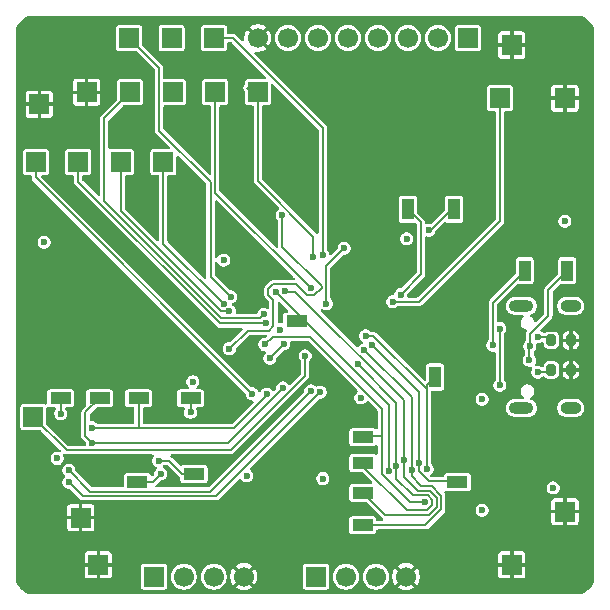
<source format=gbr>
%TF.GenerationSoftware,KiCad,Pcbnew,9.0.5*%
%TF.CreationDate,2026-01-02T01:02:28-05:00*%
%TF.ProjectId,fin-prototype,66696e2d-7072-46f7-946f-747970652e6b,rev?*%
%TF.SameCoordinates,Original*%
%TF.FileFunction,Copper,L4,Bot*%
%TF.FilePolarity,Positive*%
%FSLAX46Y46*%
G04 Gerber Fmt 4.6, Leading zero omitted, Abs format (unit mm)*
G04 Created by KiCad (PCBNEW 9.0.5) date 2026-01-02 01:02:28*
%MOMM*%
%LPD*%
G01*
G04 APERTURE LIST*
G04 Aperture macros list*
%AMRoundRect*
0 Rectangle with rounded corners*
0 $1 Rounding radius*
0 $2 $3 $4 $5 $6 $7 $8 $9 X,Y pos of 4 corners*
0 Add a 4 corners polygon primitive as box body*
4,1,4,$2,$3,$4,$5,$6,$7,$8,$9,$2,$3,0*
0 Add four circle primitives for the rounded corners*
1,1,$1+$1,$2,$3*
1,1,$1+$1,$4,$5*
1,1,$1+$1,$6,$7*
1,1,$1+$1,$8,$9*
0 Add four rect primitives between the rounded corners*
20,1,$1+$1,$2,$3,$4,$5,0*
20,1,$1+$1,$4,$5,$6,$7,0*
20,1,$1+$1,$6,$7,$8,$9,0*
20,1,$1+$1,$8,$9,$2,$3,0*%
G04 Aperture macros list end*
%TA.AperFunction,ComponentPad*%
%ADD10R,1.700000X1.700000*%
%TD*%
%TA.AperFunction,ComponentPad*%
%ADD11C,1.700000*%
%TD*%
%TA.AperFunction,ComponentPad*%
%ADD12C,4.400000*%
%TD*%
%TA.AperFunction,HeatsinkPad*%
%ADD13O,2.100000X1.000000*%
%TD*%
%TA.AperFunction,HeatsinkPad*%
%ADD14O,1.800000X1.000000*%
%TD*%
%TA.AperFunction,SMDPad,CuDef*%
%ADD15R,1.800000X1.000000*%
%TD*%
%TA.AperFunction,SMDPad,CuDef*%
%ADD16R,1.000000X1.800000*%
%TD*%
%TA.AperFunction,SMDPad,CuDef*%
%ADD17RoundRect,0.200000X-0.200000X-0.275000X0.200000X-0.275000X0.200000X0.275000X-0.200000X0.275000X0*%
%TD*%
%TA.AperFunction,ViaPad*%
%ADD18C,0.600000*%
%TD*%
%TA.AperFunction,Conductor*%
%ADD19C,0.200000*%
%TD*%
G04 APERTURE END LIST*
D10*
%TO.P,J7,1,Pin_1*%
%TO.N,PA8*%
X136000000Y-56500000D03*
%TD*%
%TO.P,J2,1,Pin_1*%
%TO.N,+3.3V*%
X106690000Y-97000000D03*
D11*
%TO.P,J2,2,Pin_2*%
%TO.N,GAUGE1_IN_P*%
X109230000Y-97000000D03*
%TO.P,J2,3,Pin_3*%
X111770000Y-97000000D03*
%TO.P,J2,4,Pin_4*%
%TO.N,GND*%
X114310000Y-97000000D03*
%TD*%
D10*
%TO.P,J15,1,Pin_1*%
%TO.N,PC14*%
X107500000Y-61900000D03*
%TD*%
D12*
%TO.P,H4,1,1*%
%TO.N,GND*%
X97500000Y-96000000D03*
%TD*%
D10*
%TO.P,J8,1,Pin_1*%
%TO.N,PA15*%
X111800000Y-51400000D03*
%TD*%
%TO.P,TP5,1,1*%
%TO.N,GND*%
X101000000Y-56000000D03*
%TD*%
%TO.P,TP3,1,1*%
%TO.N,GND*%
X100500000Y-92000000D03*
%TD*%
%TO.P,J6,1,Pin_1*%
%TO.N,PA5*%
X96700000Y-61900000D03*
%TD*%
%TO.P,TP4,1,1*%
%TO.N,GND*%
X137000000Y-96000000D03*
%TD*%
D13*
%TO.P,J1,S1,SHIELD*%
%TO.N,unconnected-(J1-SHIELD-PadS1)_2*%
X137820000Y-82725000D03*
D14*
%TO.N,unconnected-(J1-SHIELD-PadS1)_3*%
X142000000Y-82725000D03*
D13*
%TO.N,unconnected-(J1-SHIELD-PadS1)*%
X137820000Y-74085000D03*
D14*
%TO.N,unconnected-(J1-SHIELD-PadS1)_1*%
X142000000Y-74085000D03*
%TD*%
D10*
%TO.P,J17,1,Pin_1*%
%TO.N,PH0*%
X104700000Y-56000000D03*
%TD*%
%TO.P,J9,1,Pin_1*%
%TO.N,PB2*%
X96500000Y-83500000D03*
%TD*%
D12*
%TO.P,H3,1,1*%
%TO.N,GND*%
X141500000Y-96000000D03*
%TD*%
D10*
%TO.P,J11,1,Pin_1*%
%TO.N,PB4*%
X111900000Y-56000000D03*
%TD*%
%TO.P,TP7,1,1*%
%TO.N,GND*%
X141500000Y-91500000D03*
%TD*%
%TO.P,TP8,1,1*%
%TO.N,GND*%
X102000000Y-96000000D03*
%TD*%
%TO.P,J18,1,Pin_1*%
%TO.N,PH1*%
X100300000Y-61900000D03*
%TD*%
%TO.P,J12,1,Pin_1*%
%TO.N,PB6*%
X108200000Y-51400000D03*
%TD*%
D12*
%TO.P,H1,1,1*%
%TO.N,GND*%
X97500000Y-52000000D03*
%TD*%
D10*
%TO.P,J10,1,Pin_1*%
%TO.N,PB3*%
X115500000Y-56000000D03*
%TD*%
%TO.P,TP6,1,1*%
%TO.N,GND*%
X141500000Y-56500000D03*
%TD*%
%TO.P,J4,1,Pin_1*%
%TO.N,SPI1_MISO*%
X133280000Y-51400000D03*
D11*
%TO.P,J4,2,Pin_2*%
%TO.N,SPI1_MOSI*%
X130740000Y-51400000D03*
%TO.P,J4,3,Pin_3*%
%TO.N,SWDIO*%
X128200000Y-51400000D03*
%TO.P,J4,4,Pin_4*%
%TO.N,SWCLK*%
X125660000Y-51400000D03*
%TO.P,J4,5,Pin_5*%
%TO.N,~{SPI1_CS}*%
X123120000Y-51400000D03*
%TO.P,J4,6,Pin_6*%
%TO.N,SPI1_SCK*%
X120580000Y-51400000D03*
%TO.P,J4,7,Pin_7*%
%TO.N,+3.3V*%
X118040000Y-51400000D03*
%TO.P,J4,8,Pin_8*%
%TO.N,GND*%
X115500000Y-51400000D03*
%TD*%
D10*
%TO.P,J3,1,Pin_1*%
%TO.N,+3.3V*%
X120420000Y-97000000D03*
D11*
%TO.P,J3,2,Pin_2*%
%TO.N,GAUGE2_IN_P*%
X122960000Y-97000000D03*
%TO.P,J3,3,Pin_3*%
X125500000Y-97000000D03*
%TO.P,J3,4,Pin_4*%
%TO.N,GND*%
X128040000Y-97000000D03*
%TD*%
D10*
%TO.P,J16,1,Pin_1*%
%TO.N,PC15*%
X103900000Y-61900000D03*
%TD*%
%TO.P,J14,1,Pin_1*%
%TO.N,PC13*%
X104600000Y-51400000D03*
%TD*%
D12*
%TO.P,H2,1,1*%
%TO.N,GND*%
X141500000Y-52000000D03*
%TD*%
D10*
%TO.P,TP1,1,1*%
%TO.N,GND*%
X137000000Y-52000000D03*
%TD*%
%TO.P,TP2,1,1*%
%TO.N,GND*%
X97000000Y-57000000D03*
%TD*%
%TO.P,J13,1,Pin_1*%
%TO.N,PB7*%
X108300000Y-56000000D03*
%TD*%
D15*
%TO.P,TP21,1,1*%
%TO.N,~{FLASH_CS}*%
X98800000Y-81900000D03*
%TD*%
%TO.P,TP15,1,1*%
%TO.N,~{ADC_DRDY}*%
X124400000Y-89900000D03*
%TD*%
D16*
%TO.P,TP22,1,1*%
%TO.N,USART1_RX*%
X132100000Y-65900000D03*
%TD*%
D15*
%TO.P,TP18,1,1*%
%TO.N,QSPI_IO1*%
X105400000Y-81900000D03*
%TD*%
%TO.P,TP12,1,1*%
%TO.N,~{ADC_CS}*%
X124400000Y-87395000D03*
%TD*%
D16*
%TO.P,TP23,1,1*%
%TO.N,USART1_TX*%
X128200000Y-65900000D03*
%TD*%
D15*
%TO.P,TP20,1,1*%
%TO.N,QSPI_IO3*%
X109800000Y-81900000D03*
%TD*%
%TO.P,TP16,1,1*%
%TO.N,QSPI_SCK*%
X110100000Y-88300000D03*
%TD*%
D16*
%TO.P,TP24,1,1*%
%TO.N,USB_D+*%
X141700000Y-71100000D03*
%TD*%
D17*
%TO.P,R16,1*%
%TO.N,Net-(J1-CC2)*%
X140350000Y-77000000D03*
%TO.P,R16,2*%
%TO.N,GND*%
X142000000Y-77000000D03*
%TD*%
D15*
%TO.P,TP17,1,1*%
%TO.N,QSPI_IO0*%
X105300000Y-89005000D03*
%TD*%
%TO.P,TP19,1,1*%
%TO.N,QSPI_IO2*%
X102100000Y-81900000D03*
%TD*%
%TO.P,TP10,1,1*%
%TO.N,SPI2_MISO*%
X132400000Y-89000000D03*
%TD*%
%TO.P,TP14,1,1*%
%TO.N,ADC_~{SYNC}{slash}~{RST}*%
X118800000Y-75400000D03*
%TD*%
D16*
%TO.P,TP25,1,1*%
%TO.N,USB_D-*%
X138100000Y-71100000D03*
%TD*%
D17*
%TO.P,R15,1*%
%TO.N,Net-(J1-CC1)*%
X140350000Y-79510000D03*
%TO.P,R15,2*%
%TO.N,GND*%
X142000000Y-79510000D03*
%TD*%
D16*
%TO.P,TP11,1,1*%
%TO.N,SPI2_MOSI*%
X130500000Y-80100000D03*
%TD*%
D15*
%TO.P,TP9,1,1*%
%TO.N,SPI2_SCK*%
X124370000Y-92655000D03*
%TD*%
%TO.P,TP13,1,1*%
%TO.N,TIM2_CH1*%
X124400000Y-85200000D03*
%TD*%
D18*
%TO.N,GND*%
X112600000Y-67400000D03*
X110200000Y-68000000D03*
X119600000Y-61800000D03*
X123400000Y-71900000D03*
X132000000Y-67300002D03*
X108600000Y-77200000D03*
X136000000Y-82000000D03*
X117420778Y-74500000D03*
X105700000Y-80500000D03*
X120600000Y-78300000D03*
X131800000Y-81600000D03*
X134300000Y-72600000D03*
X136000000Y-74600000D03*
X134400000Y-70900000D03*
%TO.N,+3.3V*%
X98500000Y-87000000D03*
X134500000Y-82000000D03*
X121000000Y-88700000D03*
X141500000Y-66900000D03*
X140500000Y-89500000D03*
X114564314Y-88464314D03*
X117400000Y-76099000D03*
X124225735Y-81874265D03*
X112600764Y-70199236D03*
X97400000Y-68700000D03*
X134500000Y-91400000D03*
X110000000Y-80500000D03*
X128100000Y-68400000D03*
%TO.N,Net-(D5-A)*%
X136000000Y-80800000D03*
X136000000Y-76000000D03*
%TO.N,Net-(J1-CC2)*%
X139200000Y-76700000D03*
%TO.N,USB_D-*%
X135400000Y-77400000D03*
%TO.N,USB_D+*%
X138520444Y-77500000D03*
X138500000Y-78700000D03*
%TO.N,Net-(J1-CC1)*%
X139200000Y-79700000D03*
%TO.N,~{SPI1_CS}*%
X122800000Y-69200000D03*
X121300000Y-73900000D03*
X116524419Y-78524767D03*
X117700000Y-77300000D03*
%TO.N,SPI1_SCK*%
X117571715Y-66428285D03*
X113100000Y-77700000D03*
%TO.N,AVBAY_SYNC*%
X120791962Y-81388137D03*
X99500000Y-89000000D03*
%TO.N,SIGNAL*%
X120000000Y-81275000D03*
X99500000Y-88000000D03*
%TO.N,PA5*%
X115036765Y-81536765D03*
%TO.N,PA8*%
X126924265Y-73724265D03*
%TO.N,PA15*%
X121000000Y-69800000D03*
%TO.N,PB2*%
X119500000Y-78300000D03*
%TO.N,PB3*%
X120208038Y-69913137D03*
%TO.N,PB4*%
X120000000Y-72600000D03*
%TO.N,PC13*%
X113212500Y-73312500D03*
%TO.N,PC14*%
X112600000Y-73900000D03*
%TO.N,PC15*%
X113099758Y-74524697D03*
%TO.N,PH0*%
X116000000Y-74800000D03*
%TO.N,PH1*%
X116219778Y-75569222D03*
%TO.N,SPI2_SCK*%
X128525000Y-87975000D03*
X124525000Y-77825000D03*
%TO.N,SPI2_MISO*%
X125173545Y-77356606D03*
X129175000Y-87425000D03*
%TO.N,SPI2_MOSI*%
X129825000Y-87900000D03*
X124624641Y-76624000D03*
%TO.N,~{ADC_CS}*%
X123986765Y-79038235D03*
X127236742Y-87641925D03*
%TO.N,TIM2_CH1*%
X116100000Y-77350000D03*
X129625000Y-90725000D03*
%TO.N,ADC_~{SYNC}{slash}~{RST}*%
X117000000Y-72900000D03*
X126577566Y-88095236D03*
%TO.N,~{ADC_DRDY}*%
X117810244Y-72861714D03*
X127882413Y-87169577D03*
%TO.N,QSPI_IO0*%
X107300000Y-88300000D03*
%TO.N,QSPI_IO1*%
X101500000Y-84400000D03*
X116249632Y-81549632D03*
%TO.N,QSPI_IO2*%
X117623897Y-81023897D03*
X101500000Y-85700000D03*
%TO.N,QSPI_IO3*%
X109800000Y-83100000D03*
%TO.N,~{FLASH_CS}*%
X98800000Y-83200000D03*
%TO.N,USART1_RX*%
X129999496Y-67659766D03*
%TO.N,USART1_TX*%
X127600000Y-73124265D03*
%TO.N,QSPI_SCK*%
X107100000Y-87200000D03*
%TD*%
D19*
%TO.N,Net-(D5-A)*%
X136000000Y-80800000D02*
X136000000Y-76000000D01*
%TO.N,Net-(J1-CC2)*%
X139200000Y-76700000D02*
X140050000Y-76700000D01*
X140050000Y-76700000D02*
X140350000Y-77000000D01*
%TO.N,USB_D-*%
X135400000Y-77400000D02*
X135400000Y-73800000D01*
X135400000Y-73800000D02*
X138100000Y-71100000D01*
%TO.N,USB_D+*%
X140100000Y-72700000D02*
X141700000Y-71100000D01*
X138520444Y-76479556D02*
X140100000Y-74900000D01*
X138500000Y-77520444D02*
X138520444Y-77500000D01*
X138500000Y-78700000D02*
X138500000Y-77520444D01*
X140100000Y-74900000D02*
X140100000Y-72700000D01*
X138520444Y-77500000D02*
X138520444Y-76479556D01*
%TO.N,Net-(J1-CC1)*%
X140160000Y-79700000D02*
X140350000Y-79510000D01*
X139200000Y-79700000D02*
X140160000Y-79700000D01*
%TO.N,~{SPI1_CS}*%
X117700000Y-77349186D02*
X116524419Y-78524767D01*
X122800000Y-69200000D02*
X121300000Y-70700000D01*
X117700000Y-77300000D02*
X117700000Y-77349186D01*
X121300000Y-70700000D02*
X121300000Y-73900000D01*
%TO.N,SPI1_SCK*%
X116468721Y-76170222D02*
X116820778Y-75818165D01*
X113100000Y-77700000D02*
X114629778Y-76170222D01*
X116820778Y-75818165D02*
X116820778Y-73570721D01*
X120248943Y-73201000D02*
X119701000Y-73201000D01*
X116789343Y-72260714D02*
X116399000Y-72651057D01*
X120899000Y-72550943D02*
X120248943Y-73201000D01*
X117571715Y-69071715D02*
X120899000Y-72399000D01*
X117571715Y-66428285D02*
X117571715Y-69071715D01*
X114629778Y-76170222D02*
X116468721Y-76170222D01*
X116399000Y-72651057D02*
X116399000Y-73148943D01*
X119701000Y-73201000D02*
X118760714Y-72260714D01*
X118760714Y-72260714D02*
X116789343Y-72260714D01*
X116399000Y-73148943D02*
X116820778Y-73570721D01*
X120899000Y-72399000D02*
X120899000Y-72550943D01*
%TO.N,AVBAY_SYNC*%
X120791962Y-81388137D02*
X111973099Y-90207000D01*
X100707000Y-90207000D02*
X99500000Y-89000000D01*
X111973099Y-90207000D02*
X100707000Y-90207000D01*
%TO.N,SIGNAL*%
X120000000Y-81275000D02*
X111469000Y-89806000D01*
X111469000Y-89806000D02*
X101306000Y-89806000D01*
X101306000Y-89806000D02*
X99500000Y-88000000D01*
%TO.N,PA5*%
X96700000Y-63200000D02*
X96700000Y-61900000D01*
X115036765Y-81536765D02*
X96700000Y-63200000D01*
%TO.N,PA8*%
X136000000Y-66900000D02*
X136000000Y-56500000D01*
X129175735Y-73724265D02*
X136000000Y-66900000D01*
X126924265Y-73724265D02*
X129175735Y-73724265D01*
%TO.N,PA15*%
X121000000Y-59000000D02*
X121000000Y-69800000D01*
X113400000Y-51400000D02*
X121000000Y-59000000D01*
X111800000Y-51400000D02*
X113400000Y-51400000D01*
%TO.N,PB2*%
X99301000Y-86301000D02*
X113196737Y-86301000D01*
X96500000Y-83500000D02*
X99301000Y-86301000D01*
X119500000Y-79997737D02*
X119500000Y-78300000D01*
X113196737Y-86301000D02*
X119500000Y-79997737D01*
%TO.N,PB3*%
X115500000Y-56000000D02*
X115500000Y-63500000D01*
X120208038Y-68208038D02*
X120208038Y-69913137D01*
X115500000Y-63500000D02*
X120208038Y-68208038D01*
X115717919Y-56700000D02*
X114617919Y-55600000D01*
%TO.N,PB4*%
X111900000Y-64500000D02*
X120000000Y-72600000D01*
X111900000Y-56000000D02*
X111900000Y-64500000D01*
%TO.N,PC13*%
X111499000Y-63597000D02*
X111499000Y-71599000D01*
X111499000Y-71599000D02*
X113212500Y-73312500D01*
X107149000Y-59247000D02*
X111499000Y-63597000D01*
X104600000Y-51400000D02*
X107149000Y-53949000D01*
X107149000Y-53949000D02*
X107149000Y-59247000D01*
%TO.N,PC14*%
X112600000Y-73900000D02*
X107500000Y-68800000D01*
X107500000Y-68800000D02*
X107500000Y-61900000D01*
%TO.N,PC15*%
X112374754Y-74524697D02*
X103900000Y-66049943D01*
X103900000Y-66049943D02*
X103900000Y-61900000D01*
X113099758Y-74524697D02*
X112374754Y-74524697D01*
%TO.N,PH0*%
X112408654Y-75125697D02*
X102500000Y-65217043D01*
X115674303Y-75125697D02*
X112408654Y-75125697D01*
X102500000Y-65217043D02*
X102500000Y-58200000D01*
X102500000Y-58200000D02*
X104700000Y-56000000D01*
X116000000Y-74800000D02*
X115674303Y-75125697D01*
%TO.N,PH1*%
X112285079Y-75569222D02*
X100300000Y-63584143D01*
X116219778Y-75569222D02*
X112285079Y-75569222D01*
X100300000Y-63584143D02*
X100300000Y-61900000D01*
%TO.N,SPI2_SCK*%
X129322000Y-89322000D02*
X130206143Y-89322000D01*
X129679143Y-92655000D02*
X124370000Y-92655000D01*
X128525000Y-87975000D02*
X128525000Y-88525000D01*
X131028000Y-90143857D02*
X131028000Y-91306143D01*
X128525000Y-88525000D02*
X129322000Y-89322000D01*
X130206143Y-89322000D02*
X131028000Y-90143857D01*
X131028000Y-91306143D02*
X129679143Y-92655000D01*
X128525000Y-87975000D02*
X128525000Y-81825000D01*
X128525000Y-81825000D02*
X124525000Y-77825000D01*
%TO.N,SPI2_MISO*%
X129175000Y-87425000D02*
X129175000Y-81358061D01*
X132321000Y-88921000D02*
X132400000Y-89000000D01*
X129996057Y-88921000D02*
X132321000Y-88921000D01*
X129175000Y-87425000D02*
X129175000Y-88099943D01*
X129175000Y-88099943D02*
X129996057Y-88921000D01*
X129175000Y-81358061D02*
X125173545Y-77356606D01*
%TO.N,SPI2_MOSI*%
X125290882Y-76624000D02*
X124624641Y-76624000D01*
X129825000Y-87900000D02*
X129825000Y-81158118D01*
X129825000Y-80775000D02*
X130500000Y-80100000D01*
X129825000Y-81158118D02*
X125290882Y-76624000D01*
X129825000Y-81158118D02*
X129825000Y-80775000D01*
%TO.N,~{ADC_CS}*%
X130226000Y-90476057D02*
X130226000Y-90973943D01*
X129873943Y-90124000D02*
X130226000Y-90476057D01*
X127236742Y-87641925D02*
X127236742Y-82288212D01*
X127236742Y-88736742D02*
X128624000Y-90124000D01*
X127236742Y-87641925D02*
X127236742Y-88736742D01*
X124400000Y-87700000D02*
X124400000Y-87395000D01*
X129799943Y-91400000D02*
X128100000Y-91400000D01*
X128624000Y-90124000D02*
X129873943Y-90124000D01*
X127236742Y-82288212D02*
X123986765Y-79038235D01*
X130226000Y-90973943D02*
X129799943Y-91400000D01*
X128100000Y-91400000D02*
X124400000Y-87700000D01*
%TO.N,TIM2_CH1*%
X124700000Y-85100000D02*
X125900000Y-85100000D01*
X125976566Y-88344179D02*
X125976566Y-87846293D01*
X116751000Y-76699000D02*
X116100000Y-77350000D01*
X125900000Y-85100000D02*
X126000000Y-85200000D01*
X125976566Y-87846293D02*
X126000000Y-87822859D01*
X126000000Y-87822859D02*
X126000000Y-85200000D01*
X128357387Y-90725000D02*
X125976566Y-88344179D01*
X129625000Y-90725000D02*
X128357387Y-90725000D01*
X126000000Y-85200000D02*
X126000000Y-82800000D01*
X119899000Y-76699000D02*
X116751000Y-76699000D01*
X126000000Y-82800000D02*
X119899000Y-76699000D01*
%TO.N,ADC_~{SYNC}{slash}~{RST}*%
X126577566Y-82477566D02*
X117000000Y-72900000D01*
X126577566Y-88095236D02*
X126577566Y-82477566D01*
%TO.N,~{ADC_DRDY}*%
X129966043Y-91801000D02*
X126301000Y-91801000D01*
X117796958Y-72875000D02*
X117810244Y-72861714D01*
X127882413Y-87169577D02*
X127882413Y-82083940D01*
X118673473Y-72875000D02*
X117796958Y-72875000D01*
X126301000Y-91801000D02*
X124400000Y-89900000D01*
X127882413Y-88582413D02*
X129023000Y-89723000D01*
X127882413Y-87169577D02*
X127882413Y-88582413D01*
X130627000Y-90309957D02*
X130627000Y-91140043D01*
X130627000Y-91140043D02*
X129966043Y-91801000D01*
X127882413Y-82083940D02*
X118673473Y-72875000D01*
X129023000Y-89723000D02*
X130040043Y-89723000D01*
X130040043Y-89723000D02*
X130627000Y-90309957D01*
%TO.N,QSPI_IO0*%
X107300000Y-88300000D02*
X106600000Y-89000000D01*
X106600000Y-89000000D02*
X105800000Y-89000000D01*
%TO.N,QSPI_IO1*%
X105500000Y-84400000D02*
X113500000Y-84400000D01*
X116300000Y-81600000D02*
X116249632Y-81549632D01*
X105400000Y-84300000D02*
X105400000Y-81900000D01*
X113500000Y-84400000D02*
X116300000Y-81600000D01*
X105500000Y-84400000D02*
X105400000Y-84300000D01*
X101500000Y-84400000D02*
X105500000Y-84400000D01*
%TO.N,QSPI_IO2*%
X100899000Y-85099000D02*
X100899000Y-83101000D01*
X100899000Y-83101000D02*
X102100000Y-81900000D01*
X101500000Y-85700000D02*
X100899000Y-85099000D01*
X112947794Y-85700000D02*
X117623897Y-81023897D01*
X101500000Y-85700000D02*
X112947794Y-85700000D01*
%TO.N,QSPI_IO3*%
X109800000Y-83100000D02*
X109800000Y-81900000D01*
%TO.N,~{FLASH_CS}*%
X98800000Y-83200000D02*
X98800000Y-82100000D01*
%TO.N,USART1_RX*%
X129999496Y-67659766D02*
X130140234Y-67659766D01*
X130140234Y-67659766D02*
X132100000Y-65700000D01*
%TO.N,USART1_TX*%
X129300000Y-67000000D02*
X128200000Y-65900000D01*
X127600000Y-73124265D02*
X129300000Y-71424265D01*
X129300000Y-71424265D02*
X129300000Y-67000000D01*
%TO.N,QSPI_SCK*%
X109100000Y-88300000D02*
X110100000Y-88300000D01*
X108000000Y-87200000D02*
X109100000Y-88300000D01*
X107100000Y-87200000D02*
X108000000Y-87200000D01*
%TD*%
%TA.AperFunction,Conductor*%
%TO.N,GND*%
G36*
X117376481Y-73772609D02*
G01*
X117382959Y-73778641D01*
X118042137Y-74437819D01*
X118075622Y-74499142D01*
X118070638Y-74568834D01*
X118028766Y-74624767D01*
X117963302Y-74649184D01*
X117954456Y-74649500D01*
X117875323Y-74649500D01*
X117802264Y-74664032D01*
X117802260Y-74664033D01*
X117719399Y-74719399D01*
X117664033Y-74802260D01*
X117664032Y-74802264D01*
X117649500Y-74875321D01*
X117649500Y-75434334D01*
X117629815Y-75501373D01*
X117577011Y-75547128D01*
X117522502Y-75558298D01*
X117507705Y-75557940D01*
X117472475Y-75548500D01*
X117327525Y-75548500D01*
X117310127Y-75553161D01*
X117292280Y-75552730D01*
X117275316Y-75547300D01*
X117257513Y-75546875D01*
X117242734Y-75536871D01*
X117225736Y-75531430D01*
X117214401Y-75517691D01*
X117199653Y-75507708D01*
X117192628Y-75491301D01*
X117181271Y-75477535D01*
X117179163Y-75459850D01*
X117172154Y-75443478D01*
X117171278Y-75428766D01*
X117171278Y-73866322D01*
X117190963Y-73799283D01*
X117243767Y-73753528D01*
X117312925Y-73743584D01*
X117376481Y-73772609D01*
G37*
%TD.AperFunction*%
%TA.AperFunction,Conductor*%
G36*
X112054703Y-65150831D02*
G01*
X112061181Y-65156863D01*
X118602851Y-71698533D01*
X118636336Y-71759856D01*
X118631352Y-71829548D01*
X118589480Y-71885481D01*
X118524016Y-71909898D01*
X118515170Y-71910214D01*
X116743199Y-71910214D01*
X116654055Y-71934100D01*
X116654054Y-71934100D01*
X116654052Y-71934101D01*
X116654049Y-71934102D01*
X116574137Y-71980240D01*
X116574128Y-71980247D01*
X116118531Y-72435843D01*
X116118529Y-72435845D01*
X116098668Y-72470246D01*
X116090275Y-72484786D01*
X116090274Y-72484787D01*
X116090272Y-72484790D01*
X116072386Y-72515766D01*
X116048500Y-72604913D01*
X116048500Y-73195088D01*
X116069431Y-73273205D01*
X116072385Y-73284229D01*
X116072387Y-73284234D01*
X116118527Y-73364151D01*
X116118531Y-73364156D01*
X116433959Y-73679584D01*
X116467444Y-73740907D01*
X116470278Y-73767265D01*
X116470278Y-74221078D01*
X116450593Y-74288117D01*
X116397789Y-74333872D01*
X116328631Y-74343816D01*
X116284278Y-74328465D01*
X116212488Y-74287017D01*
X116212489Y-74287017D01*
X116201006Y-74283940D01*
X116072475Y-74249500D01*
X115927525Y-74249500D01*
X115798993Y-74283940D01*
X115787511Y-74287017D01*
X115661988Y-74359488D01*
X115661982Y-74359493D01*
X115559493Y-74461982D01*
X115559488Y-74461988D01*
X115487017Y-74587511D01*
X115461353Y-74683291D01*
X115424987Y-74742951D01*
X115362140Y-74773480D01*
X115341578Y-74775197D01*
X113764156Y-74775197D01*
X113697117Y-74755512D01*
X113651362Y-74702708D01*
X113641418Y-74633550D01*
X113644381Y-74619104D01*
X113645968Y-74613181D01*
X113650258Y-74597172D01*
X113650258Y-74452222D01*
X113612742Y-74312212D01*
X113569905Y-74238017D01*
X113540269Y-74186685D01*
X113540264Y-74186679D01*
X113437775Y-74084190D01*
X113437769Y-74084185D01*
X113386924Y-74054830D01*
X113338708Y-74004263D01*
X113325486Y-73935655D01*
X113351454Y-73870791D01*
X113408368Y-73830263D01*
X113416806Y-73827675D01*
X113424985Y-73825484D01*
X113424988Y-73825482D01*
X113424989Y-73825482D01*
X113525823Y-73767265D01*
X113550515Y-73753009D01*
X113653009Y-73650515D01*
X113725484Y-73524985D01*
X113763000Y-73384975D01*
X113763000Y-73240025D01*
X113725484Y-73100015D01*
X113698784Y-73053770D01*
X113653011Y-72974488D01*
X113653006Y-72974482D01*
X113550517Y-72871993D01*
X113550511Y-72871988D01*
X113424988Y-72799517D01*
X113424989Y-72799517D01*
X113413506Y-72796440D01*
X113284975Y-72762000D01*
X113284972Y-72762000D01*
X113209044Y-72762000D01*
X113142005Y-72742315D01*
X113121363Y-72725681D01*
X111885819Y-71490137D01*
X111852334Y-71428814D01*
X111849500Y-71402456D01*
X111849500Y-70459852D01*
X111869185Y-70392813D01*
X111921989Y-70347058D01*
X111991147Y-70337114D01*
X112054703Y-70366139D01*
X112082854Y-70405180D01*
X112083716Y-70404683D01*
X112160252Y-70537247D01*
X112160254Y-70537249D01*
X112160255Y-70537251D01*
X112262749Y-70639745D01*
X112262750Y-70639746D01*
X112262752Y-70639747D01*
X112388275Y-70712218D01*
X112388276Y-70712218D01*
X112388279Y-70712220D01*
X112528289Y-70749736D01*
X112528292Y-70749736D01*
X112673236Y-70749736D01*
X112673239Y-70749736D01*
X112813249Y-70712220D01*
X112938779Y-70639745D01*
X113041273Y-70537251D01*
X113113748Y-70411721D01*
X113151264Y-70271711D01*
X113151264Y-70126761D01*
X113113748Y-69986751D01*
X113113090Y-69985612D01*
X113041275Y-69861224D01*
X113041270Y-69861218D01*
X112938781Y-69758729D01*
X112938775Y-69758724D01*
X112813252Y-69686253D01*
X112813253Y-69686253D01*
X112801770Y-69683176D01*
X112673239Y-69648736D01*
X112528289Y-69648736D01*
X112399757Y-69683176D01*
X112388275Y-69686253D01*
X112262752Y-69758724D01*
X112262746Y-69758729D01*
X112160257Y-69861218D01*
X112160252Y-69861224D01*
X112083716Y-69993789D01*
X112082437Y-69993050D01*
X112044221Y-70040474D01*
X111977927Y-70062540D01*
X111910228Y-70045261D01*
X111862617Y-69994125D01*
X111849500Y-69938619D01*
X111849500Y-65244544D01*
X111869185Y-65177505D01*
X111921989Y-65131750D01*
X111991147Y-65121806D01*
X112054703Y-65150831D01*
G37*
%TD.AperFunction*%
%TA.AperFunction,Conductor*%
G36*
X108805703Y-61399831D02*
G01*
X108812181Y-61405863D01*
X111112181Y-63705863D01*
X111145666Y-63767186D01*
X111148500Y-63793544D01*
X111148500Y-71653271D01*
X111144980Y-71653271D01*
X111136691Y-71706356D01*
X111090301Y-71758603D01*
X111023028Y-71777475D01*
X110956232Y-71756981D01*
X110936847Y-71741165D01*
X107886819Y-68691137D01*
X107853334Y-68629814D01*
X107850500Y-68603456D01*
X107850500Y-63124500D01*
X107870185Y-63057461D01*
X107922989Y-63011706D01*
X107974500Y-63000500D01*
X108374676Y-63000500D01*
X108374677Y-63000499D01*
X108447740Y-62985966D01*
X108530601Y-62930601D01*
X108585966Y-62847740D01*
X108600500Y-62774674D01*
X108600500Y-61493544D01*
X108620185Y-61426505D01*
X108672989Y-61380750D01*
X108742147Y-61370806D01*
X108805703Y-61399831D01*
G37*
%TD.AperFunction*%
%TA.AperFunction,Conductor*%
G36*
X116805703Y-55301831D02*
G01*
X116812181Y-55307863D01*
X120613181Y-59108863D01*
X120646666Y-59170186D01*
X120649500Y-59196544D01*
X120649500Y-67854456D01*
X120629815Y-67921495D01*
X120577011Y-67967250D01*
X120507853Y-67977194D01*
X120444297Y-67948169D01*
X120437819Y-67942137D01*
X115886819Y-63391137D01*
X115853334Y-63329814D01*
X115850500Y-63303456D01*
X115850500Y-57224500D01*
X115870185Y-57157461D01*
X115922989Y-57111706D01*
X115974500Y-57100500D01*
X116374676Y-57100500D01*
X116374677Y-57100499D01*
X116447740Y-57085966D01*
X116530601Y-57030601D01*
X116585966Y-56947740D01*
X116600500Y-56874674D01*
X116600500Y-55395544D01*
X116620185Y-55328505D01*
X116672989Y-55282750D01*
X116742147Y-55272806D01*
X116805703Y-55301831D01*
G37*
%TD.AperFunction*%
%TA.AperFunction,Conductor*%
G36*
X142504418Y-49500816D02*
G01*
X142704561Y-49515130D01*
X142722063Y-49517647D01*
X142913797Y-49559355D01*
X142930755Y-49564334D01*
X143114609Y-49632909D01*
X143130701Y-49640259D01*
X143302904Y-49734288D01*
X143317784Y-49743849D01*
X143474867Y-49861441D01*
X143488237Y-49873027D01*
X143626972Y-50011762D01*
X143638558Y-50025132D01*
X143756146Y-50182210D01*
X143765711Y-50197095D01*
X143859740Y-50369298D01*
X143867090Y-50385390D01*
X143935662Y-50569236D01*
X143940646Y-50586212D01*
X143982351Y-50777931D01*
X143984869Y-50795442D01*
X143994785Y-50934075D01*
X143997894Y-50977552D01*
X143999184Y-50995580D01*
X143999500Y-51004427D01*
X143999500Y-96995572D01*
X143999184Y-97004419D01*
X143984869Y-97204557D01*
X143982351Y-97222068D01*
X143940646Y-97413787D01*
X143935662Y-97430763D01*
X143867090Y-97614609D01*
X143859740Y-97630701D01*
X143765711Y-97802904D01*
X143756146Y-97817789D01*
X143638558Y-97974867D01*
X143626972Y-97988237D01*
X143488237Y-98126972D01*
X143474867Y-98138558D01*
X143317789Y-98256146D01*
X143302904Y-98265711D01*
X143130701Y-98359740D01*
X143114609Y-98367090D01*
X142930763Y-98435662D01*
X142913787Y-98440646D01*
X142722068Y-98482351D01*
X142704557Y-98484869D01*
X142523779Y-98497799D01*
X142504417Y-98499184D01*
X142495572Y-98499500D01*
X96504428Y-98499500D01*
X96495582Y-98499184D01*
X96473622Y-98497613D01*
X96295442Y-98484869D01*
X96277931Y-98482351D01*
X96086212Y-98440646D01*
X96069236Y-98435662D01*
X95885390Y-98367090D01*
X95869298Y-98359740D01*
X95697095Y-98265711D01*
X95682210Y-98256146D01*
X95525132Y-98138558D01*
X95511762Y-98126972D01*
X95373027Y-97988237D01*
X95361441Y-97974867D01*
X95336262Y-97941232D01*
X95243849Y-97817784D01*
X95234288Y-97802904D01*
X95140259Y-97630701D01*
X95132909Y-97614609D01*
X95118802Y-97576788D01*
X95064334Y-97430755D01*
X95059355Y-97413797D01*
X95017647Y-97222063D01*
X95015130Y-97204556D01*
X95006694Y-97086611D01*
X95000816Y-97004418D01*
X95000500Y-96995572D01*
X95000500Y-95105205D01*
X100850000Y-95105205D01*
X100850000Y-95850000D01*
X101522555Y-95850000D01*
X101500000Y-95934174D01*
X101500000Y-96065826D01*
X101522555Y-96150000D01*
X100850001Y-96150000D01*
X100850001Y-96894785D01*
X100850002Y-96894808D01*
X100852908Y-96919869D01*
X100852909Y-96919873D01*
X100898211Y-97022474D01*
X100898214Y-97022479D01*
X100977520Y-97101785D01*
X100977525Y-97101788D01*
X101080123Y-97147089D01*
X101105206Y-97149999D01*
X101849999Y-97149999D01*
X101850000Y-97149998D01*
X101850000Y-96477445D01*
X101934174Y-96500000D01*
X102065826Y-96500000D01*
X102150000Y-96477445D01*
X102150000Y-97149999D01*
X102894786Y-97149999D01*
X102894808Y-97149997D01*
X102919869Y-97147091D01*
X102919873Y-97147090D01*
X103022474Y-97101788D01*
X103022479Y-97101785D01*
X103101785Y-97022479D01*
X103101788Y-97022474D01*
X103147089Y-96919877D01*
X103147089Y-96919875D01*
X103149999Y-96894794D01*
X103150000Y-96894791D01*
X103150000Y-96150000D01*
X102477445Y-96150000D01*
X102484058Y-96125321D01*
X105589500Y-96125321D01*
X105589500Y-97874678D01*
X105604032Y-97947735D01*
X105604033Y-97947739D01*
X105604034Y-97947740D01*
X105659399Y-98030601D01*
X105742260Y-98085966D01*
X105742264Y-98085967D01*
X105815321Y-98100499D01*
X105815324Y-98100500D01*
X105815326Y-98100500D01*
X107564676Y-98100500D01*
X107564677Y-98100499D01*
X107637740Y-98085966D01*
X107720601Y-98030601D01*
X107775966Y-97947740D01*
X107790500Y-97874674D01*
X107790500Y-96913389D01*
X108129500Y-96913389D01*
X108129500Y-97086610D01*
X108149581Y-97213401D01*
X108156598Y-97257701D01*
X108210127Y-97422445D01*
X108288768Y-97576788D01*
X108390586Y-97716928D01*
X108513072Y-97839414D01*
X108653212Y-97941232D01*
X108807555Y-98019873D01*
X108972299Y-98073402D01*
X109143389Y-98100500D01*
X109143390Y-98100500D01*
X109316610Y-98100500D01*
X109316611Y-98100500D01*
X109487701Y-98073402D01*
X109652445Y-98019873D01*
X109806788Y-97941232D01*
X109946928Y-97839414D01*
X110069414Y-97716928D01*
X110171232Y-97576788D01*
X110249873Y-97422445D01*
X110303402Y-97257701D01*
X110330500Y-97086611D01*
X110330500Y-96913389D01*
X110669500Y-96913389D01*
X110669500Y-97086610D01*
X110689581Y-97213401D01*
X110696598Y-97257701D01*
X110750127Y-97422445D01*
X110828768Y-97576788D01*
X110930586Y-97716928D01*
X111053072Y-97839414D01*
X111193212Y-97941232D01*
X111347555Y-98019873D01*
X111512299Y-98073402D01*
X111683389Y-98100500D01*
X111683390Y-98100500D01*
X111856610Y-98100500D01*
X111856611Y-98100500D01*
X112027701Y-98073402D01*
X112192445Y-98019873D01*
X112346788Y-97941232D01*
X112486928Y-97839414D01*
X112609414Y-97716928D01*
X112711232Y-97576788D01*
X112789873Y-97422445D01*
X112843402Y-97257701D01*
X112870500Y-97086611D01*
X112870500Y-96913389D01*
X112869883Y-96909493D01*
X113160000Y-96909493D01*
X113160000Y-97090506D01*
X113188317Y-97269293D01*
X113244251Y-97441444D01*
X113244252Y-97441447D01*
X113326432Y-97602731D01*
X113397424Y-97700442D01*
X113397425Y-97700443D01*
X113866329Y-97231538D01*
X113909901Y-97307007D01*
X114002993Y-97400099D01*
X114078460Y-97443670D01*
X113609555Y-97912574D01*
X113707268Y-97983567D01*
X113868552Y-98065747D01*
X113868555Y-98065748D01*
X114040706Y-98121682D01*
X114219494Y-98150000D01*
X114400506Y-98150000D01*
X114579293Y-98121682D01*
X114751444Y-98065748D01*
X114751447Y-98065747D01*
X114912730Y-97983568D01*
X115010442Y-97912574D01*
X115010443Y-97912574D01*
X114541539Y-97443670D01*
X114617007Y-97400099D01*
X114710099Y-97307007D01*
X114753670Y-97231539D01*
X115222574Y-97700443D01*
X115222574Y-97700442D01*
X115293568Y-97602730D01*
X115375747Y-97441447D01*
X115375748Y-97441444D01*
X115431682Y-97269293D01*
X115460000Y-97090506D01*
X115460000Y-96909493D01*
X115431682Y-96730706D01*
X115375748Y-96558555D01*
X115375747Y-96558552D01*
X115293567Y-96397268D01*
X115222574Y-96299556D01*
X115222574Y-96299555D01*
X114753670Y-96768460D01*
X114710099Y-96692993D01*
X114617007Y-96599901D01*
X114541538Y-96556329D01*
X114972546Y-96125321D01*
X119319500Y-96125321D01*
X119319500Y-97874678D01*
X119334032Y-97947735D01*
X119334033Y-97947739D01*
X119334034Y-97947740D01*
X119389399Y-98030601D01*
X119472260Y-98085966D01*
X119472264Y-98085967D01*
X119545321Y-98100499D01*
X119545324Y-98100500D01*
X119545326Y-98100500D01*
X121294676Y-98100500D01*
X121294677Y-98100499D01*
X121367740Y-98085966D01*
X121450601Y-98030601D01*
X121505966Y-97947740D01*
X121520500Y-97874674D01*
X121520500Y-96913389D01*
X121859500Y-96913389D01*
X121859500Y-97086610D01*
X121879581Y-97213401D01*
X121886598Y-97257701D01*
X121940127Y-97422445D01*
X122018768Y-97576788D01*
X122120586Y-97716928D01*
X122243072Y-97839414D01*
X122383212Y-97941232D01*
X122537555Y-98019873D01*
X122702299Y-98073402D01*
X122873389Y-98100500D01*
X122873390Y-98100500D01*
X123046610Y-98100500D01*
X123046611Y-98100500D01*
X123217701Y-98073402D01*
X123382445Y-98019873D01*
X123536788Y-97941232D01*
X123676928Y-97839414D01*
X123799414Y-97716928D01*
X123901232Y-97576788D01*
X123979873Y-97422445D01*
X124033402Y-97257701D01*
X124060500Y-97086611D01*
X124060500Y-96913389D01*
X124399500Y-96913389D01*
X124399500Y-97086610D01*
X124419581Y-97213401D01*
X124426598Y-97257701D01*
X124480127Y-97422445D01*
X124558768Y-97576788D01*
X124660586Y-97716928D01*
X124783072Y-97839414D01*
X124923212Y-97941232D01*
X125077555Y-98019873D01*
X125242299Y-98073402D01*
X125413389Y-98100500D01*
X125413390Y-98100500D01*
X125586610Y-98100500D01*
X125586611Y-98100500D01*
X125757701Y-98073402D01*
X125922445Y-98019873D01*
X126076788Y-97941232D01*
X126216928Y-97839414D01*
X126339414Y-97716928D01*
X126441232Y-97576788D01*
X126519873Y-97422445D01*
X126573402Y-97257701D01*
X126600500Y-97086611D01*
X126600500Y-96913389D01*
X126599883Y-96909493D01*
X126890000Y-96909493D01*
X126890000Y-97090506D01*
X126918317Y-97269293D01*
X126974251Y-97441444D01*
X126974252Y-97441447D01*
X127056432Y-97602731D01*
X127127424Y-97700442D01*
X127127425Y-97700443D01*
X127596329Y-97231538D01*
X127639901Y-97307007D01*
X127732993Y-97400099D01*
X127808460Y-97443670D01*
X127339555Y-97912574D01*
X127437268Y-97983567D01*
X127598552Y-98065747D01*
X127598555Y-98065748D01*
X127770706Y-98121682D01*
X127949494Y-98150000D01*
X128130506Y-98150000D01*
X128309293Y-98121682D01*
X128481444Y-98065748D01*
X128481447Y-98065747D01*
X128642730Y-97983568D01*
X128740442Y-97912574D01*
X128740443Y-97912574D01*
X128271539Y-97443670D01*
X128347007Y-97400099D01*
X128440099Y-97307007D01*
X128483670Y-97231538D01*
X128952574Y-97700443D01*
X128952574Y-97700442D01*
X129023568Y-97602730D01*
X129105747Y-97441447D01*
X129105748Y-97441444D01*
X129161682Y-97269293D01*
X129190000Y-97090506D01*
X129190000Y-96909493D01*
X129161682Y-96730706D01*
X129105748Y-96558555D01*
X129105747Y-96558552D01*
X129023567Y-96397268D01*
X128952574Y-96299556D01*
X128952574Y-96299555D01*
X128483670Y-96768460D01*
X128440099Y-96692993D01*
X128347007Y-96599901D01*
X128271538Y-96556329D01*
X128740442Y-96087425D01*
X128740442Y-96087424D01*
X128642731Y-96016432D01*
X128481447Y-95934252D01*
X128481444Y-95934251D01*
X128309293Y-95878317D01*
X128130506Y-95850000D01*
X127949494Y-95850000D01*
X127770706Y-95878317D01*
X127598555Y-95934251D01*
X127598552Y-95934252D01*
X127437265Y-96016434D01*
X127339556Y-96087423D01*
X127339556Y-96087425D01*
X127808461Y-96556329D01*
X127732993Y-96599901D01*
X127639901Y-96692993D01*
X127596329Y-96768460D01*
X127127425Y-96299556D01*
X127127423Y-96299556D01*
X127056434Y-96397265D01*
X126974252Y-96558552D01*
X126974251Y-96558555D01*
X126918317Y-96730706D01*
X126890000Y-96909493D01*
X126599883Y-96909493D01*
X126573402Y-96742299D01*
X126519873Y-96577555D01*
X126441232Y-96423212D01*
X126339414Y-96283072D01*
X126216928Y-96160586D01*
X126076788Y-96058768D01*
X125922445Y-95980127D01*
X125757701Y-95926598D01*
X125757699Y-95926597D01*
X125757698Y-95926597D01*
X125626271Y-95905781D01*
X125586611Y-95899500D01*
X125413389Y-95899500D01*
X125373728Y-95905781D01*
X125242302Y-95926597D01*
X125077552Y-95980128D01*
X124923211Y-96058768D01*
X124883769Y-96087425D01*
X124783072Y-96160586D01*
X124783070Y-96160588D01*
X124783069Y-96160588D01*
X124660588Y-96283069D01*
X124660588Y-96283070D01*
X124660586Y-96283072D01*
X124648610Y-96299556D01*
X124558768Y-96423211D01*
X124480128Y-96577552D01*
X124426597Y-96742302D01*
X124399500Y-96913389D01*
X124060500Y-96913389D01*
X124033402Y-96742299D01*
X123979873Y-96577555D01*
X123901232Y-96423212D01*
X123799414Y-96283072D01*
X123676928Y-96160586D01*
X123536788Y-96058768D01*
X123382445Y-95980127D01*
X123217701Y-95926598D01*
X123217699Y-95926597D01*
X123217698Y-95926597D01*
X123086271Y-95905781D01*
X123046611Y-95899500D01*
X122873389Y-95899500D01*
X122833728Y-95905781D01*
X122702302Y-95926597D01*
X122537552Y-95980128D01*
X122383211Y-96058768D01*
X122343769Y-96087425D01*
X122243072Y-96160586D01*
X122243070Y-96160588D01*
X122243069Y-96160588D01*
X122120588Y-96283069D01*
X122120588Y-96283070D01*
X122120586Y-96283072D01*
X122108610Y-96299556D01*
X122018768Y-96423211D01*
X121940128Y-96577552D01*
X121886597Y-96742302D01*
X121859500Y-96913389D01*
X121520500Y-96913389D01*
X121520500Y-96125326D01*
X121520500Y-96125323D01*
X121520499Y-96125321D01*
X121505967Y-96052264D01*
X121505966Y-96052260D01*
X121482028Y-96016434D01*
X121450601Y-95969399D01*
X121367740Y-95914034D01*
X121367739Y-95914033D01*
X121367735Y-95914032D01*
X121294677Y-95899500D01*
X121294674Y-95899500D01*
X119545326Y-95899500D01*
X119545323Y-95899500D01*
X119472264Y-95914032D01*
X119472260Y-95914033D01*
X119389399Y-95969399D01*
X119334033Y-96052260D01*
X119334032Y-96052264D01*
X119319500Y-96125321D01*
X114972546Y-96125321D01*
X115010442Y-96087425D01*
X115010442Y-96087424D01*
X114912731Y-96016432D01*
X114751447Y-95934252D01*
X114751444Y-95934251D01*
X114579293Y-95878317D01*
X114400506Y-95850000D01*
X114219494Y-95850000D01*
X114040706Y-95878317D01*
X113868555Y-95934251D01*
X113868552Y-95934252D01*
X113707265Y-96016434D01*
X113609556Y-96087423D01*
X113609556Y-96087425D01*
X114078461Y-96556329D01*
X114002993Y-96599901D01*
X113909901Y-96692993D01*
X113866329Y-96768460D01*
X113397425Y-96299556D01*
X113397423Y-96299556D01*
X113326434Y-96397265D01*
X113244252Y-96558552D01*
X113244251Y-96558555D01*
X113188317Y-96730706D01*
X113160000Y-96909493D01*
X112869883Y-96909493D01*
X112843402Y-96742299D01*
X112789873Y-96577555D01*
X112711232Y-96423212D01*
X112609414Y-96283072D01*
X112486928Y-96160586D01*
X112346788Y-96058768D01*
X112192445Y-95980127D01*
X112027701Y-95926598D01*
X112027699Y-95926597D01*
X112027698Y-95926597D01*
X111896271Y-95905781D01*
X111856611Y-95899500D01*
X111683389Y-95899500D01*
X111643728Y-95905781D01*
X111512302Y-95926597D01*
X111347552Y-95980128D01*
X111193211Y-96058768D01*
X111153769Y-96087425D01*
X111053072Y-96160586D01*
X111053070Y-96160588D01*
X111053069Y-96160588D01*
X110930588Y-96283069D01*
X110930588Y-96283070D01*
X110930586Y-96283072D01*
X110918610Y-96299556D01*
X110828768Y-96423211D01*
X110750128Y-96577552D01*
X110696597Y-96742302D01*
X110669500Y-96913389D01*
X110330500Y-96913389D01*
X110303402Y-96742299D01*
X110249873Y-96577555D01*
X110171232Y-96423212D01*
X110069414Y-96283072D01*
X109946928Y-96160586D01*
X109806788Y-96058768D01*
X109652445Y-95980127D01*
X109487701Y-95926598D01*
X109487699Y-95926597D01*
X109487698Y-95926597D01*
X109356271Y-95905781D01*
X109316611Y-95899500D01*
X109143389Y-95899500D01*
X109103728Y-95905781D01*
X108972302Y-95926597D01*
X108807552Y-95980128D01*
X108653211Y-96058768D01*
X108613769Y-96087425D01*
X108513072Y-96160586D01*
X108513070Y-96160588D01*
X108513069Y-96160588D01*
X108390588Y-96283069D01*
X108390588Y-96283070D01*
X108390586Y-96283072D01*
X108378610Y-96299556D01*
X108288768Y-96423211D01*
X108210128Y-96577552D01*
X108156597Y-96742302D01*
X108129500Y-96913389D01*
X107790500Y-96913389D01*
X107790500Y-96125326D01*
X107790500Y-96125323D01*
X107790499Y-96125321D01*
X107775967Y-96052264D01*
X107775966Y-96052260D01*
X107752028Y-96016434D01*
X107720601Y-95969399D01*
X107637740Y-95914034D01*
X107637739Y-95914033D01*
X107637735Y-95914032D01*
X107564677Y-95899500D01*
X107564674Y-95899500D01*
X105815326Y-95899500D01*
X105815323Y-95899500D01*
X105742264Y-95914032D01*
X105742260Y-95914033D01*
X105659399Y-95969399D01*
X105604033Y-96052260D01*
X105604032Y-96052264D01*
X105589500Y-96125321D01*
X102484058Y-96125321D01*
X102500000Y-96065826D01*
X102500000Y-95934174D01*
X102477445Y-95850000D01*
X103149999Y-95850000D01*
X103149999Y-95105205D01*
X135850000Y-95105205D01*
X135850000Y-95850000D01*
X136522555Y-95850000D01*
X136500000Y-95934174D01*
X136500000Y-96065826D01*
X136522555Y-96150000D01*
X135850001Y-96150000D01*
X135850001Y-96894785D01*
X135850002Y-96894808D01*
X135852908Y-96919869D01*
X135852909Y-96919873D01*
X135898211Y-97022474D01*
X135898214Y-97022479D01*
X135977520Y-97101785D01*
X135977525Y-97101788D01*
X136080123Y-97147089D01*
X136105206Y-97149999D01*
X136849999Y-97149999D01*
X136850000Y-97149998D01*
X136850000Y-96477445D01*
X136934174Y-96500000D01*
X137065826Y-96500000D01*
X137150000Y-96477445D01*
X137150000Y-97149999D01*
X137894786Y-97149999D01*
X137894808Y-97149997D01*
X137919869Y-97147091D01*
X137919873Y-97147090D01*
X138022474Y-97101788D01*
X138022479Y-97101785D01*
X138101785Y-97022479D01*
X138101788Y-97022474D01*
X138147089Y-96919877D01*
X138147089Y-96919875D01*
X138149999Y-96894794D01*
X138150000Y-96894791D01*
X138150000Y-96150000D01*
X137477445Y-96150000D01*
X137500000Y-96065826D01*
X137500000Y-95934174D01*
X137477445Y-95850000D01*
X138149999Y-95850000D01*
X138149999Y-95105214D01*
X138149997Y-95105191D01*
X138147091Y-95080130D01*
X138147090Y-95080126D01*
X138101788Y-94977525D01*
X138101785Y-94977520D01*
X138022479Y-94898214D01*
X138022474Y-94898211D01*
X137919876Y-94852910D01*
X137894794Y-94850000D01*
X137150000Y-94850000D01*
X137150000Y-95522554D01*
X137065826Y-95500000D01*
X136934174Y-95500000D01*
X136850000Y-95522554D01*
X136850000Y-94850000D01*
X136105214Y-94850000D01*
X136105191Y-94850002D01*
X136080130Y-94852908D01*
X136080126Y-94852909D01*
X135977525Y-94898211D01*
X135977520Y-94898214D01*
X135898214Y-94977520D01*
X135898211Y-94977525D01*
X135852910Y-95080122D01*
X135852910Y-95080124D01*
X135850000Y-95105205D01*
X103149999Y-95105205D01*
X103149999Y-95105202D01*
X103147091Y-95080130D01*
X103147090Y-95080126D01*
X103101788Y-94977525D01*
X103101785Y-94977520D01*
X103022479Y-94898214D01*
X103022474Y-94898211D01*
X102919876Y-94852910D01*
X102894794Y-94850000D01*
X102150000Y-94850000D01*
X102150000Y-95522554D01*
X102065826Y-95500000D01*
X101934174Y-95500000D01*
X101850000Y-95522554D01*
X101850000Y-94850000D01*
X101105214Y-94850000D01*
X101105191Y-94850002D01*
X101080130Y-94852908D01*
X101080126Y-94852909D01*
X100977525Y-94898211D01*
X100977520Y-94898214D01*
X100898214Y-94977520D01*
X100898211Y-94977525D01*
X100852910Y-95080122D01*
X100852910Y-95080124D01*
X100850000Y-95105205D01*
X95000500Y-95105205D01*
X95000500Y-91105205D01*
X99350000Y-91105205D01*
X99350000Y-91850000D01*
X100022555Y-91850000D01*
X100000000Y-91934174D01*
X100000000Y-92065826D01*
X100022555Y-92150000D01*
X99350001Y-92150000D01*
X99350001Y-92894785D01*
X99350002Y-92894808D01*
X99352908Y-92919869D01*
X99352909Y-92919873D01*
X99398211Y-93022474D01*
X99398214Y-93022479D01*
X99477520Y-93101785D01*
X99477525Y-93101788D01*
X99580123Y-93147089D01*
X99605206Y-93149999D01*
X100349999Y-93149999D01*
X100350000Y-93149998D01*
X100350000Y-92477445D01*
X100434174Y-92500000D01*
X100565826Y-92500000D01*
X100650000Y-92477445D01*
X100650000Y-93149999D01*
X101394786Y-93149999D01*
X101394808Y-93149997D01*
X101419869Y-93147091D01*
X101419873Y-93147090D01*
X101522474Y-93101788D01*
X101522479Y-93101785D01*
X101601785Y-93022479D01*
X101601788Y-93022474D01*
X101647089Y-92919877D01*
X101647089Y-92919875D01*
X101649999Y-92894794D01*
X101650000Y-92894791D01*
X101650000Y-92150000D01*
X100977445Y-92150000D01*
X101000000Y-92065826D01*
X101000000Y-91934174D01*
X100977445Y-91850000D01*
X101649999Y-91850000D01*
X101649999Y-91105214D01*
X101649997Y-91105191D01*
X101647091Y-91080130D01*
X101647090Y-91080126D01*
X101601788Y-90977525D01*
X101601785Y-90977520D01*
X101522479Y-90898214D01*
X101522474Y-90898211D01*
X101419876Y-90852910D01*
X101394794Y-90850000D01*
X100650000Y-90850000D01*
X100650000Y-91522554D01*
X100565826Y-91500000D01*
X100434174Y-91500000D01*
X100350000Y-91522554D01*
X100350000Y-90850000D01*
X99605214Y-90850000D01*
X99605191Y-90850002D01*
X99580130Y-90852908D01*
X99580126Y-90852909D01*
X99477525Y-90898211D01*
X99477520Y-90898214D01*
X99398214Y-90977520D01*
X99398211Y-90977525D01*
X99352910Y-91080122D01*
X99352910Y-91080124D01*
X99350000Y-91105205D01*
X95000500Y-91105205D01*
X95000500Y-82625321D01*
X95399500Y-82625321D01*
X95399500Y-84374678D01*
X95414032Y-84447735D01*
X95414033Y-84447739D01*
X95414034Y-84447740D01*
X95469399Y-84530601D01*
X95552260Y-84585966D01*
X95552264Y-84585967D01*
X95625321Y-84600499D01*
X95625324Y-84600500D01*
X95625326Y-84600500D01*
X97053456Y-84600500D01*
X97120495Y-84620185D01*
X97141137Y-84636819D01*
X98766169Y-86261851D01*
X98799654Y-86323174D01*
X98794670Y-86392866D01*
X98752798Y-86448799D01*
X98687334Y-86473216D01*
X98646395Y-86469307D01*
X98638243Y-86467122D01*
X98572475Y-86449500D01*
X98427525Y-86449500D01*
X98298993Y-86483940D01*
X98287511Y-86487017D01*
X98161988Y-86559488D01*
X98161982Y-86559493D01*
X98059493Y-86661982D01*
X98059488Y-86661988D01*
X97987017Y-86787511D01*
X97987016Y-86787515D01*
X97949500Y-86927525D01*
X97949500Y-87072475D01*
X97987016Y-87212485D01*
X97987017Y-87212488D01*
X98059488Y-87338011D01*
X98059490Y-87338013D01*
X98059491Y-87338015D01*
X98161985Y-87440509D01*
X98161986Y-87440510D01*
X98161988Y-87440511D01*
X98287511Y-87512982D01*
X98287512Y-87512982D01*
X98287515Y-87512984D01*
X98427525Y-87550500D01*
X98427528Y-87550500D01*
X98572472Y-87550500D01*
X98572475Y-87550500D01*
X98712485Y-87512984D01*
X98838015Y-87440509D01*
X98940509Y-87338015D01*
X99012984Y-87212485D01*
X99050500Y-87072475D01*
X99050500Y-86927525D01*
X99012984Y-86787515D01*
X99012982Y-86787511D01*
X99010880Y-86779665D01*
X99014012Y-86778825D01*
X99008174Y-86724434D01*
X99039460Y-86661961D01*
X99099555Y-86626319D01*
X99162294Y-86626697D01*
X99165708Y-86627611D01*
X99165712Y-86627614D01*
X99254856Y-86651500D01*
X106570614Y-86651500D01*
X106637653Y-86671185D01*
X106683408Y-86723989D01*
X106693352Y-86793147D01*
X106664327Y-86856703D01*
X106659880Y-86861478D01*
X106659488Y-86861988D01*
X106587017Y-86987511D01*
X106587016Y-86987515D01*
X106549500Y-87127525D01*
X106549500Y-87272475D01*
X106587016Y-87412485D01*
X106587017Y-87412488D01*
X106659488Y-87538011D01*
X106659490Y-87538013D01*
X106659491Y-87538015D01*
X106761985Y-87640509D01*
X106885480Y-87711809D01*
X106887659Y-87713067D01*
X106935875Y-87763634D01*
X106949098Y-87832241D01*
X106923130Y-87897106D01*
X106913341Y-87908135D01*
X106859488Y-87961988D01*
X106787017Y-88087511D01*
X106787016Y-88087515D01*
X106749500Y-88227525D01*
X106749500Y-88227527D01*
X106749500Y-88303456D01*
X106740855Y-88332893D01*
X106734332Y-88362884D01*
X106730576Y-88367900D01*
X106729815Y-88370495D01*
X106713185Y-88391132D01*
X106675465Y-88428853D01*
X106643324Y-88460994D01*
X106582000Y-88494478D01*
X106512309Y-88489493D01*
X106456375Y-88447622D01*
X106442976Y-88417576D01*
X106440640Y-88418544D01*
X106435966Y-88407260D01*
X106432625Y-88402260D01*
X106380601Y-88324399D01*
X106297740Y-88269034D01*
X106297739Y-88269033D01*
X106297735Y-88269032D01*
X106224677Y-88254500D01*
X106224674Y-88254500D01*
X104375326Y-88254500D01*
X104375323Y-88254500D01*
X104302264Y-88269032D01*
X104302260Y-88269033D01*
X104219399Y-88324399D01*
X104164033Y-88407260D01*
X104164032Y-88407264D01*
X104149500Y-88480321D01*
X104149500Y-89331500D01*
X104129815Y-89398539D01*
X104077011Y-89444294D01*
X104025500Y-89455500D01*
X101502544Y-89455500D01*
X101435505Y-89435815D01*
X101414863Y-89419181D01*
X100086819Y-88091137D01*
X100053334Y-88029814D01*
X100050500Y-88003456D01*
X100050500Y-87927527D01*
X100050500Y-87927525D01*
X100012984Y-87787515D01*
X100012647Y-87786932D01*
X99940511Y-87661988D01*
X99940506Y-87661982D01*
X99838017Y-87559493D01*
X99838011Y-87559488D01*
X99712488Y-87487017D01*
X99712489Y-87487017D01*
X99701006Y-87483940D01*
X99572475Y-87449500D01*
X99427525Y-87449500D01*
X99298993Y-87483940D01*
X99287511Y-87487017D01*
X99161988Y-87559488D01*
X99161982Y-87559493D01*
X99059493Y-87661982D01*
X99059488Y-87661988D01*
X98987017Y-87787511D01*
X98987016Y-87787515D01*
X98949500Y-87927525D01*
X98949500Y-88072475D01*
X98970139Y-88149500D01*
X98987017Y-88212488D01*
X99059488Y-88338011D01*
X99059493Y-88338017D01*
X99133795Y-88412319D01*
X99167280Y-88473642D01*
X99162296Y-88543334D01*
X99133795Y-88587681D01*
X99059493Y-88661982D01*
X99059488Y-88661988D01*
X98987017Y-88787511D01*
X98987016Y-88787515D01*
X98949500Y-88927525D01*
X98949500Y-89072475D01*
X98987016Y-89212485D01*
X98987017Y-89212488D01*
X99059488Y-89338011D01*
X99059490Y-89338013D01*
X99059491Y-89338015D01*
X99161985Y-89440509D01*
X99161986Y-89440510D01*
X99161988Y-89440511D01*
X99287511Y-89512982D01*
X99287512Y-89512982D01*
X99287515Y-89512984D01*
X99427525Y-89550500D01*
X99503456Y-89550500D01*
X99570495Y-89570185D01*
X99591137Y-89586819D01*
X100491788Y-90487470D01*
X100491790Y-90487471D01*
X100491794Y-90487474D01*
X100551943Y-90522201D01*
X100551944Y-90522201D01*
X100571712Y-90533614D01*
X100660856Y-90557500D01*
X100660858Y-90557500D01*
X112019241Y-90557500D01*
X112019243Y-90557500D01*
X112108387Y-90533614D01*
X112128155Y-90522201D01*
X112128156Y-90522201D01*
X112188304Y-90487474D01*
X112188303Y-90487474D01*
X112188311Y-90487470D01*
X113917902Y-88757877D01*
X113979223Y-88724394D01*
X114048914Y-88729378D01*
X114104848Y-88771250D01*
X114112967Y-88783558D01*
X114123802Y-88802325D01*
X114123804Y-88802327D01*
X114123805Y-88802329D01*
X114226299Y-88904823D01*
X114226300Y-88904824D01*
X114226302Y-88904825D01*
X114351825Y-88977296D01*
X114351826Y-88977296D01*
X114351829Y-88977298D01*
X114491839Y-89014814D01*
X114491842Y-89014814D01*
X114636786Y-89014814D01*
X114636789Y-89014814D01*
X114776799Y-88977298D01*
X114902329Y-88904823D01*
X115004823Y-88802329D01*
X115077298Y-88676799D01*
X115090501Y-88627525D01*
X120449500Y-88627525D01*
X120449500Y-88772475D01*
X120487016Y-88912485D01*
X120487017Y-88912488D01*
X120559488Y-89038011D01*
X120559490Y-89038013D01*
X120559491Y-89038015D01*
X120661985Y-89140509D01*
X120661986Y-89140510D01*
X120661988Y-89140511D01*
X120787511Y-89212982D01*
X120787512Y-89212982D01*
X120787515Y-89212984D01*
X120927525Y-89250500D01*
X120927528Y-89250500D01*
X121072472Y-89250500D01*
X121072475Y-89250500D01*
X121212485Y-89212984D01*
X121338015Y-89140509D01*
X121440509Y-89038015D01*
X121512984Y-88912485D01*
X121550500Y-88772475D01*
X121550500Y-88627525D01*
X121512984Y-88487515D01*
X121508833Y-88480326D01*
X121440511Y-88361988D01*
X121440506Y-88361982D01*
X121338017Y-88259493D01*
X121338011Y-88259488D01*
X121212488Y-88187017D01*
X121212489Y-88187017D01*
X121193090Y-88181819D01*
X121072475Y-88149500D01*
X120927525Y-88149500D01*
X120806910Y-88181819D01*
X120787511Y-88187017D01*
X120661988Y-88259488D01*
X120661982Y-88259493D01*
X120559493Y-88361982D01*
X120559488Y-88361988D01*
X120487017Y-88487511D01*
X120487016Y-88487515D01*
X120449500Y-88627525D01*
X115090501Y-88627525D01*
X115114814Y-88536789D01*
X115114814Y-88391839D01*
X115077298Y-88251829D01*
X115075953Y-88249500D01*
X115004825Y-88126302D01*
X115004820Y-88126296D01*
X114902331Y-88023807D01*
X114902325Y-88023802D01*
X114883558Y-88012967D01*
X114835343Y-87962399D01*
X114822122Y-87893791D01*
X114848091Y-87828927D01*
X114857870Y-87817909D01*
X120700825Y-81974956D01*
X120762148Y-81941471D01*
X120788506Y-81938637D01*
X120864434Y-81938637D01*
X120864437Y-81938637D01*
X121004447Y-81901121D01*
X121129977Y-81828646D01*
X121232471Y-81726152D01*
X121304946Y-81600622D01*
X121342462Y-81460612D01*
X121342462Y-81315662D01*
X121304946Y-81175652D01*
X121298238Y-81164034D01*
X121232473Y-81050125D01*
X121232468Y-81050119D01*
X121129979Y-80947630D01*
X121129973Y-80947625D01*
X121004450Y-80875154D01*
X121004451Y-80875154D01*
X120992968Y-80872077D01*
X120864437Y-80837637D01*
X120719487Y-80837637D01*
X120579477Y-80875153D01*
X120579476Y-80875153D01*
X120579474Y-80875154D01*
X120534574Y-80901077D01*
X120466674Y-80917549D01*
X120400647Y-80894696D01*
X120384894Y-80881370D01*
X120338017Y-80834493D01*
X120338011Y-80834488D01*
X120212488Y-80762017D01*
X120212489Y-80762017D01*
X120200181Y-80758719D01*
X120072475Y-80724500D01*
X119927525Y-80724500D01*
X119799819Y-80758719D01*
X119787511Y-80762017D01*
X119661988Y-80834488D01*
X119661982Y-80834493D01*
X119559493Y-80936982D01*
X119559488Y-80936988D01*
X119487017Y-81062511D01*
X119487016Y-81062515D01*
X119449500Y-81202525D01*
X119449500Y-81202527D01*
X119449500Y-81278456D01*
X119429815Y-81345495D01*
X119413181Y-81366137D01*
X111360137Y-89419181D01*
X111298814Y-89452666D01*
X111272456Y-89455500D01*
X106939544Y-89455500D01*
X106872505Y-89435815D01*
X106826750Y-89383011D01*
X106816806Y-89313853D01*
X106845831Y-89250297D01*
X106851863Y-89243819D01*
X107208863Y-88886819D01*
X107270186Y-88853334D01*
X107296544Y-88850500D01*
X107372472Y-88850500D01*
X107372475Y-88850500D01*
X107512485Y-88812984D01*
X107638015Y-88740509D01*
X107740509Y-88638015D01*
X107812984Y-88512485D01*
X107850500Y-88372475D01*
X107850500Y-88227525D01*
X107812984Y-88087515D01*
X107806105Y-88075601D01*
X107740511Y-87961988D01*
X107740506Y-87961982D01*
X107638017Y-87859493D01*
X107638015Y-87859491D01*
X107572480Y-87821654D01*
X107512340Y-87786932D01*
X107495082Y-87768833D01*
X107475066Y-87753846D01*
X107471388Y-87743983D01*
X107464124Y-87736365D01*
X107459391Y-87711809D01*
X107450655Y-87688379D01*
X107452893Y-87678092D01*
X107450902Y-87667758D01*
X107460195Y-87644544D01*
X107465514Y-87620107D01*
X107475108Y-87607292D01*
X107476870Y-87602893D01*
X107486651Y-87591872D01*
X107491715Y-87586808D01*
X107553040Y-87553331D01*
X107579386Y-87550500D01*
X107803456Y-87550500D01*
X107870495Y-87570185D01*
X107891137Y-87586819D01*
X108884788Y-88580470D01*
X108887499Y-88582035D01*
X108889329Y-88583954D01*
X108891239Y-88585420D01*
X108891010Y-88585717D01*
X108935715Y-88632602D01*
X108949500Y-88689423D01*
X108949500Y-88824678D01*
X108964032Y-88897735D01*
X108964033Y-88897739D01*
X108968768Y-88904825D01*
X109019399Y-88980601D01*
X109102260Y-89035966D01*
X109102264Y-89035967D01*
X109175321Y-89050499D01*
X109175324Y-89050500D01*
X109175326Y-89050500D01*
X111024676Y-89050500D01*
X111024677Y-89050499D01*
X111097740Y-89035966D01*
X111180601Y-88980601D01*
X111235966Y-88897740D01*
X111250500Y-88824674D01*
X111250500Y-87775326D01*
X111250500Y-87775323D01*
X111250499Y-87775321D01*
X111235967Y-87702264D01*
X111235966Y-87702260D01*
X111222384Y-87681933D01*
X111180601Y-87619399D01*
X111097740Y-87564034D01*
X111097739Y-87564033D01*
X111097735Y-87564032D01*
X111024677Y-87549500D01*
X111024674Y-87549500D01*
X109175326Y-87549500D01*
X109175323Y-87549500D01*
X109102264Y-87564032D01*
X109102258Y-87564034D01*
X109041475Y-87604647D01*
X108974798Y-87625523D01*
X108907418Y-87607037D01*
X108884906Y-87589224D01*
X108215213Y-86919531D01*
X108215212Y-86919530D01*
X108151743Y-86882886D01*
X108103529Y-86832321D01*
X108090305Y-86763714D01*
X108116273Y-86698849D01*
X108173187Y-86658320D01*
X108213744Y-86651500D01*
X113242879Y-86651500D01*
X113242881Y-86651500D01*
X113332025Y-86627614D01*
X113333444Y-86626794D01*
X113333448Y-86626793D01*
X113411942Y-86581474D01*
X113411941Y-86581474D01*
X113411949Y-86581470D01*
X119780470Y-80212949D01*
X119826614Y-80133025D01*
X119829462Y-80122394D01*
X119835598Y-80099499D01*
X119843452Y-80070185D01*
X119850500Y-80043881D01*
X119850500Y-78779386D01*
X119870185Y-78712347D01*
X119886819Y-78691705D01*
X119940509Y-78638015D01*
X120012984Y-78512485D01*
X120050500Y-78372475D01*
X120050500Y-78227525D01*
X120012984Y-78087515D01*
X119984406Y-78038017D01*
X119940511Y-77961988D01*
X119940506Y-77961982D01*
X119838017Y-77859493D01*
X119838011Y-77859488D01*
X119712488Y-77787017D01*
X119712489Y-77787017D01*
X119677154Y-77777549D01*
X119572475Y-77749500D01*
X119427525Y-77749500D01*
X119322846Y-77777549D01*
X119287511Y-77787017D01*
X119161988Y-77859488D01*
X119161982Y-77859493D01*
X119059493Y-77961982D01*
X119059488Y-77961988D01*
X118987017Y-78087511D01*
X118987016Y-78087515D01*
X118949500Y-78227525D01*
X118949500Y-78372475D01*
X118987016Y-78512485D01*
X118987017Y-78512488D01*
X119059488Y-78638011D01*
X119059493Y-78638017D01*
X119113181Y-78691705D01*
X119146666Y-78753028D01*
X119149500Y-78779386D01*
X119149500Y-79801192D01*
X119129815Y-79868231D01*
X119113181Y-79888873D01*
X118270827Y-80731226D01*
X118209504Y-80764711D01*
X118139812Y-80759727D01*
X118083879Y-80717855D01*
X118075760Y-80705547D01*
X118071932Y-80698917D01*
X118064406Y-80685882D01*
X117961912Y-80583388D01*
X117961910Y-80583387D01*
X117961908Y-80583385D01*
X117836385Y-80510914D01*
X117836386Y-80510914D01*
X117824903Y-80507837D01*
X117696372Y-80473397D01*
X117551422Y-80473397D01*
X117422890Y-80507837D01*
X117411408Y-80510914D01*
X117285885Y-80583385D01*
X117285879Y-80583390D01*
X117183390Y-80685879D01*
X117183385Y-80685885D01*
X117110914Y-80811408D01*
X117110913Y-80811412D01*
X117073397Y-80951422D01*
X117073397Y-80951424D01*
X117073397Y-81027352D01*
X117064752Y-81056792D01*
X117058229Y-81086779D01*
X117054474Y-81091794D01*
X117053712Y-81094391D01*
X117037078Y-81115034D01*
X116896044Y-81256067D01*
X116834721Y-81289551D01*
X116765029Y-81284567D01*
X116709096Y-81242695D01*
X116700979Y-81230390D01*
X116690141Y-81211617D01*
X116587647Y-81109123D01*
X116587645Y-81109122D01*
X116587643Y-81109120D01*
X116462120Y-81036649D01*
X116462121Y-81036649D01*
X116427424Y-81027352D01*
X116322107Y-80999132D01*
X116177157Y-80999132D01*
X116071840Y-81027352D01*
X116037143Y-81036649D01*
X115911620Y-81109120D01*
X115911614Y-81109125D01*
X115809125Y-81211614D01*
X115809118Y-81211623D01*
X115754298Y-81306573D01*
X115703731Y-81354788D01*
X115635123Y-81368010D01*
X115570259Y-81342042D01*
X115539525Y-81306572D01*
X115537038Y-81302264D01*
X115477274Y-81198750D01*
X115374780Y-81096256D01*
X115374778Y-81096255D01*
X115374776Y-81096253D01*
X115249253Y-81023782D01*
X115249254Y-81023782D01*
X115237771Y-81020705D01*
X115109240Y-80986265D01*
X115109237Y-80986265D01*
X115033309Y-80986265D01*
X114966270Y-80966580D01*
X114945628Y-80949946D01*
X97207863Y-63212181D01*
X97174378Y-63150858D01*
X97179362Y-63081166D01*
X97221234Y-63025233D01*
X97286698Y-63000816D01*
X97295544Y-63000500D01*
X97574676Y-63000500D01*
X97574677Y-63000499D01*
X97647740Y-62985966D01*
X97730601Y-62930601D01*
X97785966Y-62847740D01*
X97800500Y-62774674D01*
X97800500Y-61025326D01*
X97800500Y-61025323D01*
X97800499Y-61025321D01*
X99199500Y-61025321D01*
X99199500Y-62774678D01*
X99214032Y-62847735D01*
X99214033Y-62847739D01*
X99214034Y-62847740D01*
X99269399Y-62930601D01*
X99352260Y-62985966D01*
X99352264Y-62985967D01*
X99425321Y-63000499D01*
X99425324Y-63000500D01*
X99425326Y-63000500D01*
X99825500Y-63000500D01*
X99892539Y-63020185D01*
X99938294Y-63072989D01*
X99949500Y-63124500D01*
X99949500Y-63630287D01*
X99950841Y-63635290D01*
X99972256Y-63715212D01*
X99972259Y-63715226D01*
X99973385Y-63719431D01*
X100019527Y-63799351D01*
X100019529Y-63799354D01*
X100019530Y-63799355D01*
X112004610Y-75784434D01*
X112069867Y-75849691D01*
X112069870Y-75849692D01*
X112069873Y-75849695D01*
X112149785Y-75895833D01*
X112149786Y-75895833D01*
X112149791Y-75895836D01*
X112238935Y-75919722D01*
X114085234Y-75919722D01*
X114152273Y-75939407D01*
X114198028Y-75992211D01*
X114207972Y-76061369D01*
X114178947Y-76124925D01*
X114172915Y-76131403D01*
X113191137Y-77113181D01*
X113129814Y-77146666D01*
X113103456Y-77149500D01*
X113027525Y-77149500D01*
X112911904Y-77180481D01*
X112887511Y-77187017D01*
X112761988Y-77259488D01*
X112761982Y-77259493D01*
X112659493Y-77361982D01*
X112659488Y-77361988D01*
X112587017Y-77487511D01*
X112587016Y-77487515D01*
X112549500Y-77627525D01*
X112549500Y-77772475D01*
X112583805Y-77900500D01*
X112587017Y-77912488D01*
X112659488Y-78038011D01*
X112659490Y-78038013D01*
X112659491Y-78038015D01*
X112761985Y-78140509D01*
X112761986Y-78140510D01*
X112761988Y-78140511D01*
X112887511Y-78212982D01*
X112887512Y-78212982D01*
X112887515Y-78212984D01*
X113027525Y-78250500D01*
X113027528Y-78250500D01*
X113172472Y-78250500D01*
X113172475Y-78250500D01*
X113312485Y-78212984D01*
X113438015Y-78140509D01*
X113540509Y-78038015D01*
X113612984Y-77912485D01*
X113650500Y-77772475D01*
X113650500Y-77696544D01*
X113670185Y-77629505D01*
X113686819Y-77608863D01*
X114738641Y-76557041D01*
X114799964Y-76523556D01*
X114826322Y-76520722D01*
X116134234Y-76520722D01*
X116155479Y-76526960D01*
X116177568Y-76528540D01*
X116188351Y-76536612D01*
X116201273Y-76540407D01*
X116215772Y-76557140D01*
X116233501Y-76570412D01*
X116238208Y-76583032D01*
X116247028Y-76593211D01*
X116250179Y-76615128D01*
X116257918Y-76635876D01*
X116255055Y-76649036D01*
X116256972Y-76662369D01*
X116247772Y-76682512D01*
X116243066Y-76704149D01*
X116229797Y-76721874D01*
X116227947Y-76725925D01*
X116221915Y-76732403D01*
X116191137Y-76763181D01*
X116129814Y-76796666D01*
X116103456Y-76799500D01*
X116027525Y-76799500D01*
X115898993Y-76833940D01*
X115887511Y-76837017D01*
X115761988Y-76909488D01*
X115761982Y-76909493D01*
X115659493Y-77011982D01*
X115659488Y-77011988D01*
X115587017Y-77137511D01*
X115587016Y-77137515D01*
X115549500Y-77277525D01*
X115549500Y-77422475D01*
X115580818Y-77539353D01*
X115587017Y-77562488D01*
X115659488Y-77688011D01*
X115659490Y-77688013D01*
X115659491Y-77688015D01*
X115761985Y-77790509D01*
X115761986Y-77790510D01*
X115761988Y-77790511D01*
X115887511Y-77862982D01*
X115887512Y-77862982D01*
X115887515Y-77862984D01*
X116027525Y-77900500D01*
X116027528Y-77900500D01*
X116070800Y-77900500D01*
X116137839Y-77920185D01*
X116183594Y-77972989D01*
X116193538Y-78042147D01*
X116164513Y-78105703D01*
X116158481Y-78112181D01*
X116083912Y-78186749D01*
X116083907Y-78186755D01*
X116011436Y-78312278D01*
X116011435Y-78312282D01*
X115973919Y-78452292D01*
X115973919Y-78597242D01*
X116010832Y-78735000D01*
X116011436Y-78737255D01*
X116083907Y-78862778D01*
X116083909Y-78862780D01*
X116083910Y-78862782D01*
X116186404Y-78965276D01*
X116186405Y-78965277D01*
X116186407Y-78965278D01*
X116311930Y-79037749D01*
X116311931Y-79037749D01*
X116311934Y-79037751D01*
X116451944Y-79075267D01*
X116451947Y-79075267D01*
X116596891Y-79075267D01*
X116596894Y-79075267D01*
X116736904Y-79037751D01*
X116862434Y-78965276D01*
X116964928Y-78862782D01*
X117037403Y-78737252D01*
X117074919Y-78597242D01*
X117074919Y-78521311D01*
X117094604Y-78454272D01*
X117111238Y-78433630D01*
X117658049Y-77886819D01*
X117719372Y-77853334D01*
X117745730Y-77850500D01*
X117772472Y-77850500D01*
X117772475Y-77850500D01*
X117912485Y-77812984D01*
X118038015Y-77740509D01*
X118140509Y-77638015D01*
X118212984Y-77512485D01*
X118250500Y-77372475D01*
X118250500Y-77227525D01*
X118244623Y-77205592D01*
X118246286Y-77135743D01*
X118285449Y-77077881D01*
X118349677Y-77050377D01*
X118364398Y-77049500D01*
X119702456Y-77049500D01*
X119769495Y-77069185D01*
X119790137Y-77085819D01*
X123932169Y-81227851D01*
X123965654Y-81289174D01*
X123960670Y-81358866D01*
X123918798Y-81414799D01*
X123906492Y-81422917D01*
X123887723Y-81433753D01*
X123887717Y-81433758D01*
X123785228Y-81536247D01*
X123785223Y-81536253D01*
X123712752Y-81661776D01*
X123712751Y-81661780D01*
X123675235Y-81801790D01*
X123675235Y-81946740D01*
X123705560Y-82059912D01*
X123712752Y-82086753D01*
X123785223Y-82212276D01*
X123785225Y-82212278D01*
X123785226Y-82212280D01*
X123887720Y-82314774D01*
X123887721Y-82314775D01*
X123887723Y-82314776D01*
X124013246Y-82387247D01*
X124013247Y-82387247D01*
X124013250Y-82387249D01*
X124153260Y-82424765D01*
X124153263Y-82424765D01*
X124298207Y-82424765D01*
X124298210Y-82424765D01*
X124438220Y-82387249D01*
X124563750Y-82314774D01*
X124666244Y-82212280D01*
X124677080Y-82193510D01*
X124727646Y-82145296D01*
X124796253Y-82132072D01*
X124861118Y-82158040D01*
X124872148Y-82167830D01*
X125613181Y-82908863D01*
X125646666Y-82970186D01*
X125649500Y-82996544D01*
X125649500Y-84400266D01*
X125629815Y-84467305D01*
X125577011Y-84513060D01*
X125507853Y-84523004D01*
X125456610Y-84503369D01*
X125397739Y-84464033D01*
X125397735Y-84464032D01*
X125324677Y-84449500D01*
X125324674Y-84449500D01*
X123475326Y-84449500D01*
X123475323Y-84449500D01*
X123402264Y-84464032D01*
X123402260Y-84464033D01*
X123319399Y-84519399D01*
X123264033Y-84602260D01*
X123264032Y-84602264D01*
X123249500Y-84675321D01*
X123249500Y-85724678D01*
X123264032Y-85797735D01*
X123264033Y-85797739D01*
X123264034Y-85797740D01*
X123319399Y-85880601D01*
X123388382Y-85926693D01*
X123402260Y-85935966D01*
X123402264Y-85935967D01*
X123475321Y-85950499D01*
X123475324Y-85950500D01*
X123475326Y-85950500D01*
X125324676Y-85950500D01*
X125324677Y-85950499D01*
X125397740Y-85935966D01*
X125456610Y-85896630D01*
X125523287Y-85875753D01*
X125590667Y-85894238D01*
X125637357Y-85946217D01*
X125649500Y-85999733D01*
X125649500Y-86595266D01*
X125629815Y-86662305D01*
X125577011Y-86708060D01*
X125507853Y-86718004D01*
X125456610Y-86698369D01*
X125397739Y-86659033D01*
X125397735Y-86659032D01*
X125324677Y-86644500D01*
X125324674Y-86644500D01*
X123475326Y-86644500D01*
X123475323Y-86644500D01*
X123402264Y-86659032D01*
X123402260Y-86659033D01*
X123319399Y-86714399D01*
X123264033Y-86797260D01*
X123264032Y-86797264D01*
X123249500Y-86870321D01*
X123249500Y-87919678D01*
X123264032Y-87992735D01*
X123264033Y-87992739D01*
X123264034Y-87992740D01*
X123319399Y-88075601D01*
X123395271Y-88126296D01*
X123402260Y-88130966D01*
X123402264Y-88130967D01*
X123475321Y-88145499D01*
X123475324Y-88145500D01*
X123475326Y-88145500D01*
X124298456Y-88145500D01*
X124365495Y-88165185D01*
X124386137Y-88181819D01*
X125142137Y-88937819D01*
X125175622Y-88999142D01*
X125170638Y-89068834D01*
X125128766Y-89124767D01*
X125063302Y-89149184D01*
X125054456Y-89149500D01*
X123475323Y-89149500D01*
X123402264Y-89164032D01*
X123402260Y-89164033D01*
X123319399Y-89219399D01*
X123264033Y-89302260D01*
X123264032Y-89302264D01*
X123249500Y-89375321D01*
X123249500Y-90424678D01*
X123264032Y-90497735D01*
X123264033Y-90497739D01*
X123264034Y-90497740D01*
X123319399Y-90580601D01*
X123356236Y-90605214D01*
X123402260Y-90635966D01*
X123402264Y-90635967D01*
X123475321Y-90650499D01*
X123475324Y-90650500D01*
X123475326Y-90650500D01*
X124603456Y-90650500D01*
X124670495Y-90670185D01*
X124691137Y-90686819D01*
X126085789Y-92081471D01*
X126086645Y-92082128D01*
X126087183Y-92082865D01*
X126091535Y-92087217D01*
X126090856Y-92087895D01*
X126127845Y-92138557D01*
X126131997Y-92208303D01*
X126097782Y-92269222D01*
X126036063Y-92301972D01*
X126011154Y-92304500D01*
X125644500Y-92304500D01*
X125577461Y-92284815D01*
X125531706Y-92232011D01*
X125520500Y-92180500D01*
X125520500Y-92130323D01*
X125520499Y-92130321D01*
X125505967Y-92057264D01*
X125505966Y-92057260D01*
X125450601Y-91974399D01*
X125367740Y-91919034D01*
X125367739Y-91919033D01*
X125367735Y-91919032D01*
X125294677Y-91904500D01*
X125294674Y-91904500D01*
X123445326Y-91904500D01*
X123445323Y-91904500D01*
X123372264Y-91919032D01*
X123372260Y-91919033D01*
X123289399Y-91974399D01*
X123234033Y-92057260D01*
X123234032Y-92057264D01*
X123219500Y-92130321D01*
X123219500Y-93179678D01*
X123234032Y-93252735D01*
X123234033Y-93252739D01*
X123234034Y-93252740D01*
X123289399Y-93335601D01*
X123372260Y-93390966D01*
X123372264Y-93390967D01*
X123445321Y-93405499D01*
X123445324Y-93405500D01*
X123445326Y-93405500D01*
X125294676Y-93405500D01*
X125294677Y-93405499D01*
X125367740Y-93390966D01*
X125450601Y-93335601D01*
X125505966Y-93252740D01*
X125520500Y-93179674D01*
X125520500Y-93129500D01*
X125540185Y-93062461D01*
X125592989Y-93016706D01*
X125644500Y-93005500D01*
X129725285Y-93005500D01*
X129725287Y-93005500D01*
X129814431Y-92981614D01*
X129894355Y-92935470D01*
X131308470Y-91521355D01*
X131354614Y-91441431D01*
X131360219Y-91420512D01*
X131378500Y-91352287D01*
X131378500Y-91327525D01*
X133949500Y-91327525D01*
X133949500Y-91472475D01*
X133983644Y-91599901D01*
X133987017Y-91612488D01*
X134059488Y-91738011D01*
X134059490Y-91738013D01*
X134059491Y-91738015D01*
X134161985Y-91840509D01*
X134161986Y-91840510D01*
X134161988Y-91840511D01*
X134287511Y-91912982D01*
X134287512Y-91912982D01*
X134287515Y-91912984D01*
X134427525Y-91950500D01*
X134427528Y-91950500D01*
X134572472Y-91950500D01*
X134572475Y-91950500D01*
X134712485Y-91912984D01*
X134838015Y-91840509D01*
X134940509Y-91738015D01*
X135012984Y-91612485D01*
X135050500Y-91472475D01*
X135050500Y-91327525D01*
X135012984Y-91187515D01*
X134965467Y-91105214D01*
X134940511Y-91061988D01*
X134940506Y-91061982D01*
X134838017Y-90959493D01*
X134838011Y-90959488D01*
X134712488Y-90887017D01*
X134712489Y-90887017D01*
X134701006Y-90883940D01*
X134572475Y-90849500D01*
X134427525Y-90849500D01*
X134298993Y-90883940D01*
X134287511Y-90887017D01*
X134161988Y-90959488D01*
X134161982Y-90959493D01*
X134059493Y-91061982D01*
X134059488Y-91061988D01*
X133987017Y-91187511D01*
X133987016Y-91187515D01*
X133949500Y-91327525D01*
X131378500Y-91327525D01*
X131378500Y-90605205D01*
X140350000Y-90605205D01*
X140350000Y-91350000D01*
X141022555Y-91350000D01*
X141000000Y-91434174D01*
X141000000Y-91565826D01*
X141022555Y-91650000D01*
X140350001Y-91650000D01*
X140350001Y-92394785D01*
X140350002Y-92394808D01*
X140352908Y-92419869D01*
X140352909Y-92419873D01*
X140398211Y-92522474D01*
X140398214Y-92522479D01*
X140477520Y-92601785D01*
X140477525Y-92601788D01*
X140580123Y-92647089D01*
X140605206Y-92649999D01*
X141349999Y-92649999D01*
X141350000Y-92649998D01*
X141350000Y-91977445D01*
X141434174Y-92000000D01*
X141565826Y-92000000D01*
X141650000Y-91977445D01*
X141650000Y-92649999D01*
X142394786Y-92649999D01*
X142394808Y-92649997D01*
X142419869Y-92647091D01*
X142419873Y-92647090D01*
X142522474Y-92601788D01*
X142522479Y-92601785D01*
X142601785Y-92522479D01*
X142601788Y-92522474D01*
X142647089Y-92419877D01*
X142647089Y-92419875D01*
X142649999Y-92394794D01*
X142650000Y-92394791D01*
X142650000Y-91650000D01*
X141977445Y-91650000D01*
X142000000Y-91565826D01*
X142000000Y-91434174D01*
X141977445Y-91350000D01*
X142649999Y-91350000D01*
X142649999Y-90605214D01*
X142649997Y-90605191D01*
X142647091Y-90580130D01*
X142647090Y-90580126D01*
X142601788Y-90477525D01*
X142601785Y-90477520D01*
X142522479Y-90398214D01*
X142522474Y-90398211D01*
X142419876Y-90352910D01*
X142394794Y-90350000D01*
X141650000Y-90350000D01*
X141650000Y-91022554D01*
X141565826Y-91000000D01*
X141434174Y-91000000D01*
X141350000Y-91022554D01*
X141350000Y-90350000D01*
X140605214Y-90350000D01*
X140605191Y-90350002D01*
X140580130Y-90352908D01*
X140580126Y-90352909D01*
X140477525Y-90398211D01*
X140477520Y-90398214D01*
X140398214Y-90477520D01*
X140398211Y-90477525D01*
X140352910Y-90580122D01*
X140352910Y-90580124D01*
X140350000Y-90605205D01*
X131378500Y-90605205D01*
X131378500Y-90097713D01*
X131354614Y-90008569D01*
X131315319Y-89940509D01*
X131307462Y-89926900D01*
X131290988Y-89859000D01*
X131313840Y-89792973D01*
X131368760Y-89749782D01*
X131438314Y-89743140D01*
X131438948Y-89743263D01*
X131461709Y-89747791D01*
X131475325Y-89750500D01*
X131475326Y-89750500D01*
X133324676Y-89750500D01*
X133324677Y-89750499D01*
X133397740Y-89735966D01*
X133480601Y-89680601D01*
X133535966Y-89597740D01*
X133550500Y-89524674D01*
X133550500Y-89427525D01*
X139949500Y-89427525D01*
X139949500Y-89572475D01*
X139978473Y-89680601D01*
X139987017Y-89712488D01*
X140059488Y-89838011D01*
X140059490Y-89838013D01*
X140059491Y-89838015D01*
X140161985Y-89940509D01*
X140161986Y-89940510D01*
X140161988Y-89940511D01*
X140287511Y-90012982D01*
X140287512Y-90012982D01*
X140287515Y-90012984D01*
X140427525Y-90050500D01*
X140427528Y-90050500D01*
X140572472Y-90050500D01*
X140572475Y-90050500D01*
X140712485Y-90012984D01*
X140838015Y-89940509D01*
X140940509Y-89838015D01*
X141012984Y-89712485D01*
X141050500Y-89572475D01*
X141050500Y-89427525D01*
X141012984Y-89287515D01*
X140991613Y-89250500D01*
X140940511Y-89161988D01*
X140940506Y-89161982D01*
X140838017Y-89059493D01*
X140838011Y-89059488D01*
X140712488Y-88987017D01*
X140712489Y-88987017D01*
X140676217Y-88977298D01*
X140572475Y-88949500D01*
X140427525Y-88949500D01*
X140323783Y-88977298D01*
X140287511Y-88987017D01*
X140161988Y-89059488D01*
X140161982Y-89059493D01*
X140059493Y-89161982D01*
X140059488Y-89161988D01*
X139987017Y-89287511D01*
X139987016Y-89287515D01*
X139949500Y-89427525D01*
X133550500Y-89427525D01*
X133550500Y-88475326D01*
X133550500Y-88475323D01*
X133550499Y-88475321D01*
X133535967Y-88402264D01*
X133535966Y-88402260D01*
X133527990Y-88390323D01*
X133480601Y-88319399D01*
X133425235Y-88282405D01*
X133397739Y-88264033D01*
X133397735Y-88264032D01*
X133324677Y-88249500D01*
X133324674Y-88249500D01*
X131475326Y-88249500D01*
X131475323Y-88249500D01*
X131402264Y-88264032D01*
X131402260Y-88264033D01*
X131319399Y-88319399D01*
X131264033Y-88402260D01*
X131264032Y-88402263D01*
X131250421Y-88470692D01*
X131218036Y-88532603D01*
X131157320Y-88567177D01*
X131128804Y-88570500D01*
X130227433Y-88570500D01*
X130160394Y-88550815D01*
X130114639Y-88498011D01*
X130104695Y-88428853D01*
X130133720Y-88365297D01*
X130157024Y-88346054D01*
X130156566Y-88345457D01*
X130163007Y-88340513D01*
X130163015Y-88340509D01*
X130265509Y-88238015D01*
X130337984Y-88112485D01*
X130375500Y-87972475D01*
X130375500Y-87827525D01*
X130337984Y-87687515D01*
X130334761Y-87681933D01*
X130265511Y-87561988D01*
X130265506Y-87561982D01*
X130211819Y-87508295D01*
X130178334Y-87446972D01*
X130175500Y-87420614D01*
X130175500Y-82798920D01*
X136519499Y-82798920D01*
X136548340Y-82943907D01*
X136548343Y-82943917D01*
X136604912Y-83080488D01*
X136604919Y-83080501D01*
X136687048Y-83203415D01*
X136687051Y-83203419D01*
X136791580Y-83307948D01*
X136791584Y-83307951D01*
X136914498Y-83390080D01*
X136914511Y-83390087D01*
X137051082Y-83446656D01*
X137051087Y-83446658D01*
X137051091Y-83446658D01*
X137051092Y-83446659D01*
X137196079Y-83475500D01*
X137196082Y-83475500D01*
X138443920Y-83475500D01*
X138541462Y-83456096D01*
X138588913Y-83446658D01*
X138725495Y-83390084D01*
X138848416Y-83307951D01*
X138952951Y-83203416D01*
X139035084Y-83080495D01*
X139091658Y-82943913D01*
X139107972Y-82861898D01*
X139120500Y-82798920D01*
X140849499Y-82798920D01*
X140878340Y-82943907D01*
X140878343Y-82943917D01*
X140934912Y-83080488D01*
X140934919Y-83080501D01*
X141017048Y-83203415D01*
X141017051Y-83203419D01*
X141121580Y-83307948D01*
X141121584Y-83307951D01*
X141244498Y-83390080D01*
X141244511Y-83390087D01*
X141381082Y-83446656D01*
X141381087Y-83446658D01*
X141381091Y-83446658D01*
X141381092Y-83446659D01*
X141526079Y-83475500D01*
X141526082Y-83475500D01*
X142473920Y-83475500D01*
X142571462Y-83456096D01*
X142618913Y-83446658D01*
X142755495Y-83390084D01*
X142878416Y-83307951D01*
X142982951Y-83203416D01*
X143065084Y-83080495D01*
X143121658Y-82943913D01*
X143137972Y-82861898D01*
X143150500Y-82798920D01*
X143150500Y-82651079D01*
X143121659Y-82506092D01*
X143121658Y-82506091D01*
X143121658Y-82506087D01*
X143118200Y-82497739D01*
X143065087Y-82369511D01*
X143065080Y-82369498D01*
X142982951Y-82246584D01*
X142982948Y-82246580D01*
X142878419Y-82142051D01*
X142878415Y-82142048D01*
X142755501Y-82059919D01*
X142755488Y-82059912D01*
X142618917Y-82003343D01*
X142618907Y-82003340D01*
X142473920Y-81974500D01*
X142473918Y-81974500D01*
X141526082Y-81974500D01*
X141526080Y-81974500D01*
X141381092Y-82003340D01*
X141381082Y-82003343D01*
X141244511Y-82059912D01*
X141244498Y-82059919D01*
X141121584Y-82142048D01*
X141121580Y-82142051D01*
X141017051Y-82246580D01*
X141017048Y-82246584D01*
X140934919Y-82369498D01*
X140934912Y-82369511D01*
X140878343Y-82506082D01*
X140878340Y-82506092D01*
X140849500Y-82651079D01*
X140849500Y-82651082D01*
X140849500Y-82798918D01*
X140849500Y-82798920D01*
X140849499Y-82798920D01*
X139120500Y-82798920D01*
X139120500Y-82651079D01*
X139091659Y-82506092D01*
X139091658Y-82506091D01*
X139091658Y-82506087D01*
X139088200Y-82497739D01*
X139035087Y-82369511D01*
X139035080Y-82369498D01*
X138952951Y-82246584D01*
X138952948Y-82246580D01*
X138848419Y-82142051D01*
X138848415Y-82142048D01*
X138725501Y-82059919D01*
X138725488Y-82059912D01*
X138620458Y-82016408D01*
X138566054Y-81972567D01*
X138543989Y-81906273D01*
X138561268Y-81838574D01*
X138605909Y-81794460D01*
X138673365Y-81755515D01*
X138780515Y-81648365D01*
X138856281Y-81517135D01*
X138895500Y-81370766D01*
X138895500Y-81219234D01*
X138856281Y-81072865D01*
X138780515Y-80941635D01*
X138673365Y-80834485D01*
X138607750Y-80796602D01*
X138542136Y-80758719D01*
X138468950Y-80739109D01*
X138395766Y-80719500D01*
X138244234Y-80719500D01*
X138097863Y-80758719D01*
X137966635Y-80834485D01*
X137966632Y-80834487D01*
X137859487Y-80941632D01*
X137859485Y-80941635D01*
X137783719Y-81072863D01*
X137749989Y-81198747D01*
X137744500Y-81219234D01*
X137744500Y-81370766D01*
X137758474Y-81422917D01*
X137783719Y-81517136D01*
X137821602Y-81582750D01*
X137859485Y-81648365D01*
X137859487Y-81648367D01*
X137972382Y-81761262D01*
X137970363Y-81763280D01*
X138003420Y-81808555D01*
X138007573Y-81878302D01*
X137973359Y-81939221D01*
X137911641Y-81971972D01*
X137886730Y-81974500D01*
X137196080Y-81974500D01*
X137051092Y-82003340D01*
X137051082Y-82003343D01*
X136914511Y-82059912D01*
X136914498Y-82059919D01*
X136791584Y-82142048D01*
X136791580Y-82142051D01*
X136687051Y-82246580D01*
X136687048Y-82246584D01*
X136604919Y-82369498D01*
X136604912Y-82369511D01*
X136548343Y-82506082D01*
X136548340Y-82506092D01*
X136519500Y-82651079D01*
X136519500Y-82651082D01*
X136519500Y-82798918D01*
X136519500Y-82798920D01*
X136519499Y-82798920D01*
X130175500Y-82798920D01*
X130175500Y-81927525D01*
X133949500Y-81927525D01*
X133949500Y-82072475D01*
X133972887Y-82159754D01*
X133987017Y-82212488D01*
X134059488Y-82338011D01*
X134059490Y-82338013D01*
X134059491Y-82338015D01*
X134161985Y-82440509D01*
X134161986Y-82440510D01*
X134161988Y-82440511D01*
X134287511Y-82512982D01*
X134287512Y-82512982D01*
X134287515Y-82512984D01*
X134427525Y-82550500D01*
X134427528Y-82550500D01*
X134572472Y-82550500D01*
X134572475Y-82550500D01*
X134712485Y-82512984D01*
X134838015Y-82440509D01*
X134940509Y-82338015D01*
X135012984Y-82212485D01*
X135050500Y-82072475D01*
X135050500Y-81927525D01*
X135012984Y-81787515D01*
X134994509Y-81755516D01*
X134940511Y-81661988D01*
X134940506Y-81661982D01*
X134838017Y-81559493D01*
X134838011Y-81559488D01*
X134712488Y-81487017D01*
X134712489Y-81487017D01*
X134675691Y-81477157D01*
X134572475Y-81449500D01*
X134427525Y-81449500D01*
X134324309Y-81477157D01*
X134287511Y-81487017D01*
X134161988Y-81559488D01*
X134161982Y-81559493D01*
X134059493Y-81661982D01*
X134059488Y-81661988D01*
X133987017Y-81787511D01*
X133987016Y-81787515D01*
X133949500Y-81927525D01*
X130175500Y-81927525D01*
X130175500Y-81374500D01*
X130195185Y-81307461D01*
X130247989Y-81261706D01*
X130299500Y-81250500D01*
X131024676Y-81250500D01*
X131024677Y-81250499D01*
X131097740Y-81235966D01*
X131180601Y-81180601D01*
X131235966Y-81097740D01*
X131250500Y-81024674D01*
X131250500Y-79175326D01*
X131250500Y-79175323D01*
X131250499Y-79175321D01*
X131235967Y-79102264D01*
X131235966Y-79102260D01*
X131198805Y-79046644D01*
X131180601Y-79019399D01*
X131099599Y-78965276D01*
X131097739Y-78964033D01*
X131097735Y-78964032D01*
X131024677Y-78949500D01*
X131024674Y-78949500D01*
X129975326Y-78949500D01*
X129975323Y-78949500D01*
X129902264Y-78964032D01*
X129902260Y-78964033D01*
X129819399Y-79019399D01*
X129764033Y-79102260D01*
X129764032Y-79102264D01*
X129749500Y-79175321D01*
X129749500Y-80287574D01*
X129729815Y-80354613D01*
X129677011Y-80400368D01*
X129607853Y-80410312D01*
X129544297Y-80381287D01*
X129537819Y-80375255D01*
X126490089Y-77327525D01*
X134849500Y-77327525D01*
X134849500Y-77472475D01*
X134887016Y-77612485D01*
X134887017Y-77612488D01*
X134959488Y-77738011D01*
X134959490Y-77738013D01*
X134959491Y-77738015D01*
X135061985Y-77840509D01*
X135061986Y-77840510D01*
X135061988Y-77840511D01*
X135187511Y-77912982D01*
X135187512Y-77912982D01*
X135187515Y-77912984D01*
X135327525Y-77950500D01*
X135327528Y-77950500D01*
X135472472Y-77950500D01*
X135472475Y-77950500D01*
X135493407Y-77944891D01*
X135563253Y-77946552D01*
X135621117Y-77985713D01*
X135648623Y-78049940D01*
X135649500Y-78064665D01*
X135649500Y-80320614D01*
X135629815Y-80387653D01*
X135613181Y-80408295D01*
X135559493Y-80461982D01*
X135559488Y-80461988D01*
X135487017Y-80587511D01*
X135487016Y-80587515D01*
X135449500Y-80727525D01*
X135449500Y-80872475D01*
X135483438Y-80999132D01*
X135487017Y-81012488D01*
X135559488Y-81138011D01*
X135559490Y-81138013D01*
X135559491Y-81138015D01*
X135661985Y-81240509D01*
X135661986Y-81240510D01*
X135661988Y-81240511D01*
X135787511Y-81312982D01*
X135787512Y-81312982D01*
X135787515Y-81312984D01*
X135927525Y-81350500D01*
X135927528Y-81350500D01*
X136072472Y-81350500D01*
X136072475Y-81350500D01*
X136212485Y-81312984D01*
X136338015Y-81240509D01*
X136440509Y-81138015D01*
X136512984Y-81012485D01*
X136550500Y-80872475D01*
X136550500Y-80727525D01*
X136512984Y-80587515D01*
X136510602Y-80583390D01*
X136440511Y-80461988D01*
X136440506Y-80461982D01*
X136386819Y-80408295D01*
X136353334Y-80346972D01*
X136350500Y-80320614D01*
X136350500Y-76479386D01*
X136370185Y-76412347D01*
X136386819Y-76391705D01*
X136410715Y-76367809D01*
X136440509Y-76338015D01*
X136512984Y-76212485D01*
X136550500Y-76072475D01*
X136550500Y-75927525D01*
X136512984Y-75787515D01*
X136440509Y-75661985D01*
X136338015Y-75559491D01*
X136338013Y-75559490D01*
X136338011Y-75559488D01*
X136212488Y-75487017D01*
X136212489Y-75487017D01*
X136201006Y-75483940D01*
X136072475Y-75449500D01*
X135927525Y-75449500D01*
X135906592Y-75455108D01*
X135836743Y-75453446D01*
X135778881Y-75414283D01*
X135751377Y-75350055D01*
X135750500Y-75335334D01*
X135750500Y-74158920D01*
X136519499Y-74158920D01*
X136548340Y-74303907D01*
X136548343Y-74303917D01*
X136604912Y-74440488D01*
X136604919Y-74440501D01*
X136687048Y-74563415D01*
X136687051Y-74563419D01*
X136791580Y-74667948D01*
X136791584Y-74667951D01*
X136914498Y-74750080D01*
X136914511Y-74750087D01*
X136975133Y-74775197D01*
X137051087Y-74806658D01*
X137051091Y-74806658D01*
X137051092Y-74806659D01*
X137196079Y-74835500D01*
X137886730Y-74835500D01*
X137953769Y-74855185D01*
X137999524Y-74907989D01*
X138009468Y-74977147D01*
X137980443Y-75040703D01*
X137972155Y-75048511D01*
X137972382Y-75048738D01*
X137859487Y-75161632D01*
X137859485Y-75161635D01*
X137783719Y-75292863D01*
X137744500Y-75439234D01*
X137744500Y-75590765D01*
X137783719Y-75737136D01*
X137811027Y-75784434D01*
X137859485Y-75868365D01*
X137966635Y-75975515D01*
X138097865Y-76051281D01*
X138172090Y-76071169D01*
X138193906Y-76084466D01*
X138217537Y-76094179D01*
X138223241Y-76102347D01*
X138231751Y-76107534D01*
X138242914Y-76130515D01*
X138257543Y-76151461D01*
X138257926Y-76161417D01*
X138262280Y-76170381D01*
X138259246Y-76195748D01*
X138260229Y-76221279D01*
X138254870Y-76232348D01*
X138253985Y-76239756D01*
X138246813Y-76253924D01*
X138241667Y-76262650D01*
X138239974Y-76264344D01*
X138207564Y-76320480D01*
X138207289Y-76320955D01*
X138207242Y-76321036D01*
X138193831Y-76344265D01*
X138193830Y-76344268D01*
X138169944Y-76433412D01*
X138169944Y-77020614D01*
X138150259Y-77087653D01*
X138133625Y-77108295D01*
X138079937Y-77161982D01*
X138079932Y-77161988D01*
X138007461Y-77287511D01*
X138007460Y-77287515D01*
X137969944Y-77427525D01*
X137969944Y-77572475D01*
X138000904Y-77688017D01*
X138007461Y-77712488D01*
X138079932Y-77838011D01*
X138079937Y-77838017D01*
X138113181Y-77871261D01*
X138146666Y-77932584D01*
X138149500Y-77958942D01*
X138149500Y-78220614D01*
X138129815Y-78287653D01*
X138113181Y-78308295D01*
X138059493Y-78361982D01*
X138059488Y-78361988D01*
X137987017Y-78487511D01*
X137987016Y-78487515D01*
X137949500Y-78627525D01*
X137949500Y-78772475D01*
X137987016Y-78912485D01*
X137987017Y-78912488D01*
X138059488Y-79038011D01*
X138059490Y-79038013D01*
X138059491Y-79038015D01*
X138161985Y-79140509D01*
X138161986Y-79140510D01*
X138161988Y-79140511D01*
X138287511Y-79212982D01*
X138287512Y-79212982D01*
X138287515Y-79212984D01*
X138427525Y-79250500D01*
X138427528Y-79250500D01*
X138572472Y-79250500D01*
X138572475Y-79250500D01*
X138580700Y-79248296D01*
X138650547Y-79249957D01*
X138708411Y-79289118D01*
X138735917Y-79353346D01*
X138724332Y-79422248D01*
X138720181Y-79430070D01*
X138687017Y-79487511D01*
X138687016Y-79487515D01*
X138649500Y-79627525D01*
X138649500Y-79772475D01*
X138675552Y-79869701D01*
X138687017Y-79912488D01*
X138759488Y-80038011D01*
X138759490Y-80038013D01*
X138759491Y-80038015D01*
X138861985Y-80140509D01*
X138861986Y-80140510D01*
X138861988Y-80140511D01*
X138987511Y-80212982D01*
X138987512Y-80212982D01*
X138987515Y-80212984D01*
X139127525Y-80250500D01*
X139127528Y-80250500D01*
X139272472Y-80250500D01*
X139272475Y-80250500D01*
X139412485Y-80212984D01*
X139538015Y-80140509D01*
X139591705Y-80086819D01*
X139618632Y-80072115D01*
X139644451Y-80055523D01*
X139650651Y-80054631D01*
X139653028Y-80053334D01*
X139679386Y-80050500D01*
X139723443Y-80050500D01*
X139790482Y-80070185D01*
X139823213Y-80100867D01*
X139827850Y-80107150D01*
X139937118Y-80187793D01*
X139979845Y-80202744D01*
X140065299Y-80232646D01*
X140095730Y-80235500D01*
X140095734Y-80235500D01*
X140604270Y-80235500D01*
X140634699Y-80232646D01*
X140634701Y-80232646D01*
X140698790Y-80210219D01*
X140762882Y-80187793D01*
X140872150Y-80107150D01*
X140952793Y-79997882D01*
X140989710Y-79892379D01*
X140997646Y-79869701D01*
X140997646Y-79869699D01*
X141000500Y-79839269D01*
X141000500Y-79832844D01*
X141300000Y-79832844D01*
X141306401Y-79892372D01*
X141306403Y-79892379D01*
X141356645Y-80027086D01*
X141356649Y-80027093D01*
X141442809Y-80142187D01*
X141442812Y-80142190D01*
X141557906Y-80228350D01*
X141557913Y-80228354D01*
X141692620Y-80278596D01*
X141692627Y-80278598D01*
X141752155Y-80284999D01*
X141752172Y-80285000D01*
X141850000Y-80285000D01*
X142150000Y-80285000D01*
X142247828Y-80285000D01*
X142247844Y-80284999D01*
X142307372Y-80278598D01*
X142307379Y-80278596D01*
X142442086Y-80228354D01*
X142442093Y-80228350D01*
X142557187Y-80142190D01*
X142557190Y-80142187D01*
X142643350Y-80027093D01*
X142643354Y-80027086D01*
X142693596Y-79892379D01*
X142693598Y-79892372D01*
X142699999Y-79832844D01*
X142700000Y-79832827D01*
X142700000Y-79660000D01*
X142150000Y-79660000D01*
X142150000Y-80285000D01*
X141850000Y-80285000D01*
X141850000Y-79660000D01*
X141300000Y-79660000D01*
X141300000Y-79832844D01*
X141000500Y-79832844D01*
X141000500Y-79187155D01*
X141300000Y-79187155D01*
X141300000Y-79360000D01*
X141850000Y-79360000D01*
X142150000Y-79360000D01*
X142700000Y-79360000D01*
X142700000Y-79187172D01*
X142699999Y-79187155D01*
X142693598Y-79127627D01*
X142693596Y-79127620D01*
X142643354Y-78992913D01*
X142643350Y-78992906D01*
X142557190Y-78877812D01*
X142557187Y-78877809D01*
X142442093Y-78791649D01*
X142442086Y-78791645D01*
X142307379Y-78741403D01*
X142307372Y-78741401D01*
X142247844Y-78735000D01*
X142150000Y-78735000D01*
X142150000Y-79360000D01*
X141850000Y-79360000D01*
X141850000Y-78735000D01*
X141752155Y-78735000D01*
X141692627Y-78741401D01*
X141692620Y-78741403D01*
X141557913Y-78791645D01*
X141557906Y-78791649D01*
X141442812Y-78877809D01*
X141442809Y-78877812D01*
X141356649Y-78992906D01*
X141356645Y-78992913D01*
X141306403Y-79127620D01*
X141306401Y-79127627D01*
X141300000Y-79187155D01*
X141000500Y-79187155D01*
X141000500Y-79180730D01*
X140997646Y-79150300D01*
X140997646Y-79150298D01*
X140958356Y-79038017D01*
X140952793Y-79022118D01*
X140872150Y-78912850D01*
X140762882Y-78832207D01*
X140762880Y-78832206D01*
X140634700Y-78787353D01*
X140604270Y-78784500D01*
X140604266Y-78784500D01*
X140095734Y-78784500D01*
X140095730Y-78784500D01*
X140065300Y-78787353D01*
X140065298Y-78787353D01*
X139937119Y-78832206D01*
X139937117Y-78832207D01*
X139827850Y-78912850D01*
X139747207Y-79022117D01*
X139747206Y-79022119D01*
X139702353Y-79150298D01*
X139702352Y-79150305D01*
X139702246Y-79151440D01*
X139701933Y-79152224D01*
X139700744Y-79157670D01*
X139699841Y-79157472D01*
X139676381Y-79216346D01*
X139619531Y-79256965D01*
X139549746Y-79260400D01*
X139516789Y-79247236D01*
X139412488Y-79187017D01*
X139412489Y-79187017D01*
X139401006Y-79183940D01*
X139272475Y-79149500D01*
X139127525Y-79149500D01*
X139127520Y-79149500D01*
X139119293Y-79151705D01*
X139049443Y-79150039D01*
X138991582Y-79110874D01*
X138964081Y-79046644D01*
X138975671Y-78977743D01*
X138979810Y-78969942D01*
X139012984Y-78912485D01*
X139050500Y-78772475D01*
X139050500Y-78627525D01*
X139012984Y-78487515D01*
X139002842Y-78469949D01*
X138940511Y-78361988D01*
X138940506Y-78361982D01*
X138886819Y-78308295D01*
X138872115Y-78281367D01*
X138855523Y-78255549D01*
X138854631Y-78249348D01*
X138853334Y-78246972D01*
X138850500Y-78220614D01*
X138850500Y-77999830D01*
X138870185Y-77932791D01*
X138886819Y-77912149D01*
X138912149Y-77886819D01*
X138960953Y-77838015D01*
X139033428Y-77712485D01*
X139070944Y-77572475D01*
X139070944Y-77427525D01*
X139065335Y-77406592D01*
X139066998Y-77336743D01*
X139106161Y-77278881D01*
X139170389Y-77251377D01*
X139185110Y-77250500D01*
X139272472Y-77250500D01*
X139272475Y-77250500D01*
X139412485Y-77212984D01*
X139412487Y-77212982D01*
X139412489Y-77212982D01*
X139412490Y-77212981D01*
X139420568Y-77208317D01*
X139513500Y-77154662D01*
X139581399Y-77138189D01*
X139647426Y-77161041D01*
X139690617Y-77215962D01*
X139699500Y-77262049D01*
X139699500Y-77329269D01*
X139702353Y-77359699D01*
X139702353Y-77359701D01*
X139747206Y-77487880D01*
X139747207Y-77487882D01*
X139827850Y-77597150D01*
X139937118Y-77677793D01*
X139966331Y-77688015D01*
X140065299Y-77722646D01*
X140095730Y-77725500D01*
X140095734Y-77725500D01*
X140604270Y-77725500D01*
X140634699Y-77722646D01*
X140634701Y-77722646D01*
X140698790Y-77700219D01*
X140762882Y-77677793D01*
X140872150Y-77597150D01*
X140952793Y-77487882D01*
X140984475Y-77397341D01*
X140997646Y-77359701D01*
X140997646Y-77359699D01*
X141000500Y-77329269D01*
X141000500Y-77322844D01*
X141300000Y-77322844D01*
X141306401Y-77382372D01*
X141306403Y-77382379D01*
X141356645Y-77517086D01*
X141356649Y-77517093D01*
X141442809Y-77632187D01*
X141442812Y-77632190D01*
X141557906Y-77718350D01*
X141557913Y-77718354D01*
X141692620Y-77768596D01*
X141692627Y-77768598D01*
X141752155Y-77774999D01*
X141752172Y-77775000D01*
X141850000Y-77775000D01*
X142150000Y-77775000D01*
X142247828Y-77775000D01*
X142247844Y-77774999D01*
X142307372Y-77768598D01*
X142307379Y-77768596D01*
X142442086Y-77718354D01*
X142442093Y-77718350D01*
X142557187Y-77632190D01*
X142557190Y-77632187D01*
X142643350Y-77517093D01*
X142643354Y-77517086D01*
X142693596Y-77382379D01*
X142693598Y-77382372D01*
X142699999Y-77322844D01*
X142700000Y-77322827D01*
X142700000Y-77150000D01*
X142150000Y-77150000D01*
X142150000Y-77775000D01*
X141850000Y-77775000D01*
X141850000Y-77150000D01*
X141300000Y-77150000D01*
X141300000Y-77322844D01*
X141000500Y-77322844D01*
X141000500Y-76677155D01*
X141300000Y-76677155D01*
X141300000Y-76850000D01*
X141850000Y-76850000D01*
X142150000Y-76850000D01*
X142700000Y-76850000D01*
X142700000Y-76677172D01*
X142699999Y-76677155D01*
X142693598Y-76617627D01*
X142693596Y-76617620D01*
X142643354Y-76482913D01*
X142643350Y-76482906D01*
X142557190Y-76367812D01*
X142557187Y-76367809D01*
X142442093Y-76281649D01*
X142442086Y-76281645D01*
X142307379Y-76231403D01*
X142307372Y-76231401D01*
X142247844Y-76225000D01*
X142150000Y-76225000D01*
X142150000Y-76850000D01*
X141850000Y-76850000D01*
X141850000Y-76225000D01*
X141752155Y-76225000D01*
X141692627Y-76231401D01*
X141692620Y-76231403D01*
X141557913Y-76281645D01*
X141557906Y-76281649D01*
X141442812Y-76367809D01*
X141442809Y-76367812D01*
X141356649Y-76482906D01*
X141356645Y-76482913D01*
X141306403Y-76617620D01*
X141306401Y-76617627D01*
X141300000Y-76677155D01*
X141000500Y-76677155D01*
X141000500Y-76670730D01*
X140997646Y-76640300D01*
X140997646Y-76640298D01*
X140956795Y-76523556D01*
X140952793Y-76512118D01*
X140872150Y-76402850D01*
X140762882Y-76322207D01*
X140762880Y-76322206D01*
X140634700Y-76277353D01*
X140604270Y-76274500D01*
X140604266Y-76274500D01*
X140095734Y-76274500D01*
X140095730Y-76274500D01*
X140065300Y-76277353D01*
X140065298Y-76277353D01*
X139937119Y-76322206D01*
X139937118Y-76322207D01*
X139932965Y-76325271D01*
X139912552Y-76332727D01*
X139894269Y-76344477D01*
X139871365Y-76347770D01*
X139867338Y-76349241D01*
X139859334Y-76349500D01*
X139679386Y-76349500D01*
X139612347Y-76329815D01*
X139591705Y-76313181D01*
X139538017Y-76259493D01*
X139538015Y-76259491D01*
X139525394Y-76252204D01*
X139486613Y-76229813D01*
X139438399Y-76179245D01*
X139425177Y-76110638D01*
X139451146Y-76045774D01*
X139460925Y-76034755D01*
X140380470Y-75115212D01*
X140426614Y-75035288D01*
X140432907Y-75011797D01*
X140438640Y-74990408D01*
X140445455Y-74964971D01*
X140450500Y-74946144D01*
X140450500Y-74158920D01*
X140849499Y-74158920D01*
X140878340Y-74303907D01*
X140878343Y-74303917D01*
X140934912Y-74440488D01*
X140934919Y-74440501D01*
X141017048Y-74563415D01*
X141017051Y-74563419D01*
X141121580Y-74667948D01*
X141121584Y-74667951D01*
X141244498Y-74750080D01*
X141244511Y-74750087D01*
X141305133Y-74775197D01*
X141381087Y-74806658D01*
X141381091Y-74806658D01*
X141381092Y-74806659D01*
X141526079Y-74835500D01*
X141526082Y-74835500D01*
X142473920Y-74835500D01*
X142571462Y-74816096D01*
X142618913Y-74806658D01*
X142755495Y-74750084D01*
X142878416Y-74667951D01*
X142982951Y-74563416D01*
X143065084Y-74440495D01*
X143066193Y-74437819D01*
X143104034Y-74346460D01*
X143121658Y-74303913D01*
X143144977Y-74186685D01*
X143150500Y-74158920D01*
X143150500Y-74011079D01*
X143121659Y-73866092D01*
X143121658Y-73866091D01*
X143121658Y-73866087D01*
X143092934Y-73796740D01*
X143065087Y-73729511D01*
X143065080Y-73729498D01*
X142982951Y-73606584D01*
X142982948Y-73606580D01*
X142878419Y-73502051D01*
X142878415Y-73502048D01*
X142755501Y-73419919D01*
X142755488Y-73419912D01*
X142618917Y-73363343D01*
X142618907Y-73363340D01*
X142473920Y-73334500D01*
X142473918Y-73334500D01*
X141526082Y-73334500D01*
X141526080Y-73334500D01*
X141381092Y-73363340D01*
X141381082Y-73363343D01*
X141244511Y-73419912D01*
X141244498Y-73419919D01*
X141121584Y-73502048D01*
X141121580Y-73502051D01*
X141017051Y-73606580D01*
X141017048Y-73606584D01*
X140934919Y-73729498D01*
X140934912Y-73729511D01*
X140878343Y-73866082D01*
X140878340Y-73866092D01*
X140849500Y-74011079D01*
X140849500Y-74011082D01*
X140849500Y-74158918D01*
X140849500Y-74158920D01*
X140849499Y-74158920D01*
X140450500Y-74158920D01*
X140450500Y-72896543D01*
X140470185Y-72829504D01*
X140486815Y-72808866D01*
X141019908Y-72275772D01*
X141081229Y-72242289D01*
X141131779Y-72241838D01*
X141175324Y-72250500D01*
X141175326Y-72250500D01*
X142224676Y-72250500D01*
X142224677Y-72250499D01*
X142297740Y-72235966D01*
X142380601Y-72180601D01*
X142435966Y-72097740D01*
X142450500Y-72024674D01*
X142450500Y-70175326D01*
X142450500Y-70175323D01*
X142450499Y-70175321D01*
X142435967Y-70102264D01*
X142435966Y-70102260D01*
X142409426Y-70062540D01*
X142380601Y-70019399D01*
X142297740Y-69964034D01*
X142297739Y-69964033D01*
X142297735Y-69964032D01*
X142224677Y-69949500D01*
X142224674Y-69949500D01*
X141175326Y-69949500D01*
X141175323Y-69949500D01*
X141102264Y-69964032D01*
X141102260Y-69964033D01*
X141019399Y-70019399D01*
X140964033Y-70102260D01*
X140964032Y-70102264D01*
X140949500Y-70175321D01*
X140949500Y-71303456D01*
X140929815Y-71370495D01*
X140913181Y-71391137D01*
X139819531Y-72484786D01*
X139819527Y-72484791D01*
X139782812Y-72548385D01*
X139782812Y-72548386D01*
X139773386Y-72564711D01*
X139749500Y-72653856D01*
X139749500Y-74703455D01*
X139729815Y-74770494D01*
X139713181Y-74791136D01*
X139083205Y-75421111D01*
X139021882Y-75454596D01*
X138952190Y-75449612D01*
X138896257Y-75407740D01*
X138875749Y-75365523D01*
X138872881Y-75354818D01*
X138856281Y-75292865D01*
X138780515Y-75161635D01*
X138673365Y-75054485D01*
X138605909Y-75015539D01*
X138557694Y-74964971D01*
X138544472Y-74896364D01*
X138570440Y-74831499D01*
X138620453Y-74793593D01*
X138725495Y-74750084D01*
X138848416Y-74667951D01*
X138952951Y-74563416D01*
X139035084Y-74440495D01*
X139036193Y-74437819D01*
X139074034Y-74346460D01*
X139091658Y-74303913D01*
X139114977Y-74186685D01*
X139120500Y-74158920D01*
X139120500Y-74011079D01*
X139091659Y-73866092D01*
X139091658Y-73866091D01*
X139091658Y-73866087D01*
X139062934Y-73796740D01*
X139035087Y-73729511D01*
X139035080Y-73729498D01*
X138952951Y-73606584D01*
X138952948Y-73606580D01*
X138848419Y-73502051D01*
X138848415Y-73502048D01*
X138725501Y-73419919D01*
X138725488Y-73419912D01*
X138588917Y-73363343D01*
X138588907Y-73363340D01*
X138443920Y-73334500D01*
X138443918Y-73334500D01*
X137196082Y-73334500D01*
X137196080Y-73334500D01*
X137051092Y-73363340D01*
X137051082Y-73363343D01*
X136914511Y-73419912D01*
X136914498Y-73419919D01*
X136791584Y-73502048D01*
X136791580Y-73502051D01*
X136687051Y-73606580D01*
X136687048Y-73606584D01*
X136604919Y-73729498D01*
X136604912Y-73729511D01*
X136548343Y-73866082D01*
X136548340Y-73866092D01*
X136519500Y-74011079D01*
X136519500Y-74011082D01*
X136519500Y-74158918D01*
X136519500Y-74158920D01*
X136519499Y-74158920D01*
X135750500Y-74158920D01*
X135750500Y-73996543D01*
X135770185Y-73929504D01*
X135786814Y-73908867D01*
X137419908Y-72275772D01*
X137481229Y-72242289D01*
X137531779Y-72241838D01*
X137575324Y-72250500D01*
X137575326Y-72250500D01*
X138624676Y-72250500D01*
X138624677Y-72250499D01*
X138697740Y-72235966D01*
X138780601Y-72180601D01*
X138835966Y-72097740D01*
X138850500Y-72024674D01*
X138850500Y-70175326D01*
X138850500Y-70175323D01*
X138850499Y-70175321D01*
X138835967Y-70102264D01*
X138835966Y-70102260D01*
X138809426Y-70062540D01*
X138780601Y-70019399D01*
X138697740Y-69964034D01*
X138697739Y-69964033D01*
X138697735Y-69964032D01*
X138624677Y-69949500D01*
X138624674Y-69949500D01*
X137575326Y-69949500D01*
X137575323Y-69949500D01*
X137502264Y-69964032D01*
X137502260Y-69964033D01*
X137419399Y-70019399D01*
X137364033Y-70102260D01*
X137364032Y-70102264D01*
X137349500Y-70175321D01*
X137349500Y-71303456D01*
X137329815Y-71370495D01*
X137313181Y-71391137D01*
X135119532Y-73584785D01*
X135119530Y-73584788D01*
X135079520Y-73654087D01*
X135079519Y-73654089D01*
X135079518Y-73654088D01*
X135073388Y-73664707D01*
X135073387Y-73664709D01*
X135073386Y-73664712D01*
X135049500Y-73753856D01*
X135049500Y-73753858D01*
X135049500Y-76920614D01*
X135029815Y-76987653D01*
X135013181Y-77008295D01*
X134959493Y-77061982D01*
X134959488Y-77061988D01*
X134887017Y-77187511D01*
X134887016Y-77187515D01*
X134849500Y-77327525D01*
X126490089Y-77327525D01*
X125506095Y-76343531D01*
X125506090Y-76343527D01*
X125426172Y-76297387D01*
X125426171Y-76297386D01*
X125426170Y-76297386D01*
X125337026Y-76273500D01*
X125337025Y-76273500D01*
X125104027Y-76273500D01*
X125036988Y-76253815D01*
X125016346Y-76237181D01*
X124962658Y-76183493D01*
X124962652Y-76183488D01*
X124837129Y-76111017D01*
X124837130Y-76111017D01*
X124804773Y-76102347D01*
X124697116Y-76073500D01*
X124552166Y-76073500D01*
X124444509Y-76102347D01*
X124412152Y-76111017D01*
X124286629Y-76183488D01*
X124286623Y-76183493D01*
X124184134Y-76285982D01*
X124184129Y-76285988D01*
X124111658Y-76411511D01*
X124111657Y-76411515D01*
X124074141Y-76551525D01*
X124074141Y-76696475D01*
X124101747Y-76799500D01*
X124111658Y-76836488D01*
X124184129Y-76962011D01*
X124184131Y-76962013D01*
X124184132Y-76962015D01*
X124286626Y-77064509D01*
X124321265Y-77084508D01*
X124329293Y-77089143D01*
X124377509Y-77139710D01*
X124390731Y-77208317D01*
X124364763Y-77273182D01*
X124319351Y-77307602D01*
X124319553Y-77307952D01*
X124316769Y-77309559D01*
X124314751Y-77311089D01*
X124312515Y-77312014D01*
X124186988Y-77384488D01*
X124186982Y-77384493D01*
X124084493Y-77486982D01*
X124084486Y-77486991D01*
X124054255Y-77539353D01*
X124003688Y-77587568D01*
X123935081Y-77600790D01*
X123870216Y-77574822D01*
X123859188Y-77565033D01*
X120853539Y-74559384D01*
X120820054Y-74498061D01*
X120825038Y-74428369D01*
X120866910Y-74372436D01*
X120932374Y-74348019D01*
X121000647Y-74362871D01*
X121003177Y-74364291D01*
X121087515Y-74412984D01*
X121227525Y-74450500D01*
X121227528Y-74450500D01*
X121372472Y-74450500D01*
X121372475Y-74450500D01*
X121512485Y-74412984D01*
X121638015Y-74340509D01*
X121740509Y-74238015D01*
X121812984Y-74112485D01*
X121850500Y-73972475D01*
X121850500Y-73827525D01*
X121812984Y-73687515D01*
X121793685Y-73654089D01*
X121792358Y-73651790D01*
X126373765Y-73651790D01*
X126373765Y-73796740D01*
X126410988Y-73935655D01*
X126411282Y-73936753D01*
X126483753Y-74062276D01*
X126483755Y-74062278D01*
X126483756Y-74062280D01*
X126586250Y-74164774D01*
X126586251Y-74164775D01*
X126586253Y-74164776D01*
X126711776Y-74237247D01*
X126711777Y-74237247D01*
X126711780Y-74237249D01*
X126851790Y-74274765D01*
X126851793Y-74274765D01*
X126996737Y-74274765D01*
X126996740Y-74274765D01*
X127136750Y-74237249D01*
X127262280Y-74164774D01*
X127315970Y-74111084D01*
X127377293Y-74077599D01*
X127403651Y-74074765D01*
X129221877Y-74074765D01*
X129221879Y-74074765D01*
X129311023Y-74050879D01*
X129338027Y-74035288D01*
X129390947Y-74004735D01*
X136280470Y-67115212D01*
X136326614Y-67035288D01*
X136341267Y-66980601D01*
X136350500Y-66946144D01*
X136350500Y-66827525D01*
X140949500Y-66827525D01*
X140949500Y-66972475D01*
X140987016Y-67112485D01*
X140987017Y-67112488D01*
X141059488Y-67238011D01*
X141059490Y-67238013D01*
X141059491Y-67238015D01*
X141161985Y-67340509D01*
X141161986Y-67340510D01*
X141161988Y-67340511D01*
X141287511Y-67412982D01*
X141287512Y-67412982D01*
X141287515Y-67412984D01*
X141427525Y-67450500D01*
X141427528Y-67450500D01*
X141572472Y-67450500D01*
X141572475Y-67450500D01*
X141712485Y-67412984D01*
X141838015Y-67340509D01*
X141940509Y-67238015D01*
X142012984Y-67112485D01*
X142050500Y-66972475D01*
X142050500Y-66827525D01*
X142012984Y-66687515D01*
X141985997Y-66640773D01*
X141940511Y-66561988D01*
X141940506Y-66561982D01*
X141838017Y-66459493D01*
X141838011Y-66459488D01*
X141712488Y-66387017D01*
X141712489Y-66387017D01*
X141701006Y-66383940D01*
X141572475Y-66349500D01*
X141427525Y-66349500D01*
X141298993Y-66383940D01*
X141287511Y-66387017D01*
X141161988Y-66459488D01*
X141161982Y-66459493D01*
X141059493Y-66561982D01*
X141059488Y-66561988D01*
X140987017Y-66687511D01*
X140987016Y-66687515D01*
X140949500Y-66827525D01*
X136350500Y-66827525D01*
X136350500Y-57724500D01*
X136370185Y-57657461D01*
X136422989Y-57611706D01*
X136474500Y-57600500D01*
X136874676Y-57600500D01*
X136874677Y-57600499D01*
X136947740Y-57585966D01*
X137030601Y-57530601D01*
X137085966Y-57447740D01*
X137100500Y-57374674D01*
X137100500Y-55625326D01*
X137100500Y-55625323D01*
X137096498Y-55605205D01*
X140350000Y-55605205D01*
X140350000Y-56350000D01*
X141022555Y-56350000D01*
X141000000Y-56434174D01*
X141000000Y-56565826D01*
X141022555Y-56650000D01*
X140350001Y-56650000D01*
X140350001Y-57394785D01*
X140350002Y-57394808D01*
X140352908Y-57419869D01*
X140352909Y-57419873D01*
X140398211Y-57522474D01*
X140398214Y-57522479D01*
X140477520Y-57601785D01*
X140477525Y-57601788D01*
X140580123Y-57647089D01*
X140605206Y-57649999D01*
X141349999Y-57649999D01*
X141350000Y-57649998D01*
X141350000Y-56977445D01*
X141434174Y-57000000D01*
X141565826Y-57000000D01*
X141650000Y-56977445D01*
X141650000Y-57649999D01*
X142394786Y-57649999D01*
X142394808Y-57649997D01*
X142419869Y-57647091D01*
X142419873Y-57647090D01*
X142522474Y-57601788D01*
X142522479Y-57601785D01*
X142601785Y-57522479D01*
X142601788Y-57522474D01*
X142647089Y-57419877D01*
X142647089Y-57419875D01*
X142649999Y-57394794D01*
X142650000Y-57394791D01*
X142650000Y-56650000D01*
X141977445Y-56650000D01*
X142000000Y-56565826D01*
X142000000Y-56434174D01*
X141977445Y-56350000D01*
X142649999Y-56350000D01*
X142649999Y-55605214D01*
X142649997Y-55605191D01*
X142647091Y-55580130D01*
X142647090Y-55580126D01*
X142601788Y-55477525D01*
X142601785Y-55477520D01*
X142522479Y-55398214D01*
X142522474Y-55398211D01*
X142419876Y-55352910D01*
X142394794Y-55350000D01*
X141650000Y-55350000D01*
X141650000Y-56022554D01*
X141565826Y-56000000D01*
X141434174Y-56000000D01*
X141350000Y-56022554D01*
X141350000Y-55350000D01*
X140605214Y-55350000D01*
X140605191Y-55350002D01*
X140580130Y-55352908D01*
X140580126Y-55352909D01*
X140477525Y-55398211D01*
X140477520Y-55398214D01*
X140398214Y-55477520D01*
X140398211Y-55477525D01*
X140352910Y-55580122D01*
X140352910Y-55580124D01*
X140350000Y-55605205D01*
X137096498Y-55605205D01*
X137085967Y-55552264D01*
X137085966Y-55552260D01*
X137073815Y-55534075D01*
X137030601Y-55469399D01*
X136947740Y-55414034D01*
X136947739Y-55414033D01*
X136947735Y-55414032D01*
X136874677Y-55399500D01*
X136874674Y-55399500D01*
X135125326Y-55399500D01*
X135125323Y-55399500D01*
X135052264Y-55414032D01*
X135052260Y-55414033D01*
X134969399Y-55469399D01*
X134914033Y-55552260D01*
X134914032Y-55552264D01*
X134899500Y-55625321D01*
X134899500Y-57374678D01*
X134914032Y-57447735D01*
X134914033Y-57447739D01*
X134914034Y-57447740D01*
X134969399Y-57530601D01*
X135052260Y-57585966D01*
X135052264Y-57585967D01*
X135125321Y-57600499D01*
X135125324Y-57600500D01*
X135125326Y-57600500D01*
X135525500Y-57600500D01*
X135592539Y-57620185D01*
X135638294Y-57672989D01*
X135649500Y-57724500D01*
X135649500Y-66703456D01*
X135629815Y-66770495D01*
X135613181Y-66791137D01*
X129066872Y-73337446D01*
X129005549Y-73370931D01*
X128979191Y-73373765D01*
X128264666Y-73373765D01*
X128197627Y-73354080D01*
X128151872Y-73301276D01*
X128141025Y-73240336D01*
X128141902Y-73228824D01*
X128150500Y-73196740D01*
X128150500Y-73116087D01*
X128150859Y-73111380D01*
X128161620Y-73082938D01*
X128170185Y-73053770D01*
X128174843Y-73047988D01*
X128175584Y-73046032D01*
X128177661Y-73044491D01*
X128186819Y-73033128D01*
X128784104Y-72435843D01*
X129580470Y-71639477D01*
X129626614Y-71559553D01*
X129627310Y-71556953D01*
X129628408Y-71552858D01*
X129628408Y-71552856D01*
X129650500Y-71470409D01*
X129650500Y-68297771D01*
X129670185Y-68230732D01*
X129722989Y-68184977D01*
X129792147Y-68175033D01*
X129806573Y-68177991D01*
X129927021Y-68210266D01*
X129927024Y-68210266D01*
X130071968Y-68210266D01*
X130071971Y-68210266D01*
X130211981Y-68172750D01*
X130337511Y-68100275D01*
X130440005Y-67997781D01*
X130512480Y-67872251D01*
X130536475Y-67782697D01*
X130568566Y-67727114D01*
X131284908Y-67010772D01*
X131346229Y-66977289D01*
X131415921Y-66982273D01*
X131441477Y-66995353D01*
X131502256Y-67035964D01*
X131502258Y-67035964D01*
X131502260Y-67035966D01*
X131502262Y-67035966D01*
X131502264Y-67035967D01*
X131575321Y-67050499D01*
X131575324Y-67050500D01*
X131575326Y-67050500D01*
X132624676Y-67050500D01*
X132624677Y-67050499D01*
X132697740Y-67035966D01*
X132780601Y-66980601D01*
X132835966Y-66897740D01*
X132850500Y-66824674D01*
X132850500Y-64975326D01*
X132850500Y-64975323D01*
X132850499Y-64975321D01*
X132835967Y-64902264D01*
X132835966Y-64902260D01*
X132780601Y-64819399D01*
X132697740Y-64764034D01*
X132697739Y-64764033D01*
X132697735Y-64764032D01*
X132624677Y-64749500D01*
X132624674Y-64749500D01*
X131575326Y-64749500D01*
X131575323Y-64749500D01*
X131502264Y-64764032D01*
X131502260Y-64764033D01*
X131419399Y-64819399D01*
X131364033Y-64902260D01*
X131364032Y-64902264D01*
X131349500Y-64975321D01*
X131349500Y-65903455D01*
X131329815Y-65970494D01*
X131313181Y-65991136D01*
X130219663Y-67084653D01*
X130158340Y-67118138D01*
X130099890Y-67116747D01*
X130071971Y-67109266D01*
X129927021Y-67109266D01*
X129806592Y-67141534D01*
X129736744Y-67139872D01*
X129678881Y-67100710D01*
X129652989Y-67046478D01*
X129650500Y-67034242D01*
X129650500Y-66953856D01*
X129626614Y-66864712D01*
X129620346Y-66853856D01*
X129580470Y-66784788D01*
X128986819Y-66191137D01*
X128953334Y-66129814D01*
X128950500Y-66103456D01*
X128950500Y-64975323D01*
X128950499Y-64975321D01*
X128935967Y-64902264D01*
X128935966Y-64902260D01*
X128880601Y-64819399D01*
X128797740Y-64764034D01*
X128797739Y-64764033D01*
X128797735Y-64764032D01*
X128724677Y-64749500D01*
X128724674Y-64749500D01*
X127675326Y-64749500D01*
X127675323Y-64749500D01*
X127602264Y-64764032D01*
X127602260Y-64764033D01*
X127519399Y-64819399D01*
X127464033Y-64902260D01*
X127464032Y-64902264D01*
X127449500Y-64975321D01*
X127449500Y-66824678D01*
X127464032Y-66897735D01*
X127464033Y-66897739D01*
X127477615Y-66918066D01*
X127519399Y-66980601D01*
X127576756Y-67018925D01*
X127602260Y-67035966D01*
X127602264Y-67035967D01*
X127675321Y-67050499D01*
X127675324Y-67050500D01*
X127675326Y-67050500D01*
X128724675Y-67050500D01*
X128739146Y-67047621D01*
X128768219Y-67041838D01*
X128776126Y-67042545D01*
X128783565Y-67039771D01*
X128810424Y-67045614D01*
X128837809Y-67048064D01*
X128845819Y-67053313D01*
X128851838Y-67054623D01*
X128880092Y-67075774D01*
X128913181Y-67108863D01*
X128946666Y-67170186D01*
X128949500Y-67196544D01*
X128949500Y-71227721D01*
X128929815Y-71294760D01*
X128913181Y-71315402D01*
X127691137Y-72537446D01*
X127629814Y-72570931D01*
X127603456Y-72573765D01*
X127527525Y-72573765D01*
X127398993Y-72608205D01*
X127387511Y-72611282D01*
X127261988Y-72683753D01*
X127261982Y-72683758D01*
X127159493Y-72786247D01*
X127159488Y-72786253D01*
X127087017Y-72911776D01*
X127049499Y-73051793D01*
X127048439Y-73059850D01*
X127046609Y-73059609D01*
X127029815Y-73116804D01*
X126977011Y-73162559D01*
X126925500Y-73173765D01*
X126851790Y-73173765D01*
X126724752Y-73207805D01*
X126711776Y-73211282D01*
X126586253Y-73283753D01*
X126586247Y-73283758D01*
X126483758Y-73386247D01*
X126483753Y-73386253D01*
X126411282Y-73511776D01*
X126411281Y-73511780D01*
X126373765Y-73651790D01*
X121792358Y-73651790D01*
X121740511Y-73561988D01*
X121740506Y-73561982D01*
X121686819Y-73508295D01*
X121653334Y-73446972D01*
X121650500Y-73420614D01*
X121650500Y-70896543D01*
X121670185Y-70829504D01*
X121686819Y-70808862D01*
X122708862Y-69786819D01*
X122770185Y-69753334D01*
X122796543Y-69750500D01*
X122872472Y-69750500D01*
X122872475Y-69750500D01*
X123012485Y-69712984D01*
X123138015Y-69640509D01*
X123240509Y-69538015D01*
X123312984Y-69412485D01*
X123350500Y-69272475D01*
X123350500Y-69127525D01*
X123312984Y-68987515D01*
X123291613Y-68950500D01*
X123240511Y-68861988D01*
X123240506Y-68861982D01*
X123138017Y-68759493D01*
X123138011Y-68759488D01*
X123012488Y-68687017D01*
X123012489Y-68687017D01*
X123001006Y-68683940D01*
X122872475Y-68649500D01*
X122727525Y-68649500D01*
X122598993Y-68683940D01*
X122587511Y-68687017D01*
X122461988Y-68759488D01*
X122461982Y-68759493D01*
X122359493Y-68861982D01*
X122359488Y-68861988D01*
X122287017Y-68987511D01*
X122287016Y-68987515D01*
X122249500Y-69127525D01*
X122249500Y-69127527D01*
X122249500Y-69203455D01*
X122229815Y-69270494D01*
X122213181Y-69291136D01*
X121750189Y-69754128D01*
X121688866Y-69787613D01*
X121619174Y-69782629D01*
X121563241Y-69740757D01*
X121542734Y-69698544D01*
X121512984Y-69587515D01*
X121484406Y-69538017D01*
X121440511Y-69461988D01*
X121440506Y-69461982D01*
X121386819Y-69408295D01*
X121353334Y-69346972D01*
X121350500Y-69320614D01*
X121350500Y-68327525D01*
X127549500Y-68327525D01*
X127549500Y-68472475D01*
X127583165Y-68598112D01*
X127587017Y-68612488D01*
X127659488Y-68738011D01*
X127659490Y-68738013D01*
X127659491Y-68738015D01*
X127761985Y-68840509D01*
X127761986Y-68840510D01*
X127761988Y-68840511D01*
X127887511Y-68912982D01*
X127887512Y-68912982D01*
X127887515Y-68912984D01*
X128027525Y-68950500D01*
X128027528Y-68950500D01*
X128172472Y-68950500D01*
X128172475Y-68950500D01*
X128312485Y-68912984D01*
X128438015Y-68840509D01*
X128540509Y-68738015D01*
X128612984Y-68612485D01*
X128650500Y-68472475D01*
X128650500Y-68327525D01*
X128612984Y-68187515D01*
X128612696Y-68187017D01*
X128540511Y-68061988D01*
X128540506Y-68061982D01*
X128438017Y-67959493D01*
X128438011Y-67959488D01*
X128312488Y-67887017D01*
X128312489Y-67887017D01*
X128301006Y-67883940D01*
X128172475Y-67849500D01*
X128027525Y-67849500D01*
X127898993Y-67883940D01*
X127887511Y-67887017D01*
X127761988Y-67959488D01*
X127761982Y-67959493D01*
X127659493Y-68061982D01*
X127659488Y-68061988D01*
X127587017Y-68187511D01*
X127587016Y-68187515D01*
X127549500Y-68327525D01*
X121350500Y-68327525D01*
X121350500Y-58953858D01*
X121350500Y-58953856D01*
X121326614Y-58864712D01*
X121280470Y-58784788D01*
X115247070Y-52751388D01*
X115213585Y-52690065D01*
X115218569Y-52620373D01*
X115260441Y-52564440D01*
X115325905Y-52540023D01*
X115354149Y-52541234D01*
X115409494Y-52550000D01*
X115590506Y-52550000D01*
X115769293Y-52521682D01*
X115941444Y-52465748D01*
X115941447Y-52465747D01*
X116102730Y-52383568D01*
X116200442Y-52312574D01*
X116200443Y-52312574D01*
X115731538Y-51843670D01*
X115807007Y-51800099D01*
X115900099Y-51707007D01*
X115943670Y-51631539D01*
X116412574Y-52100443D01*
X116412574Y-52100442D01*
X116483568Y-52002730D01*
X116565747Y-51841447D01*
X116565748Y-51841444D01*
X116621682Y-51669293D01*
X116650000Y-51490506D01*
X116650000Y-51313389D01*
X116939500Y-51313389D01*
X116939500Y-51486611D01*
X116966598Y-51657701D01*
X117020127Y-51822445D01*
X117098768Y-51976788D01*
X117200586Y-52116928D01*
X117323072Y-52239414D01*
X117463212Y-52341232D01*
X117617555Y-52419873D01*
X117782299Y-52473402D01*
X117953389Y-52500500D01*
X117953390Y-52500500D01*
X118126610Y-52500500D01*
X118126611Y-52500500D01*
X118297701Y-52473402D01*
X118462445Y-52419873D01*
X118616788Y-52341232D01*
X118756928Y-52239414D01*
X118879414Y-52116928D01*
X118981232Y-51976788D01*
X119059873Y-51822445D01*
X119113402Y-51657701D01*
X119140500Y-51486611D01*
X119140500Y-51313389D01*
X119479500Y-51313389D01*
X119479500Y-51486611D01*
X119506598Y-51657701D01*
X119560127Y-51822445D01*
X119638768Y-51976788D01*
X119740586Y-52116928D01*
X119863072Y-52239414D01*
X120003212Y-52341232D01*
X120157555Y-52419873D01*
X120322299Y-52473402D01*
X120493389Y-52500500D01*
X120493390Y-52500500D01*
X120666610Y-52500500D01*
X120666611Y-52500500D01*
X120837701Y-52473402D01*
X121002445Y-52419873D01*
X121156788Y-52341232D01*
X121296928Y-52239414D01*
X121419414Y-52116928D01*
X121521232Y-51976788D01*
X121599873Y-51822445D01*
X121653402Y-51657701D01*
X121680500Y-51486611D01*
X121680500Y-51313389D01*
X122019500Y-51313389D01*
X122019500Y-51486611D01*
X122046598Y-51657701D01*
X122100127Y-51822445D01*
X122178768Y-51976788D01*
X122280586Y-52116928D01*
X122403072Y-52239414D01*
X122543212Y-52341232D01*
X122697555Y-52419873D01*
X122862299Y-52473402D01*
X123033389Y-52500500D01*
X123033390Y-52500500D01*
X123206610Y-52500500D01*
X123206611Y-52500500D01*
X123377701Y-52473402D01*
X123542445Y-52419873D01*
X123696788Y-52341232D01*
X123836928Y-52239414D01*
X123959414Y-52116928D01*
X124061232Y-51976788D01*
X124139873Y-51822445D01*
X124193402Y-51657701D01*
X124220500Y-51486611D01*
X124220500Y-51313389D01*
X124559500Y-51313389D01*
X124559500Y-51486611D01*
X124586598Y-51657701D01*
X124640127Y-51822445D01*
X124718768Y-51976788D01*
X124820586Y-52116928D01*
X124943072Y-52239414D01*
X125083212Y-52341232D01*
X125237555Y-52419873D01*
X125402299Y-52473402D01*
X125573389Y-52500500D01*
X125573390Y-52500500D01*
X125746610Y-52500500D01*
X125746611Y-52500500D01*
X125917701Y-52473402D01*
X126082445Y-52419873D01*
X126236788Y-52341232D01*
X126376928Y-52239414D01*
X126499414Y-52116928D01*
X126601232Y-51976788D01*
X126679873Y-51822445D01*
X126733402Y-51657701D01*
X126760500Y-51486611D01*
X126760500Y-51313389D01*
X127099500Y-51313389D01*
X127099500Y-51486611D01*
X127126598Y-51657701D01*
X127180127Y-51822445D01*
X127258768Y-51976788D01*
X127360586Y-52116928D01*
X127483072Y-52239414D01*
X127623212Y-52341232D01*
X127777555Y-52419873D01*
X127942299Y-52473402D01*
X128113389Y-52500500D01*
X128113390Y-52500500D01*
X128286610Y-52500500D01*
X128286611Y-52500500D01*
X128457701Y-52473402D01*
X128622445Y-52419873D01*
X128776788Y-52341232D01*
X128916928Y-52239414D01*
X129039414Y-52116928D01*
X129141232Y-51976788D01*
X129219873Y-51822445D01*
X129273402Y-51657701D01*
X129300500Y-51486611D01*
X129300500Y-51313389D01*
X129639500Y-51313389D01*
X129639500Y-51486611D01*
X129666598Y-51657701D01*
X129720127Y-51822445D01*
X129798768Y-51976788D01*
X129900586Y-52116928D01*
X130023072Y-52239414D01*
X130163212Y-52341232D01*
X130317555Y-52419873D01*
X130482299Y-52473402D01*
X130653389Y-52500500D01*
X130653390Y-52500500D01*
X130826610Y-52500500D01*
X130826611Y-52500500D01*
X130997701Y-52473402D01*
X131162445Y-52419873D01*
X131316788Y-52341232D01*
X131456928Y-52239414D01*
X131579414Y-52116928D01*
X131681232Y-51976788D01*
X131759873Y-51822445D01*
X131813402Y-51657701D01*
X131840500Y-51486611D01*
X131840500Y-51313389D01*
X131813402Y-51142299D01*
X131759873Y-50977555D01*
X131681232Y-50823212D01*
X131579414Y-50683072D01*
X131456928Y-50560586D01*
X131408390Y-50525321D01*
X132179500Y-50525321D01*
X132179500Y-52274678D01*
X132194032Y-52347735D01*
X132194033Y-52347739D01*
X132194034Y-52347740D01*
X132249399Y-52430601D01*
X132332260Y-52485966D01*
X132332264Y-52485967D01*
X132405321Y-52500499D01*
X132405324Y-52500500D01*
X132405326Y-52500500D01*
X134154676Y-52500500D01*
X134154677Y-52500499D01*
X134227740Y-52485966D01*
X134310601Y-52430601D01*
X134365966Y-52347740D01*
X134380500Y-52274674D01*
X134380500Y-51105205D01*
X135850000Y-51105205D01*
X135850000Y-51850000D01*
X136522555Y-51850000D01*
X136500000Y-51934174D01*
X136500000Y-52065826D01*
X136522555Y-52150000D01*
X135850001Y-52150000D01*
X135850001Y-52894785D01*
X135850002Y-52894808D01*
X135852908Y-52919869D01*
X135852909Y-52919873D01*
X135898211Y-53022474D01*
X135898214Y-53022479D01*
X135977520Y-53101785D01*
X135977525Y-53101788D01*
X136080123Y-53147089D01*
X136105206Y-53149999D01*
X136849999Y-53149999D01*
X136850000Y-53149998D01*
X136850000Y-52477445D01*
X136934174Y-52500000D01*
X137065826Y-52500000D01*
X137150000Y-52477445D01*
X137150000Y-53149999D01*
X137894786Y-53149999D01*
X137894808Y-53149997D01*
X137919869Y-53147091D01*
X137919873Y-53147090D01*
X138022474Y-53101788D01*
X138022479Y-53101785D01*
X138101785Y-53022479D01*
X138101788Y-53022474D01*
X138147089Y-52919877D01*
X138147089Y-52919875D01*
X138149999Y-52894794D01*
X138150000Y-52894791D01*
X138150000Y-52150000D01*
X137477445Y-52150000D01*
X137500000Y-52065826D01*
X137500000Y-51934174D01*
X137477445Y-51850000D01*
X138149999Y-51850000D01*
X138149999Y-51105214D01*
X138149997Y-51105191D01*
X138147091Y-51080130D01*
X138147090Y-51080126D01*
X138101788Y-50977525D01*
X138101785Y-50977520D01*
X138022479Y-50898214D01*
X138022474Y-50898211D01*
X137919876Y-50852910D01*
X137894794Y-50850000D01*
X137150000Y-50850000D01*
X137150000Y-51522554D01*
X137065826Y-51500000D01*
X136934174Y-51500000D01*
X136850000Y-51522554D01*
X136850000Y-50850000D01*
X136105214Y-50850000D01*
X136105191Y-50850002D01*
X136080130Y-50852908D01*
X136080126Y-50852909D01*
X135977525Y-50898211D01*
X135977520Y-50898214D01*
X135898214Y-50977520D01*
X135898211Y-50977525D01*
X135852910Y-51080122D01*
X135852910Y-51080124D01*
X135850000Y-51105205D01*
X134380500Y-51105205D01*
X134380500Y-50525326D01*
X134380500Y-50525323D01*
X134380499Y-50525321D01*
X134365967Y-50452264D01*
X134365966Y-50452260D01*
X134342028Y-50416434D01*
X134310601Y-50369399D01*
X134227740Y-50314034D01*
X134227739Y-50314033D01*
X134227735Y-50314032D01*
X134154677Y-50299500D01*
X134154674Y-50299500D01*
X132405326Y-50299500D01*
X132405323Y-50299500D01*
X132332264Y-50314032D01*
X132332260Y-50314033D01*
X132249399Y-50369399D01*
X132194033Y-50452260D01*
X132194032Y-50452264D01*
X132179500Y-50525321D01*
X131408390Y-50525321D01*
X131316788Y-50458768D01*
X131162445Y-50380127D01*
X130997701Y-50326598D01*
X130997699Y-50326597D01*
X130997698Y-50326597D01*
X130866271Y-50305781D01*
X130826611Y-50299500D01*
X130653389Y-50299500D01*
X130613728Y-50305781D01*
X130482302Y-50326597D01*
X130317552Y-50380128D01*
X130163211Y-50458768D01*
X130123769Y-50487425D01*
X130023072Y-50560586D01*
X130023070Y-50560588D01*
X130023069Y-50560588D01*
X129900588Y-50683069D01*
X129900588Y-50683070D01*
X129900586Y-50683072D01*
X129888610Y-50699556D01*
X129798768Y-50823211D01*
X129720128Y-50977552D01*
X129666597Y-51142302D01*
X129656349Y-51207007D01*
X129639500Y-51313389D01*
X129300500Y-51313389D01*
X129273402Y-51142299D01*
X129219873Y-50977555D01*
X129141232Y-50823212D01*
X129039414Y-50683072D01*
X128916928Y-50560586D01*
X128776788Y-50458768D01*
X128622445Y-50380127D01*
X128457701Y-50326598D01*
X128457699Y-50326597D01*
X128457698Y-50326597D01*
X128326271Y-50305781D01*
X128286611Y-50299500D01*
X128113389Y-50299500D01*
X128073728Y-50305781D01*
X127942302Y-50326597D01*
X127777552Y-50380128D01*
X127623211Y-50458768D01*
X127583769Y-50487425D01*
X127483072Y-50560586D01*
X127483070Y-50560588D01*
X127483069Y-50560588D01*
X127360588Y-50683069D01*
X127360588Y-50683070D01*
X127360586Y-50683072D01*
X127348610Y-50699556D01*
X127258768Y-50823211D01*
X127180128Y-50977552D01*
X127126597Y-51142302D01*
X127116349Y-51207007D01*
X127099500Y-51313389D01*
X126760500Y-51313389D01*
X126733402Y-51142299D01*
X126679873Y-50977555D01*
X126601232Y-50823212D01*
X126499414Y-50683072D01*
X126376928Y-50560586D01*
X126236788Y-50458768D01*
X126082445Y-50380127D01*
X125917701Y-50326598D01*
X125917699Y-50326597D01*
X125917698Y-50326597D01*
X125786271Y-50305781D01*
X125746611Y-50299500D01*
X125573389Y-50299500D01*
X125533728Y-50305781D01*
X125402302Y-50326597D01*
X125237552Y-50380128D01*
X125083211Y-50458768D01*
X125043769Y-50487425D01*
X124943072Y-50560586D01*
X124943070Y-50560588D01*
X124943069Y-50560588D01*
X124820588Y-50683069D01*
X124820588Y-50683070D01*
X124820586Y-50683072D01*
X124808610Y-50699556D01*
X124718768Y-50823211D01*
X124640128Y-50977552D01*
X124586597Y-51142302D01*
X124576349Y-51207007D01*
X124559500Y-51313389D01*
X124220500Y-51313389D01*
X124193402Y-51142299D01*
X124139873Y-50977555D01*
X124061232Y-50823212D01*
X123959414Y-50683072D01*
X123836928Y-50560586D01*
X123696788Y-50458768D01*
X123542445Y-50380127D01*
X123377701Y-50326598D01*
X123377699Y-50326597D01*
X123377698Y-50326597D01*
X123246271Y-50305781D01*
X123206611Y-50299500D01*
X123033389Y-50299500D01*
X122993728Y-50305781D01*
X122862302Y-50326597D01*
X122697552Y-50380128D01*
X122543211Y-50458768D01*
X122503769Y-50487425D01*
X122403072Y-50560586D01*
X122403070Y-50560588D01*
X122403069Y-50560588D01*
X122280588Y-50683069D01*
X122280588Y-50683070D01*
X122280586Y-50683072D01*
X122268610Y-50699556D01*
X122178768Y-50823211D01*
X122100128Y-50977552D01*
X122046597Y-51142302D01*
X122036349Y-51207007D01*
X122019500Y-51313389D01*
X121680500Y-51313389D01*
X121653402Y-51142299D01*
X121599873Y-50977555D01*
X121521232Y-50823212D01*
X121419414Y-50683072D01*
X121296928Y-50560586D01*
X121156788Y-50458768D01*
X121002445Y-50380127D01*
X120837701Y-50326598D01*
X120837699Y-50326597D01*
X120837698Y-50326597D01*
X120706271Y-50305781D01*
X120666611Y-50299500D01*
X120493389Y-50299500D01*
X120453728Y-50305781D01*
X120322302Y-50326597D01*
X120157552Y-50380128D01*
X120003211Y-50458768D01*
X119963769Y-50487425D01*
X119863072Y-50560586D01*
X119863070Y-50560588D01*
X119863069Y-50560588D01*
X119740588Y-50683069D01*
X119740588Y-50683070D01*
X119740586Y-50683072D01*
X119728610Y-50699556D01*
X119638768Y-50823211D01*
X119560128Y-50977552D01*
X119506597Y-51142302D01*
X119496349Y-51207007D01*
X119479500Y-51313389D01*
X119140500Y-51313389D01*
X119113402Y-51142299D01*
X119059873Y-50977555D01*
X118981232Y-50823212D01*
X118879414Y-50683072D01*
X118756928Y-50560586D01*
X118616788Y-50458768D01*
X118462445Y-50380127D01*
X118297701Y-50326598D01*
X118297699Y-50326597D01*
X118297698Y-50326597D01*
X118166271Y-50305781D01*
X118126611Y-50299500D01*
X117953389Y-50299500D01*
X117913728Y-50305781D01*
X117782302Y-50326597D01*
X117617552Y-50380128D01*
X117463211Y-50458768D01*
X117423769Y-50487425D01*
X117323072Y-50560586D01*
X117323070Y-50560588D01*
X117323069Y-50560588D01*
X117200588Y-50683069D01*
X117200588Y-50683070D01*
X117200586Y-50683072D01*
X117188610Y-50699556D01*
X117098768Y-50823211D01*
X117020128Y-50977552D01*
X116966597Y-51142302D01*
X116956349Y-51207007D01*
X116939500Y-51313389D01*
X116650000Y-51313389D01*
X116650000Y-51309493D01*
X116621682Y-51130706D01*
X116565748Y-50958555D01*
X116565747Y-50958552D01*
X116483567Y-50797268D01*
X116412574Y-50699556D01*
X116412574Y-50699555D01*
X115943670Y-51168460D01*
X115900099Y-51092993D01*
X115807007Y-50999901D01*
X115731539Y-50956329D01*
X116200443Y-50487425D01*
X116200442Y-50487424D01*
X116102731Y-50416432D01*
X115941447Y-50334252D01*
X115941444Y-50334251D01*
X115769293Y-50278317D01*
X115590506Y-50250000D01*
X115409494Y-50250000D01*
X115230706Y-50278317D01*
X115058555Y-50334251D01*
X115058552Y-50334252D01*
X114897265Y-50416434D01*
X114799556Y-50487423D01*
X114799556Y-50487425D01*
X115268461Y-50956329D01*
X115192993Y-50999901D01*
X115099901Y-51092993D01*
X115056329Y-51168461D01*
X114587425Y-50699556D01*
X114587423Y-50699556D01*
X114516434Y-50797265D01*
X114434252Y-50958552D01*
X114434251Y-50958555D01*
X114378317Y-51130706D01*
X114350000Y-51309493D01*
X114350000Y-51490501D01*
X114358766Y-51545851D01*
X114349810Y-51615145D01*
X114304813Y-51668596D01*
X114238061Y-51689235D01*
X114170748Y-51670509D01*
X114148611Y-51652929D01*
X113615213Y-51119531D01*
X113615208Y-51119527D01*
X113535290Y-51073387D01*
X113535289Y-51073386D01*
X113535288Y-51073386D01*
X113446144Y-51049500D01*
X113446143Y-51049500D01*
X113024500Y-51049500D01*
X112957461Y-51029815D01*
X112911706Y-50977011D01*
X112900500Y-50925500D01*
X112900500Y-50525323D01*
X112900499Y-50525321D01*
X112885967Y-50452264D01*
X112885966Y-50452260D01*
X112862028Y-50416434D01*
X112830601Y-50369399D01*
X112747740Y-50314034D01*
X112747739Y-50314033D01*
X112747735Y-50314032D01*
X112674677Y-50299500D01*
X112674674Y-50299500D01*
X110925326Y-50299500D01*
X110925323Y-50299500D01*
X110852264Y-50314032D01*
X110852260Y-50314033D01*
X110769399Y-50369399D01*
X110714033Y-50452260D01*
X110714032Y-50452264D01*
X110699500Y-50525321D01*
X110699500Y-52274678D01*
X110714032Y-52347735D01*
X110714033Y-52347739D01*
X110714034Y-52347740D01*
X110769399Y-52430601D01*
X110852260Y-52485966D01*
X110852264Y-52485967D01*
X110925321Y-52500499D01*
X110925324Y-52500500D01*
X110925326Y-52500500D01*
X112674676Y-52500500D01*
X112674677Y-52500499D01*
X112747740Y-52485966D01*
X112830601Y-52430601D01*
X112885966Y-52347740D01*
X112900500Y-52274674D01*
X112900500Y-51874500D01*
X112903050Y-51865814D01*
X112901762Y-51856853D01*
X112912740Y-51832812D01*
X112920185Y-51807461D01*
X112927025Y-51801533D01*
X112930787Y-51793297D01*
X112953021Y-51779007D01*
X112972989Y-51761706D01*
X112983503Y-51759418D01*
X112989565Y-51755523D01*
X113024500Y-51750500D01*
X113203456Y-51750500D01*
X113270495Y-51770185D01*
X113291137Y-51786819D01*
X116192137Y-54687819D01*
X116225622Y-54749142D01*
X116220638Y-54818834D01*
X116178766Y-54874767D01*
X116113302Y-54899184D01*
X116104456Y-54899500D01*
X114625323Y-54899500D01*
X114552264Y-54914032D01*
X114552260Y-54914033D01*
X114469399Y-54969399D01*
X114414033Y-55052260D01*
X114414032Y-55052264D01*
X114399500Y-55125321D01*
X114399500Y-55271375D01*
X114379815Y-55338414D01*
X114363181Y-55359056D01*
X114337450Y-55384786D01*
X114337446Y-55384791D01*
X114291304Y-55464713D01*
X114291303Y-55464714D01*
X114267420Y-55553850D01*
X114267420Y-55646149D01*
X114291303Y-55735285D01*
X114291304Y-55735286D01*
X114337446Y-55815208D01*
X114337450Y-55815213D01*
X114363181Y-55840944D01*
X114396666Y-55902267D01*
X114399500Y-55928625D01*
X114399500Y-56874678D01*
X114414032Y-56947735D01*
X114414033Y-56947739D01*
X114414034Y-56947740D01*
X114469399Y-57030601D01*
X114522118Y-57065826D01*
X114552260Y-57085966D01*
X114552264Y-57085967D01*
X114625321Y-57100499D01*
X114625324Y-57100500D01*
X114625326Y-57100500D01*
X115025500Y-57100500D01*
X115092539Y-57120185D01*
X115138294Y-57172989D01*
X115149500Y-57224500D01*
X115149500Y-63546143D01*
X115172045Y-63630284D01*
X115173385Y-63635285D01*
X115173387Y-63635290D01*
X115219527Y-63715208D01*
X115219530Y-63715212D01*
X117283246Y-65778928D01*
X117316731Y-65840251D01*
X117311747Y-65909943D01*
X117269875Y-65965876D01*
X117257569Y-65973994D01*
X117233703Y-65987773D01*
X117233697Y-65987778D01*
X117131208Y-66090267D01*
X117131203Y-66090273D01*
X117058732Y-66215796D01*
X117058731Y-66215800D01*
X117021215Y-66355810D01*
X117021215Y-66500760D01*
X117045969Y-66593142D01*
X117058732Y-66640773D01*
X117131203Y-66766296D01*
X117131208Y-66766302D01*
X117184896Y-66819990D01*
X117218381Y-66881313D01*
X117221215Y-66907671D01*
X117221215Y-69026171D01*
X117201530Y-69093210D01*
X117148726Y-69138965D01*
X117079568Y-69148909D01*
X117016012Y-69119884D01*
X117009534Y-69113852D01*
X112286819Y-64391137D01*
X112253334Y-64329814D01*
X112250500Y-64303456D01*
X112250500Y-57224500D01*
X112270185Y-57157461D01*
X112322989Y-57111706D01*
X112374500Y-57100500D01*
X112774676Y-57100500D01*
X112774677Y-57100499D01*
X112847740Y-57085966D01*
X112930601Y-57030601D01*
X112985966Y-56947740D01*
X113000500Y-56874674D01*
X113000500Y-55125326D01*
X113000500Y-55125323D01*
X113000499Y-55125321D01*
X112985967Y-55052264D01*
X112985966Y-55052260D01*
X112930601Y-54969399D01*
X112847740Y-54914034D01*
X112847739Y-54914033D01*
X112847735Y-54914032D01*
X112774677Y-54899500D01*
X112774674Y-54899500D01*
X111025326Y-54899500D01*
X111025323Y-54899500D01*
X110952264Y-54914032D01*
X110952260Y-54914033D01*
X110869399Y-54969399D01*
X110814033Y-55052260D01*
X110814032Y-55052264D01*
X110799500Y-55125321D01*
X110799500Y-56874678D01*
X110814032Y-56947735D01*
X110814033Y-56947739D01*
X110814034Y-56947740D01*
X110869399Y-57030601D01*
X110922118Y-57065826D01*
X110952260Y-57085966D01*
X110952264Y-57085967D01*
X111025321Y-57100499D01*
X111025324Y-57100500D01*
X111025326Y-57100500D01*
X111425500Y-57100500D01*
X111492539Y-57120185D01*
X111538294Y-57172989D01*
X111549500Y-57224500D01*
X111549500Y-62852456D01*
X111529815Y-62919495D01*
X111477011Y-62965250D01*
X111407853Y-62975194D01*
X111344297Y-62946169D01*
X111337819Y-62940137D01*
X107535819Y-59138137D01*
X107502334Y-59076814D01*
X107499500Y-59050456D01*
X107499500Y-57224500D01*
X107519185Y-57157461D01*
X107571989Y-57111706D01*
X107623500Y-57100500D01*
X109174676Y-57100500D01*
X109174677Y-57100499D01*
X109247740Y-57085966D01*
X109330601Y-57030601D01*
X109385966Y-56947740D01*
X109400500Y-56874674D01*
X109400500Y-55125326D01*
X109400500Y-55125323D01*
X109400499Y-55125321D01*
X109385967Y-55052264D01*
X109385966Y-55052260D01*
X109330601Y-54969399D01*
X109247740Y-54914034D01*
X109247739Y-54914033D01*
X109247735Y-54914032D01*
X109174677Y-54899500D01*
X109174674Y-54899500D01*
X107623500Y-54899500D01*
X107556461Y-54879815D01*
X107510706Y-54827011D01*
X107499500Y-54775500D01*
X107499500Y-53902858D01*
X107499500Y-53902856D01*
X107475614Y-53813712D01*
X107475611Y-53813706D01*
X107429473Y-53733794D01*
X107429470Y-53733791D01*
X107429469Y-53733788D01*
X107364212Y-53668531D01*
X105736819Y-52041137D01*
X105703334Y-51979814D01*
X105700500Y-51953456D01*
X105700500Y-50525323D01*
X105700499Y-50525321D01*
X107099500Y-50525321D01*
X107099500Y-52274678D01*
X107114032Y-52347735D01*
X107114033Y-52347739D01*
X107114034Y-52347740D01*
X107169399Y-52430601D01*
X107252260Y-52485966D01*
X107252264Y-52485967D01*
X107325321Y-52500499D01*
X107325324Y-52500500D01*
X107325326Y-52500500D01*
X109074676Y-52500500D01*
X109074677Y-52500499D01*
X109147740Y-52485966D01*
X109230601Y-52430601D01*
X109285966Y-52347740D01*
X109300500Y-52274674D01*
X109300500Y-50525326D01*
X109300500Y-50525323D01*
X109300499Y-50525321D01*
X109285967Y-50452264D01*
X109285966Y-50452260D01*
X109262028Y-50416434D01*
X109230601Y-50369399D01*
X109147740Y-50314034D01*
X109147739Y-50314033D01*
X109147735Y-50314032D01*
X109074677Y-50299500D01*
X109074674Y-50299500D01*
X107325326Y-50299500D01*
X107325323Y-50299500D01*
X107252264Y-50314032D01*
X107252260Y-50314033D01*
X107169399Y-50369399D01*
X107114033Y-50452260D01*
X107114032Y-50452264D01*
X107099500Y-50525321D01*
X105700499Y-50525321D01*
X105685967Y-50452264D01*
X105685966Y-50452260D01*
X105662028Y-50416434D01*
X105630601Y-50369399D01*
X105547740Y-50314034D01*
X105547739Y-50314033D01*
X105547735Y-50314032D01*
X105474677Y-50299500D01*
X105474674Y-50299500D01*
X103725326Y-50299500D01*
X103725323Y-50299500D01*
X103652264Y-50314032D01*
X103652260Y-50314033D01*
X103569399Y-50369399D01*
X103514033Y-50452260D01*
X103514032Y-50452264D01*
X103499500Y-50525321D01*
X103499500Y-52274678D01*
X103514032Y-52347735D01*
X103514033Y-52347739D01*
X103514034Y-52347740D01*
X103569399Y-52430601D01*
X103652260Y-52485966D01*
X103652264Y-52485967D01*
X103725321Y-52500499D01*
X103725324Y-52500500D01*
X103725326Y-52500500D01*
X105153456Y-52500500D01*
X105220495Y-52520185D01*
X105241137Y-52536819D01*
X106762181Y-54057862D01*
X106795666Y-54119185D01*
X106798500Y-54145543D01*
X106798500Y-59293143D01*
X106822386Y-59382287D01*
X106822387Y-59382290D01*
X106868527Y-59462208D01*
X106868531Y-59462213D01*
X107994137Y-60587819D01*
X108027622Y-60649142D01*
X108022638Y-60718834D01*
X107980766Y-60774767D01*
X107915302Y-60799184D01*
X107906456Y-60799500D01*
X106625323Y-60799500D01*
X106552264Y-60814032D01*
X106552260Y-60814033D01*
X106469399Y-60869399D01*
X106414033Y-60952260D01*
X106414032Y-60952264D01*
X106399500Y-61025321D01*
X106399500Y-62774678D01*
X106414032Y-62847735D01*
X106414033Y-62847739D01*
X106414034Y-62847740D01*
X106469399Y-62930601D01*
X106552260Y-62985966D01*
X106552264Y-62985967D01*
X106625321Y-63000499D01*
X106625324Y-63000500D01*
X106625326Y-63000500D01*
X107025500Y-63000500D01*
X107092539Y-63020185D01*
X107138294Y-63072989D01*
X107149500Y-63124500D01*
X107149500Y-68504399D01*
X107129815Y-68571438D01*
X107077011Y-68617193D01*
X107007853Y-68627137D01*
X106944297Y-68598112D01*
X106937819Y-68592080D01*
X104286819Y-65941080D01*
X104253334Y-65879757D01*
X104250500Y-65853399D01*
X104250500Y-63124500D01*
X104270185Y-63057461D01*
X104322989Y-63011706D01*
X104374500Y-63000500D01*
X104774676Y-63000500D01*
X104774677Y-63000499D01*
X104847740Y-62985966D01*
X104930601Y-62930601D01*
X104985966Y-62847740D01*
X105000500Y-62774674D01*
X105000500Y-61025326D01*
X105000500Y-61025323D01*
X105000499Y-61025321D01*
X104985967Y-60952264D01*
X104985966Y-60952260D01*
X104949499Y-60897683D01*
X104930601Y-60869399D01*
X104847740Y-60814034D01*
X104847739Y-60814033D01*
X104847735Y-60814032D01*
X104774677Y-60799500D01*
X104774674Y-60799500D01*
X103025326Y-60799500D01*
X102998690Y-60804798D01*
X102929098Y-60798569D01*
X102873922Y-60755706D01*
X102850678Y-60689816D01*
X102850500Y-60683180D01*
X102850500Y-58396544D01*
X102870185Y-58329505D01*
X102886819Y-58308863D01*
X104058863Y-57136819D01*
X104120186Y-57103334D01*
X104146544Y-57100500D01*
X105574676Y-57100500D01*
X105574677Y-57100499D01*
X105647740Y-57085966D01*
X105730601Y-57030601D01*
X105785966Y-56947740D01*
X105800500Y-56874674D01*
X105800500Y-55125326D01*
X105800500Y-55125323D01*
X105800499Y-55125321D01*
X105785967Y-55052264D01*
X105785966Y-55052260D01*
X105730601Y-54969399D01*
X105647740Y-54914034D01*
X105647739Y-54914033D01*
X105647735Y-54914032D01*
X105574677Y-54899500D01*
X105574674Y-54899500D01*
X103825326Y-54899500D01*
X103825323Y-54899500D01*
X103752264Y-54914032D01*
X103752260Y-54914033D01*
X103669399Y-54969399D01*
X103614033Y-55052260D01*
X103614032Y-55052264D01*
X103599500Y-55125321D01*
X103599500Y-56553456D01*
X103579815Y-56620495D01*
X103563181Y-56641137D01*
X102219531Y-57984786D01*
X102219527Y-57984791D01*
X102173387Y-58064709D01*
X102173386Y-58064712D01*
X102149500Y-58153856D01*
X102149500Y-64638599D01*
X102129815Y-64705638D01*
X102077011Y-64751393D01*
X102007853Y-64761337D01*
X101944297Y-64732312D01*
X101937819Y-64726280D01*
X100686819Y-63475280D01*
X100653334Y-63413957D01*
X100650500Y-63387599D01*
X100650500Y-63124500D01*
X100670185Y-63057461D01*
X100722989Y-63011706D01*
X100774500Y-63000500D01*
X101174676Y-63000500D01*
X101174677Y-63000499D01*
X101247740Y-62985966D01*
X101330601Y-62930601D01*
X101385966Y-62847740D01*
X101400500Y-62774674D01*
X101400500Y-61025326D01*
X101400500Y-61025323D01*
X101400499Y-61025321D01*
X101385967Y-60952264D01*
X101385966Y-60952260D01*
X101349499Y-60897683D01*
X101330601Y-60869399D01*
X101247740Y-60814034D01*
X101247739Y-60814033D01*
X101247735Y-60814032D01*
X101174677Y-60799500D01*
X101174674Y-60799500D01*
X99425326Y-60799500D01*
X99425323Y-60799500D01*
X99352264Y-60814032D01*
X99352260Y-60814033D01*
X99269399Y-60869399D01*
X99214033Y-60952260D01*
X99214032Y-60952264D01*
X99199500Y-61025321D01*
X97800499Y-61025321D01*
X97785967Y-60952264D01*
X97785966Y-60952260D01*
X97749499Y-60897683D01*
X97730601Y-60869399D01*
X97647740Y-60814034D01*
X97647739Y-60814033D01*
X97647735Y-60814032D01*
X97574677Y-60799500D01*
X97574674Y-60799500D01*
X95825326Y-60799500D01*
X95825323Y-60799500D01*
X95752264Y-60814032D01*
X95752260Y-60814033D01*
X95669399Y-60869399D01*
X95614033Y-60952260D01*
X95614032Y-60952264D01*
X95599500Y-61025321D01*
X95599500Y-62774678D01*
X95614032Y-62847735D01*
X95614033Y-62847739D01*
X95614034Y-62847740D01*
X95669399Y-62930601D01*
X95752260Y-62985966D01*
X95752264Y-62985967D01*
X95825321Y-63000499D01*
X95825324Y-63000500D01*
X95825326Y-63000500D01*
X96225500Y-63000500D01*
X96231539Y-63002273D01*
X96237726Y-63001104D01*
X96264664Y-63012000D01*
X96292539Y-63020185D01*
X96296661Y-63024942D01*
X96302498Y-63027303D01*
X96319270Y-63051034D01*
X96338294Y-63072989D01*
X96340105Y-63080514D01*
X96342824Y-63084361D01*
X96346830Y-63108451D01*
X96349380Y-63119041D01*
X96349500Y-63121764D01*
X96349500Y-63246144D01*
X96352551Y-63257529D01*
X96371919Y-63329814D01*
X96373387Y-63335290D01*
X96419527Y-63415208D01*
X96419531Y-63415213D01*
X114449946Y-81445628D01*
X114483431Y-81506951D01*
X114486265Y-81533309D01*
X114486265Y-81609240D01*
X114523781Y-81749250D01*
X114523782Y-81749253D01*
X114596253Y-81874776D01*
X114596255Y-81874778D01*
X114596256Y-81874780D01*
X114698750Y-81977274D01*
X114698751Y-81977275D01*
X114698753Y-81977276D01*
X114824276Y-82049747D01*
X114824277Y-82049747D01*
X114824280Y-82049749D01*
X114964290Y-82087265D01*
X114964293Y-82087265D01*
X115017690Y-82087265D01*
X115084729Y-82106950D01*
X115130484Y-82159754D01*
X115140428Y-82228912D01*
X115111403Y-82292468D01*
X115105371Y-82298946D01*
X113391137Y-84013181D01*
X113329814Y-84046666D01*
X113303456Y-84049500D01*
X105874500Y-84049500D01*
X105807461Y-84029815D01*
X105761706Y-83977011D01*
X105750500Y-83925500D01*
X105750500Y-82774500D01*
X105770185Y-82707461D01*
X105822989Y-82661706D01*
X105874500Y-82650500D01*
X106324676Y-82650500D01*
X106324677Y-82650499D01*
X106397740Y-82635966D01*
X106480601Y-82580601D01*
X106535966Y-82497740D01*
X106550500Y-82424674D01*
X106550500Y-81375326D01*
X106550500Y-81375323D01*
X106550499Y-81375321D01*
X108649500Y-81375321D01*
X108649500Y-82424678D01*
X108664032Y-82497735D01*
X108664033Y-82497739D01*
X108681074Y-82523243D01*
X108719399Y-82580601D01*
X108786336Y-82625326D01*
X108802260Y-82635966D01*
X108802264Y-82635967D01*
X108875321Y-82650499D01*
X108875324Y-82650500D01*
X108875326Y-82650500D01*
X109209082Y-82650500D01*
X109276121Y-82670185D01*
X109321876Y-82722989D01*
X109331820Y-82792147D01*
X109316469Y-82836500D01*
X109287017Y-82887511D01*
X109287016Y-82887515D01*
X109249500Y-83027525D01*
X109249500Y-83172475D01*
X109285801Y-83307951D01*
X109287017Y-83312488D01*
X109359488Y-83438011D01*
X109359490Y-83438013D01*
X109359491Y-83438015D01*
X109461985Y-83540509D01*
X109461986Y-83540510D01*
X109461988Y-83540511D01*
X109587511Y-83612982D01*
X109587512Y-83612982D01*
X109587515Y-83612984D01*
X109727525Y-83650500D01*
X109727528Y-83650500D01*
X109872472Y-83650500D01*
X109872475Y-83650500D01*
X110012485Y-83612984D01*
X110138015Y-83540509D01*
X110240509Y-83438015D01*
X110312984Y-83312485D01*
X110350500Y-83172475D01*
X110350500Y-83027525D01*
X110312984Y-82887515D01*
X110298246Y-82861988D01*
X110283531Y-82836500D01*
X110267058Y-82768600D01*
X110289911Y-82702573D01*
X110344832Y-82659382D01*
X110390918Y-82650500D01*
X110724676Y-82650500D01*
X110724677Y-82650499D01*
X110797740Y-82635966D01*
X110880601Y-82580601D01*
X110935966Y-82497740D01*
X110950500Y-82424674D01*
X110950500Y-81375326D01*
X110950500Y-81375323D01*
X110950499Y-81375321D01*
X110935967Y-81302264D01*
X110935966Y-81302260D01*
X110905101Y-81256067D01*
X110880601Y-81219399D01*
X110797740Y-81164034D01*
X110797739Y-81164033D01*
X110797735Y-81164032D01*
X110724677Y-81149500D01*
X110724674Y-81149500D01*
X110428386Y-81149500D01*
X110361347Y-81129815D01*
X110315592Y-81077011D01*
X110305648Y-81007853D01*
X110334673Y-80944297D01*
X110340705Y-80937819D01*
X110383828Y-80894696D01*
X110440509Y-80838015D01*
X110512984Y-80712485D01*
X110550500Y-80572475D01*
X110550500Y-80427525D01*
X110512984Y-80287515D01*
X110511531Y-80284999D01*
X110440511Y-80161988D01*
X110440506Y-80161982D01*
X110338017Y-80059493D01*
X110338011Y-80059488D01*
X110212488Y-79987017D01*
X110212489Y-79987017D01*
X110201006Y-79983940D01*
X110072475Y-79949500D01*
X109927525Y-79949500D01*
X109798993Y-79983940D01*
X109787511Y-79987017D01*
X109661988Y-80059488D01*
X109661982Y-80059493D01*
X109559493Y-80161982D01*
X109559488Y-80161988D01*
X109487017Y-80287511D01*
X109487016Y-80287515D01*
X109449500Y-80427525D01*
X109449500Y-80572475D01*
X109485157Y-80705547D01*
X109487017Y-80712488D01*
X109559488Y-80838011D01*
X109559493Y-80838017D01*
X109659295Y-80937819D01*
X109692780Y-80999142D01*
X109687796Y-81068834D01*
X109645924Y-81124767D01*
X109580460Y-81149184D01*
X109571614Y-81149500D01*
X108875323Y-81149500D01*
X108802264Y-81164032D01*
X108802260Y-81164033D01*
X108719399Y-81219399D01*
X108664033Y-81302260D01*
X108664032Y-81302264D01*
X108649500Y-81375321D01*
X106550499Y-81375321D01*
X106535967Y-81302264D01*
X106535966Y-81302260D01*
X106505101Y-81256067D01*
X106480601Y-81219399D01*
X106397740Y-81164034D01*
X106397739Y-81164033D01*
X106397735Y-81164032D01*
X106324677Y-81149500D01*
X106324674Y-81149500D01*
X104475326Y-81149500D01*
X104475323Y-81149500D01*
X104402264Y-81164032D01*
X104402260Y-81164033D01*
X104319399Y-81219399D01*
X104264033Y-81302260D01*
X104264032Y-81302264D01*
X104249500Y-81375321D01*
X104249500Y-82424678D01*
X104264032Y-82497735D01*
X104264033Y-82497739D01*
X104281074Y-82523243D01*
X104319399Y-82580601D01*
X104386336Y-82625326D01*
X104402260Y-82635966D01*
X104402264Y-82635967D01*
X104475321Y-82650499D01*
X104475324Y-82650500D01*
X104475326Y-82650500D01*
X104925500Y-82650500D01*
X104992539Y-82670185D01*
X105038294Y-82722989D01*
X105049500Y-82774500D01*
X105049500Y-83925500D01*
X105029815Y-83992539D01*
X104977011Y-84038294D01*
X104925500Y-84049500D01*
X101979386Y-84049500D01*
X101912347Y-84029815D01*
X101891705Y-84013181D01*
X101838017Y-83959493D01*
X101838011Y-83959488D01*
X101712488Y-83887017D01*
X101712489Y-83887017D01*
X101701006Y-83883940D01*
X101572475Y-83849500D01*
X101427525Y-83849500D01*
X101405592Y-83855376D01*
X101335743Y-83853714D01*
X101277881Y-83814551D01*
X101250377Y-83750323D01*
X101249500Y-83735602D01*
X101249500Y-83297544D01*
X101269185Y-83230505D01*
X101285819Y-83209863D01*
X101808863Y-82686819D01*
X101870186Y-82653334D01*
X101896544Y-82650500D01*
X103024676Y-82650500D01*
X103024677Y-82650499D01*
X103097740Y-82635966D01*
X103180601Y-82580601D01*
X103235966Y-82497740D01*
X103250500Y-82424674D01*
X103250500Y-81375326D01*
X103250500Y-81375323D01*
X103250499Y-81375321D01*
X103235967Y-81302264D01*
X103235966Y-81302260D01*
X103205101Y-81256067D01*
X103180601Y-81219399D01*
X103097740Y-81164034D01*
X103097739Y-81164033D01*
X103097735Y-81164032D01*
X103024677Y-81149500D01*
X103024674Y-81149500D01*
X101175326Y-81149500D01*
X101175323Y-81149500D01*
X101102264Y-81164032D01*
X101102260Y-81164033D01*
X101019399Y-81219399D01*
X100964033Y-81302260D01*
X100964032Y-81302264D01*
X100949500Y-81375321D01*
X100949500Y-82424678D01*
X100958161Y-82468219D01*
X100951934Y-82537810D01*
X100924226Y-82580091D01*
X100618528Y-82885790D01*
X100588684Y-82937484D01*
X100588682Y-82937487D01*
X100572386Y-82965709D01*
X100548500Y-83054856D01*
X100548500Y-85145146D01*
X100559719Y-85187012D01*
X100559720Y-85187017D01*
X100572384Y-85234284D01*
X100572385Y-85234286D01*
X100618527Y-85314208D01*
X100618531Y-85314213D01*
X100913181Y-85608862D01*
X100925667Y-85631729D01*
X100941412Y-85652493D01*
X100943644Y-85664651D01*
X100946666Y-85670185D01*
X100949127Y-85686933D01*
X100949500Y-85691731D01*
X100949500Y-85772475D01*
X100958341Y-85805471D01*
X100959229Y-85816890D01*
X100954283Y-85840317D01*
X100953714Y-85864257D01*
X100947199Y-85873882D01*
X100944799Y-85885253D01*
X100927973Y-85902288D01*
X100914551Y-85922119D01*
X100903867Y-85926693D01*
X100895700Y-85934963D01*
X100872334Y-85940197D01*
X100850323Y-85949623D01*
X100835602Y-85950500D01*
X99497544Y-85950500D01*
X99430505Y-85930815D01*
X99409863Y-85914181D01*
X97636819Y-84141137D01*
X97603334Y-84079814D01*
X97600500Y-84053456D01*
X97600500Y-82733142D01*
X97620185Y-82666103D01*
X97672989Y-82620348D01*
X97742147Y-82610404D01*
X97793390Y-82630040D01*
X97802256Y-82635964D01*
X97802258Y-82635964D01*
X97802260Y-82635966D01*
X97802262Y-82635966D01*
X97802264Y-82635967D01*
X97875321Y-82650499D01*
X97875324Y-82650500D01*
X97875326Y-82650500D01*
X98271614Y-82650500D01*
X98338653Y-82670185D01*
X98384408Y-82722989D01*
X98394352Y-82792147D01*
X98365327Y-82855703D01*
X98359557Y-82861898D01*
X98359488Y-82861988D01*
X98287017Y-82987511D01*
X98287016Y-82987515D01*
X98249500Y-83127525D01*
X98249500Y-83272475D01*
X98287016Y-83412485D01*
X98287017Y-83412488D01*
X98359488Y-83538011D01*
X98359490Y-83538013D01*
X98359491Y-83538015D01*
X98461985Y-83640509D01*
X98461986Y-83640510D01*
X98461988Y-83640511D01*
X98587511Y-83712982D01*
X98587512Y-83712982D01*
X98587515Y-83712984D01*
X98727525Y-83750500D01*
X98727528Y-83750500D01*
X98872472Y-83750500D01*
X98872475Y-83750500D01*
X99012485Y-83712984D01*
X99138015Y-83640509D01*
X99240509Y-83538015D01*
X99312984Y-83412485D01*
X99350500Y-83272475D01*
X99350500Y-83127525D01*
X99312984Y-82987515D01*
X99300394Y-82965709D01*
X99240511Y-82861988D01*
X99235562Y-82855539D01*
X99236630Y-82854719D01*
X99207220Y-82800858D01*
X99212204Y-82731166D01*
X99254076Y-82675233D01*
X99319540Y-82650816D01*
X99328386Y-82650500D01*
X99724676Y-82650500D01*
X99724677Y-82650499D01*
X99797740Y-82635966D01*
X99880601Y-82580601D01*
X99935966Y-82497740D01*
X99950500Y-82424674D01*
X99950500Y-81375326D01*
X99950500Y-81375323D01*
X99950499Y-81375321D01*
X99935967Y-81302264D01*
X99935966Y-81302260D01*
X99905101Y-81256067D01*
X99880601Y-81219399D01*
X99797740Y-81164034D01*
X99797739Y-81164033D01*
X99797735Y-81164032D01*
X99724677Y-81149500D01*
X99724674Y-81149500D01*
X97875326Y-81149500D01*
X97875323Y-81149500D01*
X97802264Y-81164032D01*
X97802260Y-81164033D01*
X97719399Y-81219399D01*
X97664033Y-81302260D01*
X97664032Y-81302264D01*
X97649500Y-81375321D01*
X97649500Y-82316857D01*
X97629815Y-82383896D01*
X97577011Y-82429651D01*
X97507853Y-82439595D01*
X97456613Y-82419962D01*
X97447741Y-82414034D01*
X97447735Y-82414032D01*
X97374677Y-82399500D01*
X97374674Y-82399500D01*
X95625326Y-82399500D01*
X95625323Y-82399500D01*
X95552264Y-82414032D01*
X95552260Y-82414033D01*
X95469399Y-82469399D01*
X95414033Y-82552260D01*
X95414032Y-82552264D01*
X95399500Y-82625321D01*
X95000500Y-82625321D01*
X95000500Y-68627525D01*
X96849500Y-68627525D01*
X96849500Y-68772475D01*
X96887016Y-68912485D01*
X96887017Y-68912488D01*
X96959488Y-69038011D01*
X96959490Y-69038013D01*
X96959491Y-69038015D01*
X97061985Y-69140509D01*
X97061986Y-69140510D01*
X97061988Y-69140511D01*
X97187511Y-69212982D01*
X97187512Y-69212982D01*
X97187515Y-69212984D01*
X97327525Y-69250500D01*
X97327528Y-69250500D01*
X97472472Y-69250500D01*
X97472475Y-69250500D01*
X97612485Y-69212984D01*
X97738015Y-69140509D01*
X97840509Y-69038015D01*
X97912984Y-68912485D01*
X97950500Y-68772475D01*
X97950500Y-68627525D01*
X97912984Y-68487515D01*
X97865102Y-68404582D01*
X97840511Y-68361988D01*
X97840506Y-68361982D01*
X97738017Y-68259493D01*
X97738011Y-68259488D01*
X97612488Y-68187017D01*
X97612489Y-68187017D01*
X97567764Y-68175033D01*
X97472475Y-68149500D01*
X97327525Y-68149500D01*
X97232236Y-68175033D01*
X97187511Y-68187017D01*
X97061988Y-68259488D01*
X97061982Y-68259493D01*
X96959493Y-68361982D01*
X96959488Y-68361988D01*
X96887017Y-68487511D01*
X96887016Y-68487515D01*
X96849500Y-68627525D01*
X95000500Y-68627525D01*
X95000500Y-56105205D01*
X95850000Y-56105205D01*
X95850000Y-56850000D01*
X96522555Y-56850000D01*
X96500000Y-56934174D01*
X96500000Y-57065826D01*
X96522555Y-57150000D01*
X95850001Y-57150000D01*
X95850001Y-57894785D01*
X95850002Y-57894808D01*
X95852908Y-57919869D01*
X95852909Y-57919873D01*
X95898211Y-58022474D01*
X95898214Y-58022479D01*
X95977520Y-58101785D01*
X95977525Y-58101788D01*
X96080123Y-58147089D01*
X96105206Y-58149999D01*
X96849999Y-58149999D01*
X96850000Y-58149998D01*
X96850000Y-57477445D01*
X96934174Y-57500000D01*
X97065826Y-57500000D01*
X97150000Y-57477445D01*
X97150000Y-58149999D01*
X97894786Y-58149999D01*
X97894808Y-58149997D01*
X97919869Y-58147091D01*
X97919873Y-58147090D01*
X98022474Y-58101788D01*
X98022479Y-58101785D01*
X98101785Y-58022479D01*
X98101788Y-58022474D01*
X98147089Y-57919877D01*
X98147089Y-57919875D01*
X98149999Y-57894794D01*
X98150000Y-57894791D01*
X98150000Y-57150000D01*
X97477445Y-57150000D01*
X97500000Y-57065826D01*
X97500000Y-56934174D01*
X97477445Y-56850000D01*
X98149999Y-56850000D01*
X98149999Y-56105210D01*
X98149998Y-56105195D01*
X98147091Y-56080130D01*
X98147090Y-56080126D01*
X98101788Y-55977525D01*
X98101785Y-55977520D01*
X98022479Y-55898214D01*
X98022474Y-55898211D01*
X97919876Y-55852910D01*
X97894794Y-55850000D01*
X97150000Y-55850000D01*
X97150000Y-56522554D01*
X97065826Y-56500000D01*
X96934174Y-56500000D01*
X96850000Y-56522554D01*
X96850000Y-55850000D01*
X96105214Y-55850000D01*
X96105191Y-55850002D01*
X96080130Y-55852908D01*
X96080126Y-55852909D01*
X95977525Y-55898211D01*
X95977520Y-55898214D01*
X95898214Y-55977520D01*
X95898211Y-55977525D01*
X95852910Y-56080122D01*
X95852910Y-56080124D01*
X95850000Y-56105205D01*
X95000500Y-56105205D01*
X95000500Y-55105205D01*
X99850000Y-55105205D01*
X99850000Y-55850000D01*
X100522555Y-55850000D01*
X100500000Y-55934174D01*
X100500000Y-56065826D01*
X100522555Y-56150000D01*
X99850001Y-56150000D01*
X99850001Y-56894785D01*
X99850002Y-56894808D01*
X99852908Y-56919869D01*
X99852909Y-56919873D01*
X99898211Y-57022474D01*
X99898214Y-57022479D01*
X99977520Y-57101785D01*
X99977525Y-57101788D01*
X100080123Y-57147089D01*
X100105206Y-57149999D01*
X100849999Y-57149999D01*
X100850000Y-57149998D01*
X100850000Y-56477445D01*
X100934174Y-56500000D01*
X101065826Y-56500000D01*
X101150000Y-56477445D01*
X101150000Y-57149999D01*
X101894786Y-57149999D01*
X101894808Y-57149997D01*
X101919869Y-57147091D01*
X101919873Y-57147090D01*
X102022474Y-57101788D01*
X102022479Y-57101785D01*
X102101785Y-57022479D01*
X102101788Y-57022474D01*
X102147089Y-56919877D01*
X102147089Y-56919875D01*
X102149999Y-56894794D01*
X102150000Y-56894791D01*
X102150000Y-56150000D01*
X101477445Y-56150000D01*
X101500000Y-56065826D01*
X101500000Y-55934174D01*
X101477445Y-55850000D01*
X102149999Y-55850000D01*
X102149999Y-55105214D01*
X102149997Y-55105191D01*
X102147091Y-55080130D01*
X102147090Y-55080126D01*
X102101788Y-54977525D01*
X102101785Y-54977520D01*
X102022479Y-54898214D01*
X102022474Y-54898211D01*
X101919876Y-54852910D01*
X101894794Y-54850000D01*
X101150000Y-54850000D01*
X101150000Y-55522554D01*
X101065826Y-55500000D01*
X100934174Y-55500000D01*
X100850000Y-55522554D01*
X100850000Y-54850000D01*
X100105214Y-54850000D01*
X100105191Y-54850002D01*
X100080130Y-54852908D01*
X100080126Y-54852909D01*
X99977525Y-54898211D01*
X99977520Y-54898214D01*
X99898214Y-54977520D01*
X99898211Y-54977525D01*
X99852910Y-55080122D01*
X99852910Y-55080124D01*
X99850000Y-55105205D01*
X95000500Y-55105205D01*
X95000500Y-51004427D01*
X95000816Y-50995581D01*
X95002105Y-50977555D01*
X95015131Y-50795434D01*
X95017646Y-50777938D01*
X95059356Y-50586199D01*
X95064333Y-50569248D01*
X95132911Y-50385385D01*
X95140259Y-50369298D01*
X95205400Y-50250000D01*
X95234291Y-50197089D01*
X95243845Y-50182221D01*
X95361448Y-50025123D01*
X95373020Y-50011769D01*
X95511769Y-49873020D01*
X95525123Y-49861448D01*
X95682221Y-49743845D01*
X95697089Y-49734291D01*
X95869298Y-49640258D01*
X95885385Y-49632911D01*
X96069248Y-49564333D01*
X96086199Y-49559356D01*
X96277938Y-49517646D01*
X96295436Y-49515130D01*
X96495582Y-49500816D01*
X96504428Y-49500500D01*
X96565892Y-49500500D01*
X142434108Y-49500500D01*
X142495572Y-49500500D01*
X142504418Y-49500816D01*
G37*
%TD.AperFunction*%
%TD*%
M02*

</source>
